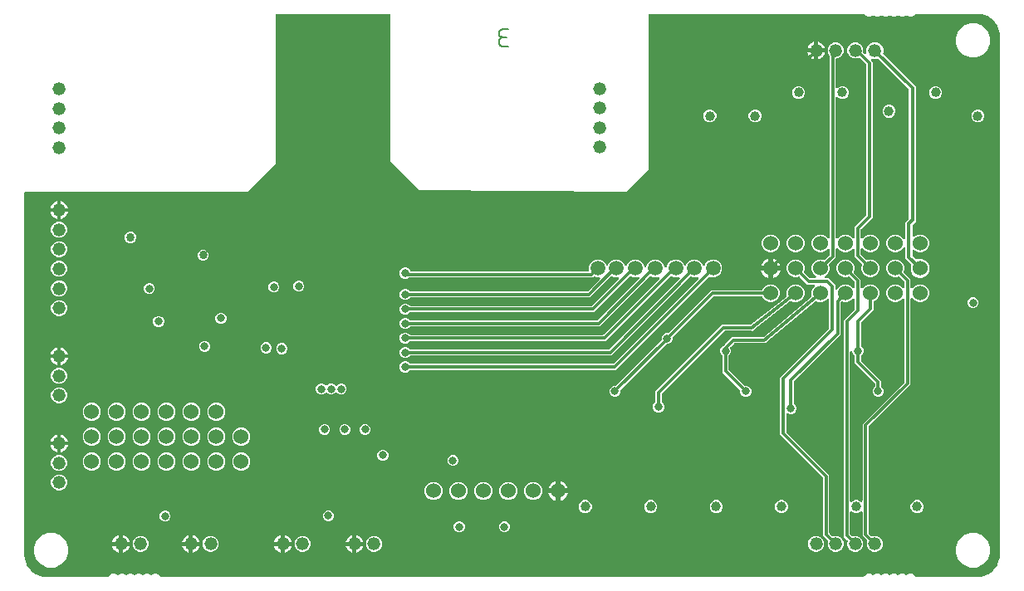
<source format=gbr>
G04 EAGLE Gerber RS-274X export*
G75*
%MOMM*%
%FSLAX34Y34*%
%LPD*%
%INCopper Layer 15*%
%IPPOS*%
%AMOC8*
5,1,8,0,0,1.08239X$1,22.5*%
G01*
%ADD10C,0.152400*%
%ADD11C,0.808000*%
%ADD12C,1.320800*%
%ADD13C,1.524000*%
%ADD14C,0.304800*%
%ADD15C,1.508000*%
%ADD16C,1.008000*%
%ADD17C,0.858000*%

G36*
X87885Y2798D02*
X87885Y2798D01*
X87914Y2796D01*
X88042Y2818D01*
X88171Y2835D01*
X88198Y2845D01*
X88227Y2850D01*
X88346Y2904D01*
X88466Y2952D01*
X88490Y2969D01*
X88517Y2981D01*
X88619Y3062D01*
X88724Y3138D01*
X88743Y3161D01*
X88766Y3180D01*
X88844Y3283D01*
X88927Y3383D01*
X88939Y3410D01*
X88957Y3434D01*
X89028Y3578D01*
X89053Y3639D01*
X90611Y5197D01*
X92648Y6041D01*
X94852Y6041D01*
X96889Y5197D01*
X97103Y4983D01*
X97197Y4910D01*
X97286Y4831D01*
X97322Y4813D01*
X97354Y4788D01*
X97463Y4741D01*
X97569Y4687D01*
X97609Y4678D01*
X97646Y4662D01*
X97763Y4643D01*
X97879Y4617D01*
X97920Y4618D01*
X97960Y4612D01*
X98079Y4623D01*
X98197Y4627D01*
X98236Y4638D01*
X98276Y4642D01*
X98388Y4682D01*
X98503Y4715D01*
X98538Y4736D01*
X98576Y4749D01*
X98674Y4816D01*
X98777Y4877D01*
X98822Y4917D01*
X98839Y4928D01*
X98852Y4943D01*
X98898Y4983D01*
X99112Y5197D01*
X101148Y6041D01*
X103352Y6041D01*
X105389Y5197D01*
X105603Y4983D01*
X105697Y4910D01*
X105786Y4831D01*
X105822Y4813D01*
X105854Y4788D01*
X105963Y4741D01*
X106069Y4687D01*
X106109Y4678D01*
X106146Y4662D01*
X106263Y4643D01*
X106379Y4617D01*
X106420Y4618D01*
X106460Y4612D01*
X106579Y4623D01*
X106697Y4627D01*
X106736Y4638D01*
X106776Y4642D01*
X106889Y4682D01*
X107003Y4715D01*
X107038Y4736D01*
X107076Y4749D01*
X107174Y4816D01*
X107277Y4877D01*
X107322Y4917D01*
X107339Y4928D01*
X107352Y4943D01*
X107398Y4983D01*
X107612Y5197D01*
X109648Y6041D01*
X111852Y6041D01*
X113889Y5197D01*
X114103Y4983D01*
X114197Y4910D01*
X114286Y4831D01*
X114322Y4813D01*
X114354Y4788D01*
X114463Y4741D01*
X114569Y4687D01*
X114609Y4678D01*
X114646Y4662D01*
X114763Y4643D01*
X114880Y4617D01*
X114920Y4618D01*
X114960Y4612D01*
X115079Y4623D01*
X115197Y4627D01*
X115236Y4638D01*
X115276Y4642D01*
X115389Y4682D01*
X115503Y4715D01*
X115538Y4736D01*
X115576Y4749D01*
X115674Y4816D01*
X115777Y4877D01*
X115822Y4917D01*
X115839Y4928D01*
X115852Y4943D01*
X115898Y4983D01*
X116112Y5197D01*
X118148Y6041D01*
X120352Y6041D01*
X122389Y5197D01*
X122603Y4983D01*
X122697Y4910D01*
X122786Y4831D01*
X122822Y4813D01*
X122854Y4788D01*
X122963Y4741D01*
X123069Y4687D01*
X123109Y4678D01*
X123146Y4662D01*
X123263Y4643D01*
X123380Y4617D01*
X123420Y4618D01*
X123460Y4612D01*
X123579Y4623D01*
X123697Y4627D01*
X123736Y4638D01*
X123776Y4642D01*
X123889Y4682D01*
X124003Y4715D01*
X124038Y4736D01*
X124076Y4749D01*
X124174Y4816D01*
X124277Y4877D01*
X124322Y4917D01*
X124339Y4928D01*
X124352Y4943D01*
X124398Y4983D01*
X124612Y5197D01*
X126648Y6041D01*
X128852Y6041D01*
X130889Y5197D01*
X131103Y4983D01*
X131197Y4910D01*
X131286Y4831D01*
X131322Y4813D01*
X131354Y4788D01*
X131463Y4741D01*
X131569Y4687D01*
X131609Y4678D01*
X131646Y4662D01*
X131763Y4643D01*
X131880Y4617D01*
X131920Y4618D01*
X131960Y4612D01*
X132079Y4623D01*
X132197Y4627D01*
X132236Y4638D01*
X132276Y4642D01*
X132389Y4682D01*
X132503Y4715D01*
X132538Y4736D01*
X132576Y4749D01*
X132674Y4816D01*
X132777Y4877D01*
X132822Y4917D01*
X132839Y4928D01*
X132852Y4943D01*
X132898Y4983D01*
X133112Y5197D01*
X135148Y6041D01*
X137352Y6041D01*
X139389Y5197D01*
X140947Y3639D01*
X140972Y3578D01*
X140987Y3553D01*
X140996Y3525D01*
X141066Y3415D01*
X141130Y3302D01*
X141150Y3281D01*
X141166Y3256D01*
X141261Y3167D01*
X141351Y3074D01*
X141376Y3058D01*
X141398Y3038D01*
X141512Y2975D01*
X141622Y2907D01*
X141651Y2899D01*
X141676Y2884D01*
X141802Y2852D01*
X141926Y2814D01*
X141956Y2812D01*
X141984Y2805D01*
X142145Y2795D01*
X857855Y2795D01*
X857885Y2798D01*
X857914Y2796D01*
X858042Y2818D01*
X858171Y2835D01*
X858198Y2845D01*
X858227Y2850D01*
X858346Y2904D01*
X858466Y2952D01*
X858490Y2969D01*
X858517Y2981D01*
X858619Y3062D01*
X858724Y3138D01*
X858743Y3161D01*
X858766Y3180D01*
X858844Y3283D01*
X858927Y3383D01*
X858939Y3410D01*
X858957Y3434D01*
X859028Y3578D01*
X859053Y3639D01*
X860611Y5197D01*
X862648Y6041D01*
X864852Y6041D01*
X866889Y5197D01*
X867103Y4983D01*
X867197Y4910D01*
X867286Y4831D01*
X867322Y4813D01*
X867354Y4788D01*
X867463Y4741D01*
X867569Y4687D01*
X867609Y4678D01*
X867646Y4662D01*
X867763Y4643D01*
X867879Y4617D01*
X867920Y4618D01*
X867960Y4612D01*
X868079Y4623D01*
X868197Y4627D01*
X868236Y4638D01*
X868276Y4642D01*
X868388Y4682D01*
X868503Y4715D01*
X868538Y4736D01*
X868576Y4749D01*
X868674Y4816D01*
X868777Y4877D01*
X868822Y4917D01*
X868839Y4928D01*
X868852Y4943D01*
X868898Y4983D01*
X869112Y5197D01*
X871148Y6041D01*
X873352Y6041D01*
X875389Y5197D01*
X875603Y4983D01*
X875697Y4910D01*
X875786Y4832D01*
X875822Y4813D01*
X875854Y4788D01*
X875963Y4741D01*
X876069Y4687D01*
X876109Y4678D01*
X876146Y4662D01*
X876263Y4643D01*
X876379Y4617D01*
X876420Y4618D01*
X876460Y4612D01*
X876578Y4623D01*
X876697Y4627D01*
X876736Y4638D01*
X876776Y4642D01*
X876889Y4682D01*
X877003Y4715D01*
X877038Y4736D01*
X877076Y4750D01*
X877174Y4816D01*
X877277Y4877D01*
X877322Y4917D01*
X877339Y4928D01*
X877352Y4943D01*
X877398Y4983D01*
X877612Y5197D01*
X879648Y6041D01*
X881852Y6041D01*
X883889Y5197D01*
X884103Y4983D01*
X884197Y4910D01*
X884286Y4832D01*
X884322Y4813D01*
X884354Y4788D01*
X884463Y4741D01*
X884569Y4687D01*
X884609Y4678D01*
X884646Y4662D01*
X884763Y4643D01*
X884879Y4617D01*
X884920Y4618D01*
X884960Y4612D01*
X885078Y4623D01*
X885197Y4627D01*
X885236Y4638D01*
X885276Y4642D01*
X885389Y4682D01*
X885503Y4715D01*
X885538Y4736D01*
X885576Y4750D01*
X885674Y4816D01*
X885777Y4877D01*
X885822Y4917D01*
X885839Y4928D01*
X885852Y4943D01*
X885898Y4983D01*
X886112Y5197D01*
X888148Y6041D01*
X890352Y6041D01*
X892389Y5197D01*
X892603Y4983D01*
X892697Y4910D01*
X892786Y4832D01*
X892822Y4813D01*
X892854Y4788D01*
X892963Y4741D01*
X893069Y4687D01*
X893109Y4678D01*
X893146Y4662D01*
X893263Y4643D01*
X893379Y4617D01*
X893420Y4618D01*
X893460Y4612D01*
X893578Y4623D01*
X893697Y4627D01*
X893736Y4638D01*
X893776Y4642D01*
X893889Y4682D01*
X894003Y4715D01*
X894038Y4736D01*
X894076Y4750D01*
X894174Y4816D01*
X894277Y4877D01*
X894322Y4917D01*
X894339Y4928D01*
X894352Y4943D01*
X894398Y4983D01*
X894612Y5197D01*
X896648Y6041D01*
X898852Y6041D01*
X900889Y5197D01*
X901103Y4983D01*
X901197Y4910D01*
X901286Y4832D01*
X901322Y4813D01*
X901354Y4788D01*
X901463Y4741D01*
X901569Y4687D01*
X901609Y4678D01*
X901646Y4662D01*
X901764Y4643D01*
X901880Y4617D01*
X901920Y4618D01*
X901960Y4612D01*
X902079Y4623D01*
X902197Y4627D01*
X902236Y4638D01*
X902277Y4642D01*
X902389Y4682D01*
X902503Y4715D01*
X902538Y4736D01*
X902576Y4750D01*
X902674Y4816D01*
X902777Y4877D01*
X902822Y4917D01*
X902839Y4928D01*
X902852Y4943D01*
X902898Y4983D01*
X903112Y5197D01*
X905148Y6041D01*
X907352Y6041D01*
X909389Y5197D01*
X910947Y3639D01*
X910972Y3578D01*
X910987Y3553D01*
X910996Y3525D01*
X911066Y3415D01*
X911130Y3302D01*
X911150Y3281D01*
X911166Y3256D01*
X911261Y3167D01*
X911351Y3074D01*
X911376Y3058D01*
X911398Y3038D01*
X911512Y2975D01*
X911622Y2907D01*
X911651Y2899D01*
X911676Y2884D01*
X911802Y2852D01*
X911926Y2814D01*
X911956Y2812D01*
X911984Y2805D01*
X912145Y2795D01*
X975000Y2795D01*
X975022Y2797D01*
X975100Y2799D01*
X978375Y3056D01*
X978442Y3070D01*
X978511Y3075D01*
X978667Y3115D01*
X984897Y5139D01*
X985004Y5189D01*
X985115Y5233D01*
X985166Y5265D01*
X985185Y5274D01*
X985200Y5287D01*
X985251Y5319D01*
X990550Y9169D01*
X990637Y9250D01*
X990728Y9326D01*
X990767Y9373D01*
X990782Y9387D01*
X990793Y9404D01*
X990831Y9450D01*
X994681Y14749D01*
X994698Y14781D01*
X994720Y14807D01*
X994752Y14874D01*
X994802Y14953D01*
X994824Y15010D01*
X994834Y15028D01*
X994839Y15048D01*
X994861Y15103D01*
X996885Y21333D01*
X996898Y21401D01*
X996921Y21466D01*
X996944Y21625D01*
X997201Y24900D01*
X997200Y24922D01*
X997205Y25000D01*
X997205Y555000D01*
X997203Y555022D01*
X997201Y555100D01*
X996944Y558375D01*
X996930Y558442D01*
X996925Y558511D01*
X996885Y558667D01*
X994861Y564897D01*
X994811Y565004D01*
X994767Y565115D01*
X994735Y565166D01*
X994726Y565185D01*
X994713Y565200D01*
X994681Y565251D01*
X990831Y570550D01*
X990750Y570637D01*
X990674Y570728D01*
X990627Y570767D01*
X990613Y570782D01*
X990596Y570793D01*
X990550Y570831D01*
X985251Y574681D01*
X985147Y574738D01*
X985047Y574802D01*
X984990Y574824D01*
X984972Y574834D01*
X984952Y574839D01*
X984897Y574861D01*
X978667Y576885D01*
X978599Y576898D01*
X978534Y576921D01*
X978375Y576944D01*
X975100Y577201D01*
X975078Y577200D01*
X975000Y577205D01*
X912145Y577205D01*
X912116Y577202D01*
X912086Y577204D01*
X911958Y577182D01*
X911829Y577165D01*
X911802Y577155D01*
X911773Y577150D01*
X911654Y577096D01*
X911534Y577048D01*
X911510Y577031D01*
X911483Y577019D01*
X911381Y576938D01*
X911276Y576862D01*
X911258Y576839D01*
X911235Y576820D01*
X911156Y576717D01*
X911074Y576617D01*
X911061Y576590D01*
X911043Y576566D01*
X910972Y576422D01*
X910947Y576361D01*
X909389Y574803D01*
X907352Y573959D01*
X905148Y573959D01*
X903112Y574803D01*
X902898Y575017D01*
X902804Y575090D01*
X902714Y575169D01*
X902678Y575187D01*
X902646Y575212D01*
X902537Y575259D01*
X902431Y575313D01*
X902392Y575322D01*
X902355Y575338D01*
X902237Y575357D01*
X902121Y575383D01*
X902080Y575382D01*
X902040Y575388D01*
X901922Y575377D01*
X901803Y575373D01*
X901764Y575362D01*
X901724Y575358D01*
X901612Y575318D01*
X901497Y575285D01*
X901463Y575264D01*
X901425Y575251D01*
X901326Y575184D01*
X901223Y575123D01*
X901178Y575083D01*
X901161Y575072D01*
X901148Y575057D01*
X901103Y575017D01*
X900889Y574803D01*
X898852Y573959D01*
X896648Y573959D01*
X894612Y574803D01*
X894398Y575017D01*
X894304Y575090D01*
X894214Y575169D01*
X894178Y575187D01*
X894146Y575212D01*
X894037Y575259D01*
X893931Y575313D01*
X893892Y575322D01*
X893855Y575338D01*
X893737Y575357D01*
X893621Y575383D01*
X893580Y575382D01*
X893540Y575388D01*
X893422Y575377D01*
X893303Y575373D01*
X893264Y575362D01*
X893224Y575358D01*
X893112Y575318D01*
X892997Y575285D01*
X892963Y575264D01*
X892925Y575251D01*
X892826Y575184D01*
X892723Y575123D01*
X892678Y575083D01*
X892661Y575072D01*
X892648Y575057D01*
X892603Y575017D01*
X892389Y574803D01*
X890352Y573959D01*
X888148Y573959D01*
X886112Y574803D01*
X885898Y575017D01*
X885804Y575090D01*
X885714Y575169D01*
X885678Y575187D01*
X885646Y575212D01*
X885537Y575259D01*
X885431Y575313D01*
X885391Y575322D01*
X885355Y575338D01*
X885237Y575357D01*
X885121Y575383D01*
X885080Y575382D01*
X885040Y575388D01*
X884922Y575377D01*
X884803Y575373D01*
X884764Y575362D01*
X884724Y575358D01*
X884612Y575318D01*
X884497Y575285D01*
X884463Y575264D01*
X884425Y575251D01*
X884326Y575184D01*
X884223Y575123D01*
X884178Y575083D01*
X884161Y575072D01*
X884148Y575057D01*
X884103Y575017D01*
X883889Y574803D01*
X881852Y573959D01*
X879648Y573959D01*
X877612Y574803D01*
X877398Y575017D01*
X877303Y575090D01*
X877214Y575169D01*
X877178Y575187D01*
X877146Y575212D01*
X877037Y575259D01*
X876931Y575313D01*
X876891Y575322D01*
X876854Y575338D01*
X876737Y575357D01*
X876621Y575383D01*
X876580Y575382D01*
X876540Y575388D01*
X876421Y575377D01*
X876303Y575373D01*
X876264Y575362D01*
X876224Y575358D01*
X876112Y575318D01*
X875997Y575285D01*
X875963Y575264D01*
X875924Y575251D01*
X875826Y575184D01*
X875723Y575123D01*
X875678Y575083D01*
X875661Y575072D01*
X875648Y575057D01*
X875603Y575017D01*
X875389Y574803D01*
X873352Y573959D01*
X871148Y573959D01*
X869112Y574803D01*
X868898Y575017D01*
X868803Y575090D01*
X868714Y575169D01*
X868678Y575187D01*
X868646Y575212D01*
X868537Y575259D01*
X868431Y575313D01*
X868391Y575322D01*
X868354Y575338D01*
X868237Y575357D01*
X868121Y575383D01*
X868080Y575382D01*
X868040Y575388D01*
X867921Y575377D01*
X867803Y575373D01*
X867764Y575362D01*
X867724Y575358D01*
X867612Y575318D01*
X867497Y575285D01*
X867462Y575264D01*
X867424Y575251D01*
X867326Y575184D01*
X867223Y575123D01*
X867178Y575083D01*
X867161Y575072D01*
X867148Y575057D01*
X867103Y575017D01*
X866889Y574803D01*
X864852Y573959D01*
X862648Y573959D01*
X860611Y574803D01*
X859053Y576361D01*
X859028Y576422D01*
X859013Y576447D01*
X859004Y576475D01*
X858935Y576585D01*
X858870Y576698D01*
X858850Y576719D01*
X858834Y576744D01*
X858739Y576833D01*
X858649Y576926D01*
X858624Y576942D01*
X858602Y576962D01*
X858489Y577025D01*
X858378Y577093D01*
X858350Y577101D01*
X858324Y577116D01*
X858198Y577148D01*
X858074Y577186D01*
X858044Y577188D01*
X858016Y577195D01*
X857855Y577205D01*
X640556Y577205D01*
X640438Y577190D01*
X640319Y577183D01*
X640281Y577170D01*
X640241Y577165D01*
X640130Y577122D01*
X640017Y577085D01*
X639983Y577063D01*
X639945Y577048D01*
X639849Y576979D01*
X639748Y576915D01*
X639720Y576885D01*
X639688Y576862D01*
X639612Y576770D01*
X639530Y576683D01*
X639511Y576648D01*
X639485Y576617D01*
X639434Y576509D01*
X639377Y576405D01*
X639367Y576365D01*
X639349Y576329D01*
X639327Y576212D01*
X639297Y576097D01*
X639293Y576037D01*
X639290Y576017D01*
X639291Y575996D01*
X639287Y575936D01*
X639287Y418832D01*
X616222Y395767D01*
X405503Y397186D01*
X375919Y426770D01*
X375919Y575936D01*
X375904Y576054D01*
X375897Y576173D01*
X375884Y576211D01*
X375879Y576252D01*
X375836Y576362D01*
X375799Y576475D01*
X375777Y576510D01*
X375762Y576547D01*
X375693Y576643D01*
X375629Y576744D01*
X375599Y576772D01*
X375576Y576805D01*
X375484Y576881D01*
X375397Y576962D01*
X375362Y576982D01*
X375331Y577007D01*
X375223Y577058D01*
X375119Y577116D01*
X375079Y577126D01*
X375043Y577143D01*
X374926Y577165D01*
X374811Y577195D01*
X374751Y577199D01*
X374731Y577203D01*
X374710Y577201D01*
X374650Y577205D01*
X260350Y577205D01*
X260232Y577190D01*
X260113Y577183D01*
X260075Y577170D01*
X260034Y577165D01*
X259924Y577122D01*
X259811Y577085D01*
X259776Y577063D01*
X259739Y577048D01*
X259643Y576979D01*
X259542Y576915D01*
X259514Y576885D01*
X259481Y576862D01*
X259406Y576770D01*
X259324Y576683D01*
X259304Y576648D01*
X259279Y576617D01*
X259228Y576509D01*
X259170Y576405D01*
X259160Y576365D01*
X259143Y576329D01*
X259121Y576212D01*
X259091Y576097D01*
X259087Y576037D01*
X259083Y576017D01*
X259085Y575996D01*
X259081Y575936D01*
X259081Y424388D01*
X230456Y395763D01*
X14361Y395763D01*
X14356Y395762D01*
X14346Y395763D01*
X4049Y395643D01*
X3939Y395628D01*
X3827Y395621D01*
X3782Y395606D01*
X3734Y395600D01*
X3631Y395557D01*
X3525Y395523D01*
X3484Y395497D01*
X3440Y395479D01*
X3350Y395413D01*
X3256Y395353D01*
X3223Y395318D01*
X3185Y395289D01*
X3115Y395203D01*
X3038Y395121D01*
X3015Y395079D01*
X2985Y395042D01*
X2938Y394940D01*
X2884Y394843D01*
X2872Y394796D01*
X2853Y394753D01*
X2833Y394643D01*
X2805Y394535D01*
X2800Y394461D01*
X2796Y394440D01*
X2798Y394422D01*
X2795Y394374D01*
X2795Y25000D01*
X2797Y24978D01*
X2799Y24900D01*
X3056Y21625D01*
X3070Y21558D01*
X3075Y21489D01*
X3115Y21333D01*
X5139Y15103D01*
X5183Y15009D01*
X5203Y14948D01*
X5217Y14925D01*
X5233Y14885D01*
X5265Y14834D01*
X5274Y14815D01*
X5287Y14800D01*
X5319Y14749D01*
X9169Y9450D01*
X9250Y9363D01*
X9326Y9272D01*
X9373Y9233D01*
X9387Y9218D01*
X9404Y9207D01*
X9450Y9169D01*
X14749Y5319D01*
X14784Y5300D01*
X14815Y5274D01*
X14887Y5241D01*
X14953Y5198D01*
X15010Y5176D01*
X15028Y5166D01*
X15047Y5161D01*
X15102Y5139D01*
X15103Y5139D01*
X21333Y3115D01*
X21400Y3102D01*
X21466Y3079D01*
X21625Y3056D01*
X24900Y2799D01*
X24922Y2800D01*
X25000Y2795D01*
X87855Y2795D01*
X87885Y2798D01*
G37*
%LPC*%
G36*
X828171Y28384D02*
X828171Y28384D01*
X825183Y29621D01*
X822896Y31908D01*
X821659Y34896D01*
X821659Y38129D01*
X821979Y38902D01*
X821986Y38930D01*
X822000Y38956D01*
X822028Y39083D01*
X822063Y39208D01*
X822063Y39238D01*
X822070Y39267D01*
X822066Y39397D01*
X822068Y39526D01*
X822061Y39555D01*
X822060Y39585D01*
X822024Y39709D01*
X821994Y39836D01*
X821980Y39862D01*
X821971Y39890D01*
X821906Y40002D01*
X821845Y40117D01*
X821825Y40139D01*
X821810Y40164D01*
X821704Y40285D01*
X817214Y44775D01*
X817214Y103461D01*
X817201Y103560D01*
X817198Y103659D01*
X817182Y103717D01*
X817174Y103777D01*
X817137Y103869D01*
X817110Y103964D01*
X817079Y104016D01*
X817057Y104073D01*
X816999Y104153D01*
X816948Y104238D01*
X816882Y104313D01*
X816870Y104330D01*
X816861Y104338D01*
X816842Y104359D01*
X773239Y147962D01*
X773239Y206050D01*
X822905Y255717D01*
X822966Y255795D01*
X823034Y255867D01*
X823063Y255920D01*
X823100Y255968D01*
X823139Y256059D01*
X823187Y256145D01*
X823202Y256204D01*
X823226Y256260D01*
X823242Y256358D01*
X823267Y256453D01*
X823273Y256553D01*
X823276Y256574D01*
X823275Y256586D01*
X823277Y256614D01*
X823277Y284992D01*
X823259Y285130D01*
X823246Y285269D01*
X823239Y285288D01*
X823237Y285308D01*
X823186Y285437D01*
X823139Y285568D01*
X823127Y285585D01*
X823120Y285604D01*
X823038Y285716D01*
X822960Y285831D01*
X822945Y285845D01*
X822933Y285861D01*
X822826Y285950D01*
X822722Y286042D01*
X822704Y286051D01*
X822688Y286064D01*
X822562Y286123D01*
X822438Y286186D01*
X822419Y286191D01*
X822400Y286199D01*
X822264Y286225D01*
X822128Y286256D01*
X822108Y286255D01*
X822088Y286259D01*
X821950Y286251D01*
X821810Y286246D01*
X821791Y286241D01*
X821771Y286239D01*
X821639Y286197D01*
X821505Y286158D01*
X821487Y286148D01*
X821468Y286141D01*
X821350Y286067D01*
X821231Y285996D01*
X821210Y285978D01*
X821199Y285971D01*
X821185Y285956D01*
X821110Y285890D01*
X819568Y284347D01*
X816207Y282955D01*
X812568Y282955D01*
X810343Y283877D01*
X810217Y283912D01*
X810092Y283952D01*
X810064Y283953D01*
X810037Y283961D01*
X809905Y283963D01*
X809775Y283971D01*
X809747Y283966D01*
X809719Y283966D01*
X809591Y283935D01*
X809462Y283911D01*
X809437Y283898D01*
X809409Y283892D01*
X809294Y283831D01*
X809175Y283774D01*
X809142Y283751D01*
X809128Y283743D01*
X809112Y283728D01*
X809045Y283679D01*
X759340Y242258D01*
X759325Y242243D01*
X759255Y242181D01*
X758445Y241371D01*
X758406Y241363D01*
X758307Y241316D01*
X757157Y241421D01*
X757135Y241420D01*
X757042Y241426D01*
X727276Y241426D01*
X727178Y241414D01*
X727079Y241411D01*
X727021Y241394D01*
X726961Y241386D01*
X726868Y241350D01*
X726773Y241322D01*
X726721Y241292D01*
X726665Y241269D01*
X726585Y241211D01*
X726499Y241161D01*
X726424Y241095D01*
X726408Y241083D01*
X726400Y241074D01*
X726395Y241070D01*
X726392Y241066D01*
X726379Y241055D01*
X722742Y237418D01*
X722724Y237394D01*
X722701Y237375D01*
X722626Y237269D01*
X722547Y237166D01*
X722535Y237139D01*
X722518Y237115D01*
X722472Y236994D01*
X722420Y236874D01*
X722416Y236845D01*
X722405Y236818D01*
X722391Y236689D01*
X722371Y236560D01*
X722373Y236531D01*
X722370Y236502D01*
X722388Y236373D01*
X722400Y236244D01*
X722410Y236216D01*
X722414Y236187D01*
X722467Y236034D01*
X723115Y234469D01*
X723115Y232256D01*
X722268Y230210D01*
X720970Y228913D01*
X720910Y228835D01*
X720842Y228763D01*
X720813Y228710D01*
X720776Y228662D01*
X720736Y228571D01*
X720688Y228484D01*
X720673Y228426D01*
X720649Y228370D01*
X720634Y228272D01*
X720609Y228176D01*
X720603Y228076D01*
X720599Y228056D01*
X720601Y228044D01*
X720599Y228016D01*
X720599Y214514D01*
X720611Y214415D01*
X720614Y214316D01*
X720631Y214258D01*
X720639Y214198D01*
X720675Y214106D01*
X720703Y214011D01*
X720733Y213959D01*
X720756Y213902D01*
X720814Y213822D01*
X720864Y213737D01*
X720930Y213662D01*
X720942Y213645D01*
X720952Y213637D01*
X720970Y213616D01*
X736563Y198024D01*
X736641Y197963D01*
X736713Y197895D01*
X736766Y197866D01*
X736814Y197829D01*
X736905Y197790D01*
X736991Y197742D01*
X737050Y197727D01*
X737106Y197703D01*
X737204Y197687D01*
X737299Y197662D01*
X737399Y197656D01*
X737420Y197653D01*
X737432Y197654D01*
X737460Y197652D01*
X739294Y197652D01*
X741340Y196805D01*
X742905Y195240D01*
X743752Y193194D01*
X743752Y190981D01*
X742905Y188935D01*
X741340Y187370D01*
X739294Y186523D01*
X737081Y186523D01*
X735035Y187370D01*
X733470Y188935D01*
X732623Y190981D01*
X732623Y192815D01*
X732610Y192913D01*
X732607Y193012D01*
X732591Y193070D01*
X732583Y193130D01*
X732546Y193223D01*
X732519Y193318D01*
X732488Y193370D01*
X732466Y193426D01*
X732408Y193506D01*
X732357Y193592D01*
X732291Y193667D01*
X732279Y193683D01*
X732270Y193691D01*
X732251Y193712D01*
X714501Y211462D01*
X714501Y228016D01*
X714489Y228114D01*
X714486Y228213D01*
X714469Y228271D01*
X714461Y228331D01*
X714425Y228423D01*
X714397Y228518D01*
X714367Y228571D01*
X714344Y228627D01*
X714286Y228707D01*
X714236Y228792D01*
X714170Y228868D01*
X714158Y228884D01*
X714148Y228892D01*
X714130Y228913D01*
X712832Y230210D01*
X711985Y232256D01*
X711985Y234469D01*
X712832Y236515D01*
X714398Y238080D01*
X714819Y238254D01*
X714827Y238259D01*
X714836Y238262D01*
X714965Y238338D01*
X715095Y238412D01*
X715102Y238418D01*
X715110Y238423D01*
X715230Y238529D01*
X716659Y239958D01*
X724225Y247524D01*
X755674Y247524D01*
X755716Y247529D01*
X755757Y247526D01*
X755873Y247549D01*
X755990Y247564D01*
X756028Y247579D01*
X756069Y247587D01*
X756176Y247637D01*
X756285Y247681D01*
X756319Y247705D01*
X756357Y247723D01*
X756487Y247818D01*
X805090Y288320D01*
X805149Y288384D01*
X805215Y288440D01*
X805257Y288500D01*
X805307Y288553D01*
X805348Y288629D01*
X805398Y288700D01*
X805424Y288768D01*
X805459Y288832D01*
X805480Y288916D01*
X805511Y288998D01*
X805519Y289070D01*
X805537Y289140D01*
X805537Y289227D01*
X805546Y289314D01*
X805536Y289386D01*
X805536Y289459D01*
X805514Y289543D01*
X805502Y289629D01*
X805459Y289754D01*
X805456Y289766D01*
X805453Y289771D01*
X805450Y289781D01*
X805243Y290281D01*
X805243Y293919D01*
X806635Y297280D01*
X808431Y299077D01*
X808517Y299186D01*
X808605Y299293D01*
X808614Y299312D01*
X808626Y299328D01*
X808682Y299456D01*
X808741Y299581D01*
X808745Y299601D01*
X808753Y299620D01*
X808775Y299758D01*
X808801Y299894D01*
X808799Y299914D01*
X808803Y299934D01*
X808789Y300073D01*
X808781Y300211D01*
X808775Y300230D01*
X808773Y300250D01*
X808726Y300382D01*
X808683Y300513D01*
X808672Y300531D01*
X808665Y300550D01*
X808587Y300665D01*
X808513Y300782D01*
X808498Y300796D01*
X808487Y300813D01*
X808382Y300905D01*
X808281Y301000D01*
X808263Y301010D01*
X808248Y301023D01*
X808124Y301087D01*
X808003Y301154D01*
X807983Y301159D01*
X807965Y301168D01*
X807829Y301198D01*
X807695Y301233D01*
X807667Y301235D01*
X807655Y301238D01*
X807634Y301237D01*
X807534Y301243D01*
X800933Y301243D01*
X793538Y308638D01*
X793514Y308657D01*
X793495Y308679D01*
X793389Y308754D01*
X793286Y308833D01*
X793259Y308845D01*
X793235Y308862D01*
X793114Y308908D01*
X792994Y308960D01*
X792965Y308964D01*
X792938Y308975D01*
X792809Y308989D01*
X792680Y309010D01*
X792651Y309007D01*
X792622Y309010D01*
X792493Y308992D01*
X792364Y308980D01*
X792336Y308970D01*
X792307Y308966D01*
X792154Y308914D01*
X790807Y308355D01*
X787168Y308355D01*
X783807Y309747D01*
X781235Y312320D01*
X779843Y315681D01*
X779843Y319319D01*
X781235Y322680D01*
X783807Y325253D01*
X787168Y326645D01*
X790807Y326645D01*
X794168Y325253D01*
X796740Y322680D01*
X798132Y319319D01*
X798132Y315681D01*
X797574Y314333D01*
X797566Y314305D01*
X797553Y314278D01*
X797524Y314152D01*
X797490Y314026D01*
X797490Y313997D01*
X797483Y313968D01*
X797487Y313838D01*
X797485Y313708D01*
X797492Y313680D01*
X797493Y313650D01*
X797529Y313526D01*
X797559Y313399D01*
X797573Y313373D01*
X797581Y313345D01*
X797647Y313233D01*
X797708Y313118D01*
X797728Y313096D01*
X797743Y313071D01*
X797849Y312950D01*
X803087Y307712D01*
X803165Y307652D01*
X803237Y307584D01*
X803290Y307555D01*
X803338Y307518D01*
X803429Y307478D01*
X803515Y307430D01*
X803574Y307415D01*
X803630Y307391D01*
X803728Y307376D01*
X803823Y307351D01*
X803923Y307345D01*
X803944Y307341D01*
X803956Y307343D01*
X803984Y307341D01*
X808637Y307341D01*
X808706Y307349D01*
X808776Y307348D01*
X808863Y307369D01*
X808952Y307381D01*
X809017Y307406D01*
X809085Y307423D01*
X809165Y307465D01*
X809248Y307498D01*
X809305Y307539D01*
X809366Y307571D01*
X809433Y307632D01*
X809505Y307684D01*
X809550Y307738D01*
X809602Y307785D01*
X809651Y307860D01*
X809708Y307929D01*
X809738Y307993D01*
X809776Y308051D01*
X809806Y308136D01*
X809844Y308217D01*
X809857Y308286D01*
X809880Y308352D01*
X809887Y308441D01*
X809904Y308529D01*
X809899Y308599D01*
X809905Y308669D01*
X809889Y308757D01*
X809884Y308847D01*
X809862Y308913D01*
X809850Y308982D01*
X809813Y309064D01*
X809786Y309149D01*
X809748Y309208D01*
X809720Y309272D01*
X809664Y309342D01*
X809616Y309418D01*
X809565Y309466D01*
X809521Y309521D01*
X809450Y309574D01*
X809384Y309636D01*
X809323Y309670D01*
X809267Y309712D01*
X809220Y309735D01*
X806635Y312320D01*
X805243Y315681D01*
X805243Y319319D01*
X806635Y322680D01*
X809207Y325253D01*
X812568Y326645D01*
X816207Y326645D01*
X817554Y326086D01*
X817583Y326079D01*
X817609Y326065D01*
X817736Y326037D01*
X817861Y326003D01*
X817891Y326002D01*
X817919Y325996D01*
X818049Y326000D01*
X818179Y325997D01*
X818208Y326004D01*
X818237Y326005D01*
X818362Y326041D01*
X818488Y326072D01*
X818514Y326085D01*
X818543Y326094D01*
X818654Y326159D01*
X818769Y326220D01*
X818791Y326240D01*
X818817Y326255D01*
X818938Y326362D01*
X823350Y330774D01*
X823410Y330852D01*
X823478Y330924D01*
X823507Y330977D01*
X823544Y331025D01*
X823584Y331116D01*
X823632Y331202D01*
X823647Y331261D01*
X823671Y331317D01*
X823686Y331415D01*
X823711Y331510D01*
X823717Y331610D01*
X823721Y331631D01*
X823719Y331643D01*
X823721Y331671D01*
X823721Y336237D01*
X823704Y336374D01*
X823691Y336513D01*
X823684Y336532D01*
X823681Y336552D01*
X823630Y336681D01*
X823583Y336813D01*
X823572Y336829D01*
X823564Y336848D01*
X823483Y336961D01*
X823405Y337076D01*
X823389Y337089D01*
X823378Y337106D01*
X823270Y337194D01*
X823166Y337286D01*
X823148Y337295D01*
X823133Y337308D01*
X823007Y337368D01*
X822883Y337431D01*
X822863Y337435D01*
X822845Y337444D01*
X822709Y337470D01*
X822573Y337500D01*
X822552Y337500D01*
X822533Y337504D01*
X822394Y337495D01*
X822255Y337491D01*
X822235Y337485D01*
X822215Y337484D01*
X822083Y337441D01*
X821949Y337402D01*
X821932Y337392D01*
X821913Y337386D01*
X821795Y337311D01*
X821675Y337241D01*
X821654Y337222D01*
X821644Y337216D01*
X821630Y337201D01*
X821555Y337134D01*
X819568Y335147D01*
X816207Y333755D01*
X812568Y333755D01*
X809207Y335147D01*
X806635Y337720D01*
X805243Y341081D01*
X805243Y344719D01*
X806635Y348080D01*
X809207Y350653D01*
X812568Y352045D01*
X816207Y352045D01*
X819568Y350653D01*
X821555Y348666D01*
X821664Y348580D01*
X821771Y348492D01*
X821790Y348483D01*
X821806Y348471D01*
X821934Y348415D01*
X822059Y348356D01*
X822079Y348352D01*
X822098Y348344D01*
X822236Y348322D01*
X822372Y348296D01*
X822392Y348298D01*
X822412Y348294D01*
X822551Y348308D01*
X822689Y348316D01*
X822708Y348322D01*
X822728Y348324D01*
X822860Y348371D01*
X822991Y348414D01*
X823009Y348425D01*
X823028Y348432D01*
X823143Y348510D01*
X823260Y348584D01*
X823274Y348599D01*
X823291Y348610D01*
X823383Y348715D01*
X823478Y348816D01*
X823488Y348834D01*
X823501Y348849D01*
X823565Y348973D01*
X823632Y349094D01*
X823637Y349114D01*
X823646Y349132D01*
X823676Y349268D01*
X823711Y349402D01*
X823713Y349430D01*
X823716Y349442D01*
X823715Y349463D01*
X823721Y349563D01*
X823721Y533795D01*
X823709Y533893D01*
X823706Y533992D01*
X823689Y534050D01*
X823681Y534110D01*
X823645Y534202D01*
X823617Y534297D01*
X823587Y534350D01*
X823564Y534406D01*
X823506Y534486D01*
X823456Y534571D01*
X823390Y534647D01*
X823378Y534663D01*
X823368Y534671D01*
X823350Y534692D01*
X822896Y535145D01*
X821659Y538133D01*
X821659Y541367D01*
X822896Y544355D01*
X825183Y546641D01*
X828171Y547879D01*
X831404Y547879D01*
X834392Y546641D01*
X836679Y544355D01*
X837916Y541367D01*
X837916Y538133D01*
X836679Y535145D01*
X834392Y532859D01*
X831404Y531621D01*
X831088Y531621D01*
X830970Y531606D01*
X830851Y531599D01*
X830813Y531586D01*
X830772Y531581D01*
X830662Y531538D01*
X830549Y531501D01*
X830514Y531479D01*
X830477Y531464D01*
X830381Y531395D01*
X830280Y531331D01*
X830252Y531301D01*
X830219Y531278D01*
X830143Y531186D01*
X830062Y531099D01*
X830042Y531064D01*
X830017Y531033D01*
X829966Y530925D01*
X829908Y530821D01*
X829898Y530781D01*
X829881Y530745D01*
X829859Y530628D01*
X829829Y530513D01*
X829825Y530453D01*
X829821Y530433D01*
X829823Y530412D01*
X829819Y530352D01*
X829819Y502442D01*
X829836Y502304D01*
X829849Y502166D01*
X829856Y502147D01*
X829859Y502126D01*
X829910Y501997D01*
X829957Y501866D01*
X829968Y501849D01*
X829976Y501831D01*
X830057Y501718D01*
X830135Y501603D01*
X830151Y501590D01*
X830162Y501573D01*
X830270Y501485D01*
X830374Y501393D01*
X830392Y501383D01*
X830407Y501371D01*
X830533Y501311D01*
X830657Y501248D01*
X830677Y501244D01*
X830695Y501235D01*
X830832Y501209D01*
X830967Y501178D01*
X830988Y501179D01*
X831007Y501175D01*
X831146Y501184D01*
X831285Y501188D01*
X831305Y501194D01*
X831325Y501195D01*
X831457Y501238D01*
X831591Y501276D01*
X831608Y501287D01*
X831627Y501293D01*
X831745Y501367D01*
X831865Y501438D01*
X831886Y501457D01*
X831896Y501463D01*
X831910Y501478D01*
X831985Y501544D01*
X832894Y502453D01*
X835307Y503452D01*
X837918Y503452D01*
X840331Y502453D01*
X842178Y500606D01*
X843177Y498193D01*
X843177Y495582D01*
X842178Y493169D01*
X840331Y491322D01*
X837918Y490323D01*
X835307Y490323D01*
X832894Y491322D01*
X831985Y492231D01*
X831876Y492315D01*
X831769Y492404D01*
X831750Y492413D01*
X831734Y492426D01*
X831607Y492481D01*
X831481Y492540D01*
X831461Y492544D01*
X831442Y492552D01*
X831304Y492574D01*
X831168Y492600D01*
X831148Y492599D01*
X831128Y492602D01*
X830989Y492589D01*
X830851Y492580D01*
X830832Y492574D01*
X830812Y492572D01*
X830680Y492525D01*
X830549Y492482D01*
X830531Y492471D01*
X830512Y492464D01*
X830397Y492386D01*
X830280Y492312D01*
X830266Y492297D01*
X830249Y492286D01*
X830157Y492182D01*
X830062Y492080D01*
X830052Y492062D01*
X830039Y492047D01*
X829976Y491924D01*
X829908Y491802D01*
X829903Y491782D01*
X829894Y491764D01*
X829864Y491628D01*
X829829Y491494D01*
X829827Y491466D01*
X829824Y491454D01*
X829825Y491433D01*
X829819Y491333D01*
X829819Y348928D01*
X829836Y348791D01*
X829849Y348652D01*
X829856Y348633D01*
X829859Y348613D01*
X829910Y348484D01*
X829957Y348352D01*
X829968Y348336D01*
X829976Y348317D01*
X830057Y348204D01*
X830135Y348089D01*
X830151Y348076D01*
X830162Y348059D01*
X830270Y347971D01*
X830374Y347879D01*
X830392Y347870D01*
X830407Y347857D01*
X830533Y347797D01*
X830657Y347734D01*
X830677Y347730D01*
X830695Y347721D01*
X830831Y347695D01*
X830967Y347665D01*
X830988Y347665D01*
X831007Y347661D01*
X831146Y347670D01*
X831285Y347674D01*
X831305Y347680D01*
X831325Y347681D01*
X831457Y347724D01*
X831591Y347763D01*
X831608Y347773D01*
X831627Y347779D01*
X831745Y347854D01*
X831865Y347924D01*
X831886Y347943D01*
X831896Y347949D01*
X831910Y347964D01*
X831985Y348031D01*
X834607Y350653D01*
X837968Y352045D01*
X841607Y352045D01*
X844968Y350653D01*
X846955Y348666D01*
X847064Y348580D01*
X847171Y348492D01*
X847190Y348483D01*
X847206Y348471D01*
X847334Y348415D01*
X847459Y348356D01*
X847479Y348352D01*
X847498Y348344D01*
X847636Y348322D01*
X847772Y348296D01*
X847792Y348298D01*
X847812Y348294D01*
X847951Y348308D01*
X848089Y348316D01*
X848108Y348322D01*
X848128Y348324D01*
X848260Y348371D01*
X848391Y348414D01*
X848409Y348425D01*
X848428Y348432D01*
X848543Y348510D01*
X848660Y348584D01*
X848674Y348599D01*
X848691Y348610D01*
X848783Y348715D01*
X848878Y348816D01*
X848888Y348834D01*
X848901Y348849D01*
X848965Y348973D01*
X849032Y349094D01*
X849037Y349114D01*
X849046Y349132D01*
X849076Y349268D01*
X849111Y349402D01*
X849113Y349430D01*
X849116Y349442D01*
X849115Y349463D01*
X849121Y349563D01*
X849121Y359720D01*
X860973Y371572D01*
X861034Y371651D01*
X861102Y371723D01*
X861131Y371776D01*
X861168Y371824D01*
X861208Y371915D01*
X861255Y372001D01*
X861270Y372060D01*
X861295Y372115D01*
X861310Y372213D01*
X861335Y372309D01*
X861341Y372409D01*
X861344Y372430D01*
X861343Y372442D01*
X861345Y372470D01*
X861345Y524943D01*
X861333Y525041D01*
X861330Y525140D01*
X861313Y525198D01*
X861305Y525258D01*
X861269Y525350D01*
X861241Y525445D01*
X861210Y525498D01*
X861188Y525554D01*
X861130Y525634D01*
X861080Y525719D01*
X861013Y525795D01*
X861001Y525811D01*
X860992Y525819D01*
X860973Y525840D01*
X854682Y532131D01*
X854659Y532149D01*
X854640Y532172D01*
X854534Y532246D01*
X854431Y532326D01*
X854404Y532338D01*
X854380Y532355D01*
X854259Y532401D01*
X854139Y532452D01*
X854110Y532457D01*
X854083Y532467D01*
X853954Y532482D01*
X853825Y532502D01*
X853796Y532499D01*
X853766Y532503D01*
X853638Y532485D01*
X853509Y532472D01*
X853481Y532462D01*
X853452Y532458D01*
X853299Y532406D01*
X851404Y531621D01*
X848171Y531621D01*
X845183Y532859D01*
X842896Y535145D01*
X841659Y538133D01*
X841659Y541367D01*
X842896Y544355D01*
X845183Y546641D01*
X848171Y547879D01*
X851404Y547879D01*
X854392Y546641D01*
X856679Y544355D01*
X857916Y541367D01*
X857916Y538046D01*
X857929Y537948D01*
X857932Y537849D01*
X857948Y537791D01*
X857956Y537731D01*
X857993Y537638D01*
X858020Y537543D01*
X858051Y537491D01*
X858073Y537435D01*
X858131Y537355D01*
X858182Y537269D01*
X858248Y537194D01*
X858260Y537177D01*
X858269Y537170D01*
X858288Y537149D01*
X859288Y536149D01*
X859343Y536106D01*
X859391Y536056D01*
X859468Y536009D01*
X859539Y535954D01*
X859603Y535926D01*
X859663Y535890D01*
X859748Y535863D01*
X859831Y535827D01*
X859900Y535817D01*
X859967Y535796D01*
X860056Y535792D01*
X860145Y535778D01*
X860215Y535784D01*
X860284Y535781D01*
X860372Y535799D01*
X860462Y535807D01*
X860527Y535831D01*
X860596Y535845D01*
X860676Y535885D01*
X860761Y535915D01*
X860819Y535954D01*
X860881Y535985D01*
X860950Y536043D01*
X861024Y536094D01*
X861070Y536146D01*
X861123Y536191D01*
X861175Y536265D01*
X861235Y536332D01*
X861266Y536394D01*
X861306Y536451D01*
X861338Y536535D01*
X861379Y536615D01*
X861394Y536683D01*
X861419Y536749D01*
X861429Y536838D01*
X861449Y536926D01*
X861447Y536995D01*
X861454Y537065D01*
X861442Y537154D01*
X861439Y537243D01*
X861420Y537311D01*
X861410Y537380D01*
X861358Y537532D01*
X861151Y538032D01*
X861151Y541468D01*
X862466Y544642D01*
X864895Y547072D01*
X868070Y548387D01*
X871505Y548387D01*
X874680Y547072D01*
X877109Y544642D01*
X878424Y541468D01*
X878424Y538032D01*
X878196Y537480D01*
X878188Y537452D01*
X878174Y537425D01*
X878146Y537299D01*
X878112Y537173D01*
X878111Y537144D01*
X878105Y537115D01*
X878109Y536985D01*
X878107Y536855D01*
X878113Y536827D01*
X878114Y536797D01*
X878150Y536672D01*
X878181Y536546D01*
X878195Y536520D01*
X878203Y536492D01*
X878269Y536380D01*
X878329Y536265D01*
X878349Y536243D01*
X878364Y536218D01*
X878471Y536097D01*
X909151Y505416D01*
X911607Y502961D01*
X911607Y365239D01*
X908422Y362055D01*
X908362Y361977D01*
X908294Y361905D01*
X908265Y361852D01*
X908228Y361804D01*
X908188Y361713D01*
X908140Y361626D01*
X908125Y361568D01*
X908101Y361512D01*
X908086Y361414D01*
X908061Y361318D01*
X908055Y361218D01*
X908051Y361198D01*
X908053Y361186D01*
X908051Y361158D01*
X908051Y350960D01*
X908068Y350822D01*
X908081Y350684D01*
X908088Y350665D01*
X908091Y350645D01*
X908142Y350515D01*
X908189Y350384D01*
X908200Y350368D01*
X908208Y350349D01*
X908289Y350236D01*
X908367Y350121D01*
X908383Y350108D01*
X908394Y350091D01*
X908502Y350003D01*
X908606Y349911D01*
X908624Y349902D01*
X908639Y349889D01*
X908765Y349829D01*
X908889Y349766D01*
X908909Y349762D01*
X908927Y349753D01*
X909064Y349727D01*
X909199Y349697D01*
X909220Y349697D01*
X909239Y349693D01*
X909378Y349702D01*
X909517Y349706D01*
X909537Y349712D01*
X909557Y349713D01*
X909689Y349756D01*
X909823Y349795D01*
X909840Y349805D01*
X909859Y349811D01*
X909977Y349885D01*
X910097Y349956D01*
X910118Y349975D01*
X910128Y349981D01*
X910142Y349996D01*
X910217Y350063D01*
X910807Y350653D01*
X914168Y352045D01*
X917807Y352045D01*
X921168Y350653D01*
X923740Y348080D01*
X925132Y344719D01*
X925132Y341081D01*
X923740Y337720D01*
X921168Y335147D01*
X917807Y333755D01*
X914168Y333755D01*
X910807Y335147D01*
X910217Y335737D01*
X910108Y335822D01*
X910001Y335911D01*
X909982Y335920D01*
X909966Y335932D01*
X909838Y335988D01*
X909713Y336047D01*
X909693Y336051D01*
X909674Y336059D01*
X909536Y336081D01*
X909400Y336107D01*
X909380Y336105D01*
X909360Y336109D01*
X909221Y336095D01*
X909083Y336087D01*
X909064Y336081D01*
X909044Y336079D01*
X908913Y336032D01*
X908781Y335989D01*
X908763Y335978D01*
X908744Y335971D01*
X908630Y335893D01*
X908512Y335819D01*
X908498Y335804D01*
X908481Y335793D01*
X908389Y335689D01*
X908294Y335587D01*
X908284Y335569D01*
X908271Y335554D01*
X908208Y335430D01*
X908140Y335309D01*
X908135Y335289D01*
X908126Y335271D01*
X908096Y335135D01*
X908061Y335001D01*
X908059Y334973D01*
X908056Y334961D01*
X908057Y334940D01*
X908051Y334840D01*
X908051Y330992D01*
X908063Y330894D01*
X908066Y330795D01*
X908083Y330737D01*
X908091Y330677D01*
X908127Y330585D01*
X908155Y330490D01*
X908185Y330438D01*
X908208Y330381D01*
X908266Y330301D01*
X908316Y330216D01*
X908382Y330140D01*
X908394Y330124D01*
X908404Y330116D01*
X908422Y330095D01*
X911557Y326961D01*
X911580Y326943D01*
X911599Y326920D01*
X911705Y326846D01*
X911808Y326766D01*
X911835Y326754D01*
X911859Y326737D01*
X911980Y326691D01*
X912100Y326640D01*
X912129Y326635D01*
X912157Y326624D01*
X912286Y326610D01*
X912414Y326590D01*
X912443Y326592D01*
X912473Y326589D01*
X912601Y326607D01*
X912730Y326619D01*
X912758Y326629D01*
X912788Y326634D01*
X912940Y326686D01*
X914067Y327153D01*
X917908Y327153D01*
X921455Y325683D01*
X924171Y322968D01*
X925640Y319420D01*
X925640Y315580D01*
X924171Y312032D01*
X921455Y309317D01*
X917908Y307847D01*
X914067Y307847D01*
X910520Y309317D01*
X907804Y312032D01*
X906335Y315580D01*
X906335Y319420D01*
X906802Y320548D01*
X906810Y320576D01*
X906823Y320602D01*
X906852Y320729D01*
X906886Y320854D01*
X906886Y320884D01*
X906893Y320913D01*
X906889Y321042D01*
X906891Y321172D01*
X906884Y321201D01*
X906883Y321231D01*
X906847Y321355D01*
X906817Y321482D01*
X906803Y321508D01*
X906795Y321536D01*
X906729Y321648D01*
X906668Y321763D01*
X906648Y321785D01*
X906633Y321810D01*
X906527Y321931D01*
X900937Y327520D01*
X900937Y337609D01*
X900929Y337679D01*
X900930Y337748D01*
X900909Y337836D01*
X900897Y337925D01*
X900872Y337990D01*
X900855Y338058D01*
X900813Y338137D01*
X900780Y338221D01*
X900739Y338277D01*
X900707Y338339D01*
X900646Y338405D01*
X900594Y338478D01*
X900540Y338522D01*
X900493Y338574D01*
X900418Y338623D01*
X900349Y338681D01*
X900285Y338710D01*
X900227Y338749D01*
X900142Y338778D01*
X900061Y338816D01*
X899992Y338829D01*
X899926Y338852D01*
X899837Y338859D01*
X899749Y338876D01*
X899679Y338872D01*
X899609Y338877D01*
X899521Y338862D01*
X899431Y338856D01*
X899365Y338835D01*
X899296Y338823D01*
X899214Y338786D01*
X899129Y338758D01*
X899070Y338721D01*
X899006Y338692D01*
X898936Y338636D01*
X898860Y338588D01*
X898812Y338537D01*
X898758Y338494D01*
X898703Y338422D01*
X898642Y338356D01*
X898608Y338295D01*
X898566Y338240D01*
X898495Y338095D01*
X898340Y337720D01*
X895768Y335147D01*
X892407Y333755D01*
X888768Y333755D01*
X885407Y335147D01*
X882835Y337720D01*
X881443Y341081D01*
X881443Y344719D01*
X882835Y348080D01*
X885407Y350653D01*
X888768Y352045D01*
X892407Y352045D01*
X895768Y350653D01*
X898340Y348080D01*
X898495Y347705D01*
X898530Y347644D01*
X898556Y347579D01*
X898608Y347507D01*
X898653Y347429D01*
X898702Y347379D01*
X898742Y347322D01*
X898812Y347265D01*
X898874Y347200D01*
X898934Y347164D01*
X898987Y347119D01*
X899069Y347081D01*
X899145Y347034D01*
X899212Y347013D01*
X899275Y346984D01*
X899363Y346967D01*
X899449Y346940D01*
X899519Y346937D01*
X899588Y346924D01*
X899677Y346930D01*
X899767Y346925D01*
X899835Y346939D01*
X899905Y346944D01*
X899990Y346971D01*
X900078Y346990D01*
X900141Y347020D01*
X900207Y347042D01*
X900283Y347090D01*
X900364Y347129D01*
X900417Y347175D01*
X900476Y347212D01*
X900538Y347277D01*
X900606Y347336D01*
X900646Y347393D01*
X900694Y347444D01*
X900737Y347522D01*
X900789Y347596D01*
X900814Y347661D01*
X900848Y347722D01*
X900870Y347809D01*
X900902Y347893D01*
X900910Y347962D01*
X900927Y348030D01*
X900937Y348191D01*
X900937Y364630D01*
X904122Y367814D01*
X904182Y367892D01*
X904250Y367964D01*
X904279Y368017D01*
X904316Y368065D01*
X904356Y368156D01*
X904404Y368243D01*
X904419Y368301D01*
X904443Y368357D01*
X904458Y368455D01*
X904483Y368551D01*
X904489Y368651D01*
X904493Y368671D01*
X904491Y368683D01*
X904493Y368711D01*
X904493Y499489D01*
X904481Y499587D01*
X904478Y499686D01*
X904461Y499744D01*
X904453Y499804D01*
X904417Y499896D01*
X904389Y499991D01*
X904359Y500043D01*
X904336Y500100D01*
X904278Y500180D01*
X904228Y500265D01*
X904162Y500341D01*
X904150Y500357D01*
X904140Y500365D01*
X904122Y500386D01*
X873441Y531067D01*
X873417Y531085D01*
X873398Y531107D01*
X873292Y531182D01*
X873189Y531262D01*
X873162Y531274D01*
X873138Y531290D01*
X873017Y531336D01*
X872898Y531388D01*
X872868Y531393D01*
X872841Y531403D01*
X872712Y531418D01*
X872584Y531438D01*
X872554Y531435D01*
X872525Y531438D01*
X872396Y531420D01*
X872267Y531408D01*
X872239Y531398D01*
X872210Y531394D01*
X872057Y531342D01*
X871505Y531113D01*
X868070Y531113D01*
X867569Y531320D01*
X867502Y531339D01*
X867438Y531367D01*
X867349Y531381D01*
X867263Y531404D01*
X867193Y531405D01*
X867124Y531416D01*
X867035Y531408D01*
X866945Y531409D01*
X866877Y531393D01*
X866807Y531387D01*
X866723Y531356D01*
X866635Y531335D01*
X866574Y531303D01*
X866508Y531279D01*
X866434Y531229D01*
X866354Y531187D01*
X866303Y531140D01*
X866245Y531100D01*
X866186Y531033D01*
X866119Y530973D01*
X866081Y530914D01*
X866035Y530862D01*
X865994Y530782D01*
X865944Y530707D01*
X865922Y530641D01*
X865890Y530579D01*
X865870Y530491D01*
X865841Y530406D01*
X865836Y530336D01*
X865820Y530268D01*
X865823Y530179D01*
X865816Y530089D01*
X865828Y530020D01*
X865830Y529951D01*
X865855Y529864D01*
X865870Y529776D01*
X865899Y529712D01*
X865918Y529645D01*
X865964Y529568D01*
X866001Y529486D01*
X866044Y529431D01*
X866080Y529371D01*
X866186Y529250D01*
X867442Y527994D01*
X867442Y369418D01*
X855590Y357566D01*
X855530Y357488D01*
X855462Y357416D01*
X855433Y357363D01*
X855396Y357315D01*
X855356Y357224D01*
X855308Y357138D01*
X855293Y357079D01*
X855269Y357023D01*
X855254Y356925D01*
X855229Y356830D01*
X855223Y356730D01*
X855219Y356709D01*
X855221Y356697D01*
X855219Y356669D01*
X855219Y348928D01*
X855236Y348791D01*
X855249Y348652D01*
X855256Y348633D01*
X855259Y348613D01*
X855310Y348484D01*
X855357Y348352D01*
X855368Y348336D01*
X855376Y348317D01*
X855457Y348204D01*
X855535Y348089D01*
X855551Y348076D01*
X855562Y348059D01*
X855670Y347971D01*
X855774Y347879D01*
X855792Y347870D01*
X855807Y347857D01*
X855933Y347797D01*
X856057Y347734D01*
X856077Y347730D01*
X856095Y347721D01*
X856231Y347695D01*
X856367Y347665D01*
X856388Y347665D01*
X856407Y347661D01*
X856546Y347670D01*
X856685Y347674D01*
X856705Y347680D01*
X856725Y347681D01*
X856857Y347724D01*
X856991Y347763D01*
X857008Y347773D01*
X857027Y347779D01*
X857145Y347854D01*
X857265Y347924D01*
X857286Y347943D01*
X857296Y347949D01*
X857310Y347964D01*
X857385Y348031D01*
X860007Y350653D01*
X863368Y352045D01*
X867007Y352045D01*
X870368Y350653D01*
X872940Y348080D01*
X874332Y344719D01*
X874332Y341081D01*
X872940Y337720D01*
X870368Y335147D01*
X867007Y333755D01*
X863368Y333755D01*
X860007Y335147D01*
X857385Y337769D01*
X857276Y337855D01*
X857169Y337943D01*
X857150Y337952D01*
X857134Y337964D01*
X857006Y338020D01*
X856881Y338079D01*
X856861Y338083D01*
X856842Y338091D01*
X856704Y338113D01*
X856568Y338139D01*
X856548Y338137D01*
X856528Y338141D01*
X856389Y338127D01*
X856251Y338119D01*
X856232Y338113D01*
X856212Y338111D01*
X856080Y338064D01*
X855949Y338021D01*
X855931Y338010D01*
X855912Y338003D01*
X855797Y337925D01*
X855680Y337851D01*
X855666Y337836D01*
X855649Y337825D01*
X855557Y337720D01*
X855462Y337619D01*
X855452Y337601D01*
X855439Y337586D01*
X855375Y337462D01*
X855308Y337341D01*
X855303Y337321D01*
X855294Y337303D01*
X855264Y337167D01*
X855229Y337033D01*
X855227Y337005D01*
X855224Y336993D01*
X855225Y336972D01*
X855219Y336872D01*
X855219Y332306D01*
X855231Y332208D01*
X855234Y332109D01*
X855251Y332051D01*
X855259Y331991D01*
X855295Y331898D01*
X855323Y331803D01*
X855353Y331751D01*
X855376Y331695D01*
X855434Y331615D01*
X855484Y331529D01*
X855550Y331454D01*
X855562Y331438D01*
X855572Y331430D01*
X855590Y331409D01*
X860637Y326362D01*
X860661Y326343D01*
X860680Y326321D01*
X860786Y326246D01*
X860889Y326167D01*
X860916Y326155D01*
X860940Y326138D01*
X861061Y326092D01*
X861181Y326040D01*
X861210Y326036D01*
X861237Y326025D01*
X861366Y326011D01*
X861495Y325990D01*
X861524Y325993D01*
X861553Y325990D01*
X861682Y326008D01*
X861811Y326020D01*
X861839Y326030D01*
X861868Y326034D01*
X862021Y326086D01*
X863368Y326645D01*
X867007Y326645D01*
X870368Y325253D01*
X872940Y322680D01*
X874332Y319319D01*
X874332Y315681D01*
X872940Y312320D01*
X870368Y309747D01*
X867007Y308355D01*
X863368Y308355D01*
X860007Y309747D01*
X857435Y312320D01*
X856043Y315681D01*
X856043Y319319D01*
X856601Y320667D01*
X856609Y320695D01*
X856622Y320722D01*
X856651Y320848D01*
X856685Y320974D01*
X856685Y321003D01*
X856692Y321032D01*
X856688Y321162D01*
X856690Y321292D01*
X856683Y321320D01*
X856682Y321350D01*
X856646Y321474D01*
X856616Y321601D01*
X856602Y321627D01*
X856594Y321655D01*
X856528Y321767D01*
X856467Y321882D01*
X856447Y321904D01*
X856432Y321929D01*
X856326Y322050D01*
X849121Y329255D01*
X849121Y336237D01*
X849104Y336374D01*
X849091Y336513D01*
X849084Y336532D01*
X849081Y336552D01*
X849030Y336681D01*
X848983Y336813D01*
X848972Y336829D01*
X848964Y336848D01*
X848883Y336961D01*
X848805Y337076D01*
X848789Y337089D01*
X848778Y337106D01*
X848670Y337194D01*
X848566Y337286D01*
X848548Y337295D01*
X848533Y337308D01*
X848407Y337368D01*
X848283Y337431D01*
X848263Y337435D01*
X848245Y337444D01*
X848109Y337470D01*
X847973Y337500D01*
X847952Y337500D01*
X847933Y337504D01*
X847794Y337495D01*
X847655Y337491D01*
X847635Y337485D01*
X847615Y337484D01*
X847483Y337441D01*
X847349Y337402D01*
X847332Y337392D01*
X847313Y337386D01*
X847195Y337311D01*
X847075Y337241D01*
X847054Y337222D01*
X847044Y337216D01*
X847030Y337201D01*
X846955Y337134D01*
X844968Y335147D01*
X841607Y333755D01*
X837968Y333755D01*
X834607Y335147D01*
X831985Y337769D01*
X831876Y337855D01*
X831769Y337943D01*
X831750Y337952D01*
X831734Y337964D01*
X831606Y338020D01*
X831481Y338079D01*
X831461Y338083D01*
X831442Y338091D01*
X831304Y338113D01*
X831168Y338139D01*
X831148Y338137D01*
X831128Y338141D01*
X830989Y338127D01*
X830851Y338119D01*
X830832Y338113D01*
X830812Y338111D01*
X830680Y338064D01*
X830549Y338021D01*
X830531Y338010D01*
X830512Y338003D01*
X830397Y337925D01*
X830280Y337851D01*
X830266Y337836D01*
X830249Y337825D01*
X830157Y337720D01*
X830062Y337619D01*
X830052Y337601D01*
X830039Y337586D01*
X829975Y337462D01*
X829908Y337341D01*
X829903Y337321D01*
X829894Y337303D01*
X829864Y337167D01*
X829829Y337033D01*
X829827Y337005D01*
X829824Y336993D01*
X829825Y336972D01*
X829819Y336872D01*
X829819Y328620D01*
X823249Y322050D01*
X823231Y322027D01*
X823209Y322008D01*
X823134Y321902D01*
X823054Y321799D01*
X823042Y321772D01*
X823025Y321748D01*
X822979Y321626D01*
X822928Y321507D01*
X822923Y321478D01*
X822913Y321450D01*
X822898Y321321D01*
X822878Y321193D01*
X822881Y321163D01*
X822877Y321134D01*
X822896Y321006D01*
X822908Y320876D01*
X822918Y320848D01*
X822922Y320819D01*
X822974Y320667D01*
X823532Y319319D01*
X823532Y315681D01*
X822140Y312320D01*
X819553Y309733D01*
X819527Y309722D01*
X819454Y309670D01*
X819376Y309625D01*
X819326Y309577D01*
X819270Y309536D01*
X819212Y309466D01*
X819148Y309404D01*
X819111Y309344D01*
X819067Y309291D01*
X819028Y309209D01*
X818982Y309133D01*
X818961Y309066D01*
X818931Y309003D01*
X818914Y308915D01*
X818888Y308829D01*
X818885Y308759D01*
X818871Y308690D01*
X818877Y308601D01*
X818873Y308511D01*
X818887Y308443D01*
X818891Y308373D01*
X818919Y308288D01*
X818937Y308200D01*
X818968Y308137D01*
X818989Y308071D01*
X819037Y307995D01*
X819077Y307914D01*
X819122Y307861D01*
X819159Y307802D01*
X819225Y307740D01*
X819283Y307672D01*
X819340Y307632D01*
X819391Y307584D01*
X819469Y307541D01*
X819543Y307489D01*
X819608Y307464D01*
X819669Y307430D01*
X819756Y307408D01*
X819840Y307376D01*
X819910Y307368D01*
X819977Y307351D01*
X820138Y307341D01*
X822508Y307341D01*
X829374Y300475D01*
X829374Y297237D01*
X829383Y297168D01*
X829382Y297098D01*
X829395Y297042D01*
X829397Y297024D01*
X829404Y297000D01*
X829414Y296922D01*
X829440Y296857D01*
X829456Y296789D01*
X829498Y296710D01*
X829531Y296626D01*
X829572Y296570D01*
X829605Y296508D01*
X829665Y296442D01*
X829718Y296369D01*
X829772Y296324D01*
X829819Y296273D01*
X829894Y296223D01*
X829963Y296166D01*
X830026Y296136D01*
X830084Y296098D01*
X830169Y296069D01*
X830251Y296030D01*
X830319Y296017D01*
X830385Y295995D01*
X830475Y295988D01*
X830563Y295971D01*
X830633Y295975D01*
X830702Y295970D01*
X830791Y295985D01*
X830880Y295990D01*
X830947Y296012D01*
X831016Y296024D01*
X831098Y296061D01*
X831183Y296088D01*
X831242Y296126D01*
X831306Y296154D01*
X831376Y296211D01*
X831452Y296259D01*
X831500Y296310D01*
X831554Y296353D01*
X831608Y296425D01*
X831670Y296490D01*
X831703Y296551D01*
X831745Y296607D01*
X831816Y296752D01*
X832035Y297280D01*
X834607Y299853D01*
X837968Y301245D01*
X841607Y301245D01*
X844968Y299853D01*
X847018Y297802D01*
X847128Y297717D01*
X847235Y297628D01*
X847253Y297620D01*
X847269Y297607D01*
X847397Y297552D01*
X847523Y297493D01*
X847542Y297489D01*
X847561Y297481D01*
X847699Y297459D01*
X847835Y297433D01*
X847855Y297434D01*
X847875Y297431D01*
X848014Y297444D01*
X848152Y297453D01*
X848172Y297459D01*
X848192Y297461D01*
X848323Y297508D01*
X848455Y297551D01*
X848472Y297561D01*
X848491Y297568D01*
X848606Y297646D01*
X848724Y297721D01*
X848738Y297736D01*
X848754Y297747D01*
X848846Y297851D01*
X848942Y297952D01*
X848951Y297970D01*
X848965Y297985D01*
X849028Y298109D01*
X849095Y298231D01*
X849100Y298250D01*
X849109Y298269D01*
X849140Y298404D01*
X849175Y298539D01*
X849176Y298567D01*
X849179Y298579D01*
X849178Y298599D01*
X849185Y298700D01*
X849185Y303265D01*
X849172Y303364D01*
X849169Y303463D01*
X849153Y303521D01*
X849145Y303581D01*
X849109Y303673D01*
X849081Y303768D01*
X849050Y303820D01*
X849028Y303877D01*
X848970Y303957D01*
X848919Y304042D01*
X848853Y304117D01*
X848841Y304134D01*
X848832Y304142D01*
X848813Y304163D01*
X844338Y308638D01*
X844314Y308657D01*
X844295Y308679D01*
X844189Y308754D01*
X844086Y308833D01*
X844059Y308845D01*
X844035Y308862D01*
X843914Y308908D01*
X843794Y308960D01*
X843765Y308964D01*
X843738Y308975D01*
X843609Y308989D01*
X843480Y309010D01*
X843451Y309007D01*
X843422Y309010D01*
X843293Y308992D01*
X843164Y308980D01*
X843136Y308970D01*
X843107Y308966D01*
X842954Y308914D01*
X841607Y308355D01*
X837968Y308355D01*
X834607Y309747D01*
X832035Y312320D01*
X830643Y315681D01*
X830643Y319319D01*
X832035Y322680D01*
X834607Y325253D01*
X837968Y326645D01*
X841607Y326645D01*
X844968Y325253D01*
X847540Y322680D01*
X848932Y319319D01*
X848932Y315681D01*
X848374Y314333D01*
X848366Y314305D01*
X848353Y314278D01*
X848324Y314152D01*
X848290Y314026D01*
X848290Y313997D01*
X848283Y313968D01*
X848287Y313838D01*
X848285Y313708D01*
X848292Y313680D01*
X848293Y313650D01*
X848329Y313526D01*
X848359Y313399D01*
X848373Y313373D01*
X848381Y313345D01*
X848447Y313233D01*
X848508Y313118D01*
X848528Y313096D01*
X848543Y313071D01*
X848649Y312950D01*
X855282Y306317D01*
X855282Y298192D01*
X855300Y298054D01*
X855313Y297915D01*
X855320Y297896D01*
X855322Y297876D01*
X855373Y297747D01*
X855420Y297616D01*
X855432Y297599D01*
X855439Y297580D01*
X855521Y297468D01*
X855599Y297353D01*
X855614Y297339D01*
X855626Y297323D01*
X855733Y297234D01*
X855837Y297142D01*
X855855Y297133D01*
X855871Y297120D01*
X855997Y297061D01*
X856121Y296998D01*
X856140Y296993D01*
X856159Y296985D01*
X856295Y296959D01*
X856431Y296928D01*
X856451Y296929D01*
X856471Y296925D01*
X856609Y296934D01*
X856749Y296938D01*
X856768Y296943D01*
X856788Y296945D01*
X856920Y296987D01*
X857054Y297026D01*
X857072Y297036D01*
X857091Y297043D01*
X857209Y297117D01*
X857328Y297188D01*
X857349Y297206D01*
X857360Y297213D01*
X857374Y297228D01*
X857449Y297294D01*
X860007Y299853D01*
X863368Y301245D01*
X867007Y301245D01*
X870368Y299853D01*
X872940Y297280D01*
X874332Y293919D01*
X874332Y290281D01*
X872940Y286920D01*
X870368Y284347D01*
X869020Y283789D01*
X868994Y283775D01*
X868966Y283765D01*
X868856Y283696D01*
X868744Y283632D01*
X868722Y283611D01*
X868697Y283595D01*
X868608Y283500D01*
X868515Y283410D01*
X868500Y283385D01*
X868479Y283364D01*
X868417Y283250D01*
X868349Y283139D01*
X868340Y283111D01*
X868326Y283085D01*
X868293Y282959D01*
X868255Y282835D01*
X868254Y282806D01*
X868246Y282777D01*
X868236Y282617D01*
X868236Y274962D01*
X855908Y262634D01*
X855847Y262556D01*
X855779Y262484D01*
X855750Y262431D01*
X855713Y262383D01*
X855674Y262292D01*
X855626Y262205D01*
X855611Y262146D01*
X855587Y262091D01*
X855571Y261993D01*
X855546Y261897D01*
X855541Y261815D01*
X855539Y261802D01*
X855539Y261793D01*
X855537Y261777D01*
X855538Y261764D01*
X855536Y261736D01*
X855536Y238709D01*
X855549Y238611D01*
X855552Y238512D01*
X855568Y238454D01*
X855576Y238394D01*
X855612Y238302D01*
X855640Y238206D01*
X855671Y238154D01*
X855693Y238098D01*
X855751Y238018D01*
X855802Y237933D01*
X855868Y237857D01*
X855880Y237841D01*
X855889Y237833D01*
X855908Y237812D01*
X857205Y236515D01*
X858052Y234469D01*
X858052Y232256D01*
X857205Y230210D01*
X855908Y228913D01*
X855847Y228835D01*
X855779Y228763D01*
X855750Y228710D01*
X855713Y228662D01*
X855674Y228571D01*
X855626Y228484D01*
X855611Y228426D01*
X855587Y228370D01*
X855571Y228272D01*
X855546Y228176D01*
X855540Y228076D01*
X855537Y228056D01*
X855538Y228044D01*
X855536Y228016D01*
X855536Y224039D01*
X855549Y223940D01*
X855552Y223841D01*
X855568Y223783D01*
X855576Y223723D01*
X855613Y223631D01*
X855640Y223536D01*
X855671Y223484D01*
X855693Y223427D01*
X855751Y223347D01*
X855802Y223262D01*
X855868Y223187D01*
X855880Y223170D01*
X855889Y223162D01*
X855908Y223141D01*
X874016Y205033D01*
X876174Y202875D01*
X876174Y197434D01*
X876186Y197336D01*
X876189Y197237D01*
X876206Y197179D01*
X876214Y197119D01*
X876250Y197027D01*
X876278Y196932D01*
X876308Y196879D01*
X876331Y196823D01*
X876389Y196743D01*
X876439Y196658D01*
X876505Y196582D01*
X876517Y196566D01*
X876527Y196558D01*
X876545Y196537D01*
X877843Y195240D01*
X878690Y193194D01*
X878690Y190981D01*
X877843Y188935D01*
X876277Y187370D01*
X874232Y186523D01*
X872018Y186523D01*
X869973Y187370D01*
X868407Y188935D01*
X867560Y190981D01*
X867560Y193194D01*
X868407Y195240D01*
X869705Y196537D01*
X869765Y196615D01*
X869833Y196687D01*
X869862Y196740D01*
X869899Y196788D01*
X869939Y196879D01*
X869987Y196966D01*
X870002Y197024D01*
X870026Y197080D01*
X870041Y197178D01*
X870066Y197274D01*
X870072Y197374D01*
X870076Y197394D01*
X870074Y197406D01*
X870076Y197434D01*
X870076Y199824D01*
X870064Y199922D01*
X870061Y200021D01*
X870044Y200079D01*
X870036Y200139D01*
X870000Y200232D01*
X869972Y200327D01*
X869942Y200379D01*
X869919Y200435D01*
X869861Y200515D01*
X869811Y200601D01*
X869745Y200676D01*
X869733Y200693D01*
X869723Y200700D01*
X869705Y200721D01*
X851596Y218830D01*
X849439Y220987D01*
X849439Y228016D01*
X849426Y228114D01*
X849423Y228213D01*
X849407Y228271D01*
X849399Y228331D01*
X849363Y228423D01*
X849335Y228519D01*
X849304Y228571D01*
X849282Y228627D01*
X849224Y228707D01*
X849173Y228792D01*
X849107Y228868D01*
X849095Y228884D01*
X849086Y228892D01*
X849067Y228913D01*
X847770Y230210D01*
X846866Y232394D01*
X846831Y232454D01*
X846805Y232519D01*
X846753Y232592D01*
X846708Y232670D01*
X846660Y232720D01*
X846619Y232776D01*
X846549Y232834D01*
X846487Y232898D01*
X846427Y232935D01*
X846374Y232979D01*
X846292Y233018D01*
X846216Y233065D01*
X846149Y233085D01*
X846086Y233115D01*
X845998Y233132D01*
X845912Y233158D01*
X845842Y233161D01*
X845773Y233175D01*
X845684Y233169D01*
X845594Y233173D01*
X845526Y233159D01*
X845456Y233155D01*
X845371Y233127D01*
X845283Y233109D01*
X845220Y233078D01*
X845154Y233057D01*
X845078Y233009D01*
X844997Y232969D01*
X844944Y232924D01*
X844885Y232887D01*
X844823Y232821D01*
X844755Y232763D01*
X844715Y232706D01*
X844667Y232655D01*
X844624Y232576D01*
X844572Y232503D01*
X844547Y232438D01*
X844513Y232377D01*
X844491Y232290D01*
X844459Y232206D01*
X844451Y232136D01*
X844434Y232069D01*
X844424Y231908D01*
X844424Y80484D01*
X844441Y80346D01*
X844454Y80208D01*
X844461Y80189D01*
X844464Y80169D01*
X844515Y80039D01*
X844562Y79909D01*
X844573Y79892D01*
X844581Y79873D01*
X844662Y79761D01*
X844740Y79646D01*
X844756Y79632D01*
X844767Y79616D01*
X844875Y79527D01*
X844979Y79435D01*
X844997Y79426D01*
X845012Y79413D01*
X845138Y79354D01*
X845262Y79291D01*
X845282Y79286D01*
X845300Y79277D01*
X845437Y79251D01*
X845572Y79221D01*
X845593Y79222D01*
X845612Y79218D01*
X845751Y79226D01*
X845890Y79231D01*
X845910Y79236D01*
X845930Y79237D01*
X846062Y79280D01*
X846196Y79319D01*
X846213Y79329D01*
X846232Y79335D01*
X846350Y79410D01*
X846470Y79481D01*
X846491Y79499D01*
X846501Y79506D01*
X846515Y79521D01*
X846590Y79587D01*
X847181Y80178D01*
X849594Y81177D01*
X852206Y81177D01*
X854619Y80178D01*
X855047Y79749D01*
X855157Y79664D01*
X855264Y79576D01*
X855282Y79567D01*
X855298Y79554D01*
X855426Y79499D01*
X855552Y79440D01*
X855571Y79436D01*
X855590Y79428D01*
X855728Y79406D01*
X855864Y79380D01*
X855884Y79381D01*
X855904Y79378D01*
X856043Y79391D01*
X856181Y79400D01*
X856201Y79406D01*
X856221Y79408D01*
X856352Y79455D01*
X856484Y79498D01*
X856501Y79509D01*
X856520Y79516D01*
X856635Y79594D01*
X856753Y79668D01*
X856767Y79683D01*
X856783Y79694D01*
X856875Y79798D01*
X856971Y79900D01*
X856980Y79918D01*
X856994Y79933D01*
X857057Y80057D01*
X857124Y80178D01*
X857129Y80198D01*
X857138Y80216D01*
X857169Y80352D01*
X857204Y80486D01*
X857205Y80514D01*
X857208Y80526D01*
X857207Y80547D01*
X857214Y80647D01*
X857214Y158743D01*
X899550Y201079D01*
X899610Y201157D01*
X899678Y201229D01*
X899707Y201282D01*
X899744Y201330D01*
X899784Y201421D01*
X899832Y201507D01*
X899847Y201566D01*
X899871Y201622D01*
X899886Y201720D01*
X899911Y201815D01*
X899917Y201915D01*
X899921Y201936D01*
X899919Y201948D01*
X899921Y201976D01*
X899921Y285437D01*
X899904Y285574D01*
X899891Y285713D01*
X899884Y285732D01*
X899881Y285752D01*
X899830Y285881D01*
X899783Y286013D01*
X899772Y286029D01*
X899764Y286048D01*
X899683Y286161D01*
X899605Y286276D01*
X899589Y286289D01*
X899578Y286306D01*
X899470Y286394D01*
X899366Y286486D01*
X899348Y286495D01*
X899333Y286508D01*
X899207Y286568D01*
X899083Y286631D01*
X899063Y286635D01*
X899045Y286644D01*
X898909Y286670D01*
X898773Y286700D01*
X898752Y286700D01*
X898733Y286704D01*
X898594Y286695D01*
X898455Y286691D01*
X898435Y286685D01*
X898415Y286684D01*
X898283Y286641D01*
X898149Y286602D01*
X898132Y286592D01*
X898113Y286586D01*
X897995Y286511D01*
X897875Y286441D01*
X897854Y286422D01*
X897844Y286416D01*
X897830Y286401D01*
X897755Y286334D01*
X895768Y284347D01*
X892407Y282955D01*
X888768Y282955D01*
X885407Y284347D01*
X882835Y286920D01*
X881443Y290281D01*
X881443Y293919D01*
X882835Y297280D01*
X885407Y299853D01*
X888768Y301245D01*
X892407Y301245D01*
X895768Y299853D01*
X897755Y297866D01*
X897864Y297780D01*
X897971Y297692D01*
X897990Y297683D01*
X898006Y297671D01*
X898134Y297615D01*
X898259Y297556D01*
X898279Y297552D01*
X898298Y297544D01*
X898436Y297522D01*
X898572Y297496D01*
X898592Y297498D01*
X898612Y297494D01*
X898751Y297508D01*
X898889Y297516D01*
X898908Y297522D01*
X898928Y297524D01*
X899060Y297571D01*
X899191Y297614D01*
X899209Y297625D01*
X899228Y297632D01*
X899343Y297710D01*
X899460Y297784D01*
X899474Y297799D01*
X899491Y297810D01*
X899583Y297915D01*
X899678Y298016D01*
X899688Y298034D01*
X899701Y298049D01*
X899765Y298173D01*
X899832Y298294D01*
X899837Y298314D01*
X899846Y298332D01*
X899876Y298468D01*
X899911Y298602D01*
X899913Y298630D01*
X899916Y298642D01*
X899915Y298663D01*
X899921Y298763D01*
X899921Y303329D01*
X899909Y303427D01*
X899906Y303526D01*
X899889Y303584D01*
X899881Y303644D01*
X899845Y303737D01*
X899817Y303832D01*
X899787Y303884D01*
X899764Y303940D01*
X899706Y304020D01*
X899656Y304106D01*
X899590Y304181D01*
X899578Y304197D01*
X899568Y304205D01*
X899550Y304226D01*
X895138Y308638D01*
X895114Y308657D01*
X895095Y308679D01*
X894989Y308754D01*
X894886Y308833D01*
X894859Y308845D01*
X894835Y308862D01*
X894714Y308908D01*
X894594Y308960D01*
X894565Y308964D01*
X894538Y308975D01*
X894409Y308989D01*
X894280Y309010D01*
X894251Y309007D01*
X894222Y309010D01*
X894093Y308992D01*
X893964Y308980D01*
X893936Y308970D01*
X893907Y308966D01*
X893754Y308914D01*
X892407Y308355D01*
X888768Y308355D01*
X885407Y309747D01*
X882835Y312320D01*
X881443Y315681D01*
X881443Y319319D01*
X882835Y322680D01*
X885407Y325253D01*
X888768Y326645D01*
X892407Y326645D01*
X895768Y325253D01*
X898340Y322680D01*
X899732Y319319D01*
X899732Y315681D01*
X899174Y314333D01*
X899166Y314305D01*
X899153Y314278D01*
X899124Y314152D01*
X899090Y314026D01*
X899090Y313997D01*
X899083Y313968D01*
X899087Y313838D01*
X899085Y313708D01*
X899092Y313680D01*
X899093Y313650D01*
X899129Y313526D01*
X899159Y313399D01*
X899173Y313373D01*
X899181Y313345D01*
X899247Y313233D01*
X899308Y313118D01*
X899328Y313096D01*
X899343Y313071D01*
X899449Y312950D01*
X903861Y308538D01*
X906019Y306380D01*
X906019Y298128D01*
X906036Y297991D01*
X906049Y297852D01*
X906056Y297833D01*
X906059Y297813D01*
X906110Y297684D01*
X906157Y297552D01*
X906168Y297536D01*
X906176Y297517D01*
X906257Y297404D01*
X906335Y297289D01*
X906351Y297276D01*
X906362Y297259D01*
X906470Y297171D01*
X906574Y297079D01*
X906592Y297070D01*
X906607Y297057D01*
X906733Y296997D01*
X906857Y296934D01*
X906877Y296930D01*
X906895Y296921D01*
X907031Y296895D01*
X907167Y296865D01*
X907188Y296865D01*
X907207Y296861D01*
X907346Y296870D01*
X907485Y296874D01*
X907505Y296880D01*
X907525Y296881D01*
X907657Y296924D01*
X907791Y296963D01*
X907808Y296973D01*
X907827Y296979D01*
X907945Y297054D01*
X908065Y297124D01*
X908086Y297143D01*
X908096Y297149D01*
X908110Y297164D01*
X908185Y297231D01*
X910807Y299853D01*
X914168Y301245D01*
X917807Y301245D01*
X921168Y299853D01*
X923740Y297280D01*
X925132Y293919D01*
X925132Y290281D01*
X923740Y286920D01*
X921168Y284347D01*
X917807Y282955D01*
X914168Y282955D01*
X910807Y284347D01*
X908185Y286969D01*
X908076Y287055D01*
X907969Y287143D01*
X907950Y287152D01*
X907934Y287164D01*
X907806Y287220D01*
X907681Y287279D01*
X907661Y287283D01*
X907642Y287291D01*
X907504Y287313D01*
X907368Y287339D01*
X907348Y287337D01*
X907328Y287341D01*
X907189Y287327D01*
X907051Y287319D01*
X907032Y287313D01*
X907012Y287311D01*
X906880Y287264D01*
X906749Y287221D01*
X906731Y287210D01*
X906712Y287203D01*
X906597Y287125D01*
X906480Y287051D01*
X906466Y287036D01*
X906449Y287025D01*
X906357Y286920D01*
X906262Y286819D01*
X906252Y286801D01*
X906239Y286786D01*
X906175Y286662D01*
X906108Y286541D01*
X906103Y286521D01*
X906094Y286503D01*
X906064Y286367D01*
X906029Y286233D01*
X906027Y286205D01*
X906024Y286193D01*
X906025Y286172D01*
X906019Y286072D01*
X906019Y198925D01*
X863683Y156589D01*
X863622Y156511D01*
X863554Y156439D01*
X863525Y156386D01*
X863488Y156338D01*
X863449Y156247D01*
X863401Y156160D01*
X863386Y156101D01*
X863362Y156046D01*
X863346Y155948D01*
X863321Y155852D01*
X863315Y155752D01*
X863312Y155732D01*
X863313Y155719D01*
X863311Y155691D01*
X863311Y47826D01*
X863324Y47728D01*
X863327Y47629D01*
X863343Y47571D01*
X863351Y47511D01*
X863388Y47418D01*
X863415Y47323D01*
X863446Y47271D01*
X863468Y47215D01*
X863526Y47135D01*
X863577Y47049D01*
X863643Y46974D01*
X863655Y46958D01*
X863664Y46950D01*
X863683Y46929D01*
X866015Y44596D01*
X866038Y44578D01*
X866058Y44556D01*
X866164Y44481D01*
X866266Y44402D01*
X866294Y44390D01*
X866318Y44373D01*
X866439Y44327D01*
X866558Y44275D01*
X866587Y44271D01*
X866615Y44260D01*
X866744Y44246D01*
X866872Y44225D01*
X866902Y44228D01*
X866931Y44225D01*
X867060Y44243D01*
X867189Y44255D01*
X867217Y44265D01*
X867246Y44269D01*
X867398Y44321D01*
X868171Y44641D01*
X871404Y44641D01*
X874392Y43404D01*
X876679Y41117D01*
X877916Y38129D01*
X877916Y34896D01*
X876679Y31908D01*
X874392Y29621D01*
X871404Y28384D01*
X868171Y28384D01*
X865183Y29621D01*
X862896Y31908D01*
X861659Y34896D01*
X861659Y38129D01*
X861979Y38902D01*
X861986Y38930D01*
X862000Y38956D01*
X862028Y39083D01*
X862063Y39208D01*
X862063Y39238D01*
X862070Y39267D01*
X862066Y39397D01*
X862068Y39526D01*
X862061Y39555D01*
X862060Y39585D01*
X862024Y39709D01*
X861994Y39836D01*
X861980Y39862D01*
X861971Y39890D01*
X861906Y40002D01*
X861845Y40117D01*
X861825Y40139D01*
X861810Y40164D01*
X861704Y40285D01*
X857214Y44775D01*
X857214Y68578D01*
X857196Y68716D01*
X857183Y68854D01*
X857176Y68873D01*
X857174Y68894D01*
X857123Y69023D01*
X857076Y69154D01*
X857064Y69171D01*
X857057Y69189D01*
X856975Y69302D01*
X856897Y69417D01*
X856882Y69430D01*
X856870Y69447D01*
X856763Y69535D01*
X856659Y69627D01*
X856641Y69637D01*
X856625Y69649D01*
X856500Y69708D01*
X856375Y69772D01*
X856356Y69776D01*
X856337Y69785D01*
X856201Y69811D01*
X856065Y69842D01*
X856045Y69841D01*
X856025Y69845D01*
X855886Y69836D01*
X855747Y69832D01*
X855728Y69826D01*
X855708Y69825D01*
X855575Y69782D01*
X855442Y69744D01*
X855424Y69733D01*
X855405Y69727D01*
X855288Y69653D01*
X855168Y69582D01*
X855147Y69563D01*
X855136Y69557D01*
X855122Y69542D01*
X855047Y69476D01*
X854619Y69047D01*
X852206Y68048D01*
X849594Y68048D01*
X847181Y69047D01*
X846590Y69638D01*
X846481Y69723D01*
X846374Y69812D01*
X846355Y69821D01*
X846339Y69833D01*
X846211Y69888D01*
X846086Y69948D01*
X846066Y69951D01*
X846047Y69959D01*
X845909Y69981D01*
X845773Y70007D01*
X845753Y70006D01*
X845733Y70009D01*
X845594Y69996D01*
X845456Y69988D01*
X845437Y69981D01*
X845417Y69979D01*
X845286Y69932D01*
X845154Y69890D01*
X845136Y69879D01*
X845117Y69872D01*
X845003Y69794D01*
X844885Y69719D01*
X844871Y69705D01*
X844854Y69693D01*
X844762Y69589D01*
X844667Y69488D01*
X844657Y69470D01*
X844644Y69455D01*
X844581Y69331D01*
X844513Y69209D01*
X844508Y69190D01*
X844499Y69172D01*
X844469Y69035D01*
X844434Y68901D01*
X844432Y68873D01*
X844429Y68861D01*
X844430Y68841D01*
X844424Y68741D01*
X844424Y46714D01*
X844436Y46615D01*
X844439Y46516D01*
X844456Y46458D01*
X844464Y46398D01*
X844500Y46306D01*
X844528Y46211D01*
X844558Y46159D01*
X844581Y46102D01*
X844639Y46022D01*
X844689Y45937D01*
X844755Y45862D01*
X844767Y45845D01*
X844777Y45837D01*
X844795Y45816D01*
X846015Y44596D01*
X846038Y44578D01*
X846058Y44556D01*
X846164Y44481D01*
X846266Y44402D01*
X846293Y44390D01*
X846318Y44373D01*
X846439Y44327D01*
X846558Y44275D01*
X846587Y44271D01*
X846615Y44260D01*
X846744Y44246D01*
X846872Y44225D01*
X846902Y44228D01*
X846931Y44225D01*
X847060Y44243D01*
X847189Y44255D01*
X847217Y44265D01*
X847246Y44269D01*
X847398Y44321D01*
X848171Y44641D01*
X851404Y44641D01*
X854392Y43404D01*
X856679Y41117D01*
X857916Y38129D01*
X857916Y34896D01*
X856679Y31908D01*
X854392Y29621D01*
X851404Y28384D01*
X848171Y28384D01*
X845183Y29621D01*
X842896Y31908D01*
X841659Y34896D01*
X841659Y38129D01*
X841979Y38902D01*
X841986Y38930D01*
X842000Y38956D01*
X842028Y39083D01*
X842063Y39208D01*
X842063Y39238D01*
X842070Y39267D01*
X842066Y39397D01*
X842068Y39526D01*
X842061Y39555D01*
X842060Y39585D01*
X842024Y39709D01*
X841993Y39836D01*
X841980Y39862D01*
X841971Y39890D01*
X841905Y40002D01*
X841845Y40117D01*
X841825Y40139D01*
X841810Y40164D01*
X841704Y40285D01*
X838326Y43662D01*
X838326Y264788D01*
X848813Y275275D01*
X848874Y275353D01*
X848942Y275425D01*
X848971Y275478D01*
X849008Y275526D01*
X849047Y275617D01*
X849095Y275703D01*
X849110Y275762D01*
X849134Y275818D01*
X849150Y275916D01*
X849175Y276011D01*
X849181Y276111D01*
X849184Y276132D01*
X849183Y276144D01*
X849185Y276172D01*
X849185Y285500D01*
X849167Y285638D01*
X849154Y285777D01*
X849147Y285796D01*
X849145Y285816D01*
X849094Y285945D01*
X849047Y286076D01*
X849035Y286093D01*
X849028Y286112D01*
X848946Y286224D01*
X848868Y286339D01*
X848853Y286353D01*
X848841Y286369D01*
X848734Y286458D01*
X848630Y286550D01*
X848612Y286559D01*
X848596Y286572D01*
X848470Y286631D01*
X848346Y286694D01*
X848327Y286699D01*
X848308Y286707D01*
X848172Y286733D01*
X848036Y286764D01*
X848016Y286763D01*
X847996Y286767D01*
X847858Y286759D01*
X847718Y286754D01*
X847699Y286749D01*
X847679Y286747D01*
X847547Y286705D01*
X847413Y286666D01*
X847395Y286656D01*
X847376Y286649D01*
X847258Y286575D01*
X847139Y286504D01*
X847118Y286486D01*
X847107Y286479D01*
X847093Y286464D01*
X847018Y286398D01*
X844968Y284347D01*
X841607Y282955D01*
X837969Y282955D01*
X836654Y283500D01*
X836606Y283513D01*
X836561Y283534D01*
X836453Y283555D01*
X836347Y283584D01*
X836297Y283585D01*
X836248Y283594D01*
X836139Y283587D01*
X836029Y283589D01*
X835981Y283577D01*
X835931Y283574D01*
X835827Y283540D01*
X835720Y283515D01*
X835676Y283491D01*
X835629Y283476D01*
X835536Y283417D01*
X835439Y283366D01*
X835402Y283333D01*
X835360Y283306D01*
X835285Y283226D01*
X835203Y283152D01*
X835176Y283111D01*
X835142Y283074D01*
X835089Y282978D01*
X835029Y282886D01*
X835012Y282839D01*
X834988Y282796D01*
X834961Y282690D01*
X834925Y282586D01*
X834921Y282536D01*
X834909Y282488D01*
X834899Y282327D01*
X834899Y249562D01*
X787645Y202309D01*
X787585Y202231D01*
X787517Y202159D01*
X787488Y202106D01*
X787451Y202058D01*
X787411Y201967D01*
X787363Y201880D01*
X787348Y201821D01*
X787324Y201766D01*
X787309Y201668D01*
X787284Y201572D01*
X787278Y201472D01*
X787274Y201452D01*
X787276Y201439D01*
X787274Y201411D01*
X787274Y179972D01*
X787286Y179874D01*
X787289Y179775D01*
X787306Y179716D01*
X787314Y179656D01*
X787350Y179564D01*
X787378Y179469D01*
X787408Y179417D01*
X787431Y179361D01*
X787489Y179280D01*
X787539Y179195D01*
X787605Y179120D01*
X787617Y179103D01*
X787627Y179095D01*
X787645Y179074D01*
X788943Y177777D01*
X789790Y175732D01*
X789790Y173518D01*
X788943Y171473D01*
X787377Y169907D01*
X785332Y169060D01*
X783118Y169060D01*
X781091Y169900D01*
X781043Y169913D01*
X780998Y169934D01*
X780891Y169955D01*
X780784Y169984D01*
X780735Y169985D01*
X780686Y169994D01*
X780576Y169987D01*
X780466Y169989D01*
X780418Y169977D01*
X780369Y169974D01*
X780264Y169940D01*
X780157Y169915D01*
X780113Y169891D01*
X780066Y169876D01*
X779973Y169817D01*
X779876Y169766D01*
X779839Y169733D01*
X779797Y169706D01*
X779722Y169626D01*
X779641Y169552D01*
X779613Y169511D01*
X779579Y169474D01*
X779526Y169378D01*
X779466Y169286D01*
X779450Y169239D01*
X779426Y169196D01*
X779398Y169090D01*
X779363Y168986D01*
X779359Y168936D01*
X779346Y168888D01*
X779336Y168727D01*
X779336Y151014D01*
X779349Y150915D01*
X779352Y150816D01*
X779368Y150758D01*
X779376Y150698D01*
X779413Y150606D01*
X779440Y150511D01*
X779471Y150459D01*
X779493Y150402D01*
X779551Y150322D01*
X779602Y150237D01*
X779668Y150162D01*
X779680Y150145D01*
X779689Y150137D01*
X779708Y150116D01*
X823311Y106513D01*
X823311Y47826D01*
X823324Y47728D01*
X823327Y47629D01*
X823343Y47571D01*
X823351Y47511D01*
X823388Y47418D01*
X823415Y47323D01*
X823446Y47271D01*
X823468Y47215D01*
X823526Y47135D01*
X823577Y47049D01*
X823643Y46974D01*
X823655Y46958D01*
X823664Y46950D01*
X823683Y46929D01*
X826015Y44596D01*
X826038Y44578D01*
X826058Y44556D01*
X826164Y44481D01*
X826266Y44402D01*
X826294Y44390D01*
X826318Y44373D01*
X826439Y44327D01*
X826558Y44275D01*
X826587Y44271D01*
X826615Y44260D01*
X826744Y44246D01*
X826872Y44225D01*
X826902Y44228D01*
X826931Y44225D01*
X827060Y44243D01*
X827189Y44255D01*
X827217Y44265D01*
X827246Y44269D01*
X827398Y44321D01*
X828171Y44641D01*
X831404Y44641D01*
X834392Y43404D01*
X836679Y41117D01*
X837916Y38129D01*
X837916Y34896D01*
X836679Y31908D01*
X834392Y29621D01*
X831404Y28384D01*
X828171Y28384D01*
G37*
%LPD*%
%LPC*%
G36*
X390049Y211410D02*
X390049Y211410D01*
X388004Y212257D01*
X386439Y213823D01*
X385591Y215868D01*
X385591Y218082D01*
X386439Y220127D01*
X388004Y221693D01*
X390049Y222540D01*
X392263Y222540D01*
X394308Y221693D01*
X395605Y220395D01*
X395684Y220335D01*
X395756Y220267D01*
X395809Y220238D01*
X395857Y220201D01*
X395948Y220161D01*
X396034Y220113D01*
X396093Y220098D01*
X396148Y220074D01*
X396246Y220059D01*
X396342Y220034D01*
X396442Y220028D01*
X396463Y220024D01*
X396475Y220026D01*
X396503Y220024D01*
X602536Y220024D01*
X602635Y220036D01*
X602734Y220039D01*
X602792Y220056D01*
X602852Y220064D01*
X602944Y220100D01*
X603039Y220128D01*
X603091Y220158D01*
X603148Y220181D01*
X603228Y220239D01*
X603313Y220289D01*
X603388Y220355D01*
X603405Y220367D01*
X603413Y220377D01*
X603434Y220395D01*
X689699Y306660D01*
X689741Y306715D01*
X689792Y306764D01*
X689838Y306840D01*
X689894Y306911D01*
X689921Y306976D01*
X689958Y307035D01*
X689984Y307121D01*
X690020Y307203D01*
X690031Y307272D01*
X690051Y307339D01*
X690056Y307428D01*
X690070Y307517D01*
X690063Y307587D01*
X690067Y307657D01*
X690048Y307744D01*
X690040Y307834D01*
X690016Y307900D01*
X690002Y307968D01*
X689963Y308049D01*
X689932Y308133D01*
X689893Y308191D01*
X689863Y308254D01*
X689804Y308322D01*
X689754Y308396D01*
X689701Y308443D01*
X689656Y308496D01*
X689583Y308547D01*
X689515Y308607D01*
X689453Y308639D01*
X689396Y308679D01*
X689312Y308711D01*
X689232Y308752D01*
X689164Y308767D01*
X689099Y308792D01*
X689009Y308802D01*
X688922Y308821D01*
X688852Y308819D01*
X688783Y308827D01*
X688694Y308814D01*
X688604Y308812D01*
X688537Y308792D01*
X688468Y308782D01*
X688315Y308730D01*
X687603Y308435D01*
X683997Y308435D01*
X682694Y308975D01*
X682666Y308983D01*
X682640Y308996D01*
X682513Y309024D01*
X682388Y309059D01*
X682358Y309059D01*
X682329Y309066D01*
X682200Y309062D01*
X682070Y309064D01*
X682041Y309057D01*
X682011Y309056D01*
X681887Y309020D01*
X681760Y308990D01*
X681734Y308976D01*
X681706Y308968D01*
X681594Y308902D01*
X681479Y308841D01*
X681458Y308821D01*
X681432Y308806D01*
X681311Y308700D01*
X601300Y228689D01*
X396503Y228689D01*
X396405Y228676D01*
X396306Y228673D01*
X396247Y228657D01*
X396187Y228649D01*
X396095Y228612D01*
X396000Y228585D01*
X395948Y228554D01*
X395892Y228532D01*
X395812Y228474D01*
X395726Y228423D01*
X395651Y228357D01*
X395634Y228345D01*
X395627Y228336D01*
X395605Y228317D01*
X394308Y227020D01*
X392263Y226173D01*
X390049Y226173D01*
X388004Y227020D01*
X386439Y228585D01*
X385591Y230631D01*
X385591Y232844D01*
X386439Y234890D01*
X388004Y236455D01*
X390049Y237302D01*
X392263Y237302D01*
X394308Y236455D01*
X395605Y235158D01*
X395684Y235097D01*
X395756Y235029D01*
X395809Y235000D01*
X395857Y234963D01*
X395948Y234924D01*
X396034Y234876D01*
X396093Y234861D01*
X396148Y234837D01*
X396246Y234821D01*
X396342Y234796D01*
X396442Y234790D01*
X396463Y234787D01*
X396475Y234788D01*
X396503Y234786D01*
X598249Y234786D01*
X598347Y234799D01*
X598446Y234802D01*
X598504Y234818D01*
X598564Y234826D01*
X598657Y234863D01*
X598752Y234890D01*
X598804Y234921D01*
X598860Y234943D01*
X598940Y235001D01*
X599026Y235052D01*
X599101Y235118D01*
X599117Y235130D01*
X599125Y235139D01*
X599146Y235158D01*
X670649Y306660D01*
X670691Y306715D01*
X670742Y306764D01*
X670788Y306840D01*
X670844Y306911D01*
X670871Y306976D01*
X670908Y307035D01*
X670934Y307121D01*
X670970Y307203D01*
X670981Y307272D01*
X671001Y307339D01*
X671006Y307428D01*
X671020Y307517D01*
X671013Y307587D01*
X671017Y307657D01*
X670998Y307744D01*
X670990Y307834D01*
X670966Y307900D01*
X670952Y307968D01*
X670913Y308049D01*
X670882Y308133D01*
X670843Y308191D01*
X670813Y308254D01*
X670754Y308322D01*
X670704Y308396D01*
X670651Y308443D01*
X670606Y308496D01*
X670533Y308547D01*
X670465Y308607D01*
X670403Y308639D01*
X670346Y308679D01*
X670262Y308711D01*
X670182Y308752D01*
X670114Y308767D01*
X670049Y308792D01*
X669959Y308802D01*
X669872Y308821D01*
X669802Y308819D01*
X669733Y308827D01*
X669644Y308814D01*
X669554Y308812D01*
X669487Y308792D01*
X669418Y308782D01*
X669265Y308730D01*
X668553Y308435D01*
X664947Y308435D01*
X662522Y309440D01*
X662493Y309448D01*
X662467Y309461D01*
X662340Y309489D01*
X662215Y309524D01*
X662186Y309524D01*
X662157Y309531D01*
X662027Y309527D01*
X661897Y309529D01*
X661868Y309522D01*
X661839Y309521D01*
X661714Y309485D01*
X661588Y309455D01*
X661562Y309441D01*
X661533Y309433D01*
X661422Y309367D01*
X661307Y309306D01*
X661285Y309286D01*
X661260Y309271D01*
X661139Y309165D01*
X595425Y243451D01*
X396503Y243451D01*
X396405Y243439D01*
X396306Y243436D01*
X396247Y243419D01*
X396187Y243411D01*
X396095Y243375D01*
X396000Y243347D01*
X395948Y243317D01*
X395892Y243294D01*
X395812Y243236D01*
X395726Y243186D01*
X395651Y243120D01*
X395634Y243108D01*
X395627Y243098D01*
X395605Y243080D01*
X394308Y241782D01*
X392263Y240935D01*
X390049Y240935D01*
X388004Y241782D01*
X386439Y243348D01*
X385591Y245393D01*
X385591Y247607D01*
X386439Y249652D01*
X388004Y251218D01*
X390049Y252065D01*
X392263Y252065D01*
X394308Y251218D01*
X395605Y249920D01*
X395684Y249860D01*
X395756Y249792D01*
X395809Y249763D01*
X395857Y249726D01*
X395948Y249686D01*
X396034Y249638D01*
X396093Y249623D01*
X396148Y249599D01*
X396246Y249584D01*
X396342Y249559D01*
X396442Y249553D01*
X396463Y249549D01*
X396475Y249551D01*
X396503Y249549D01*
X592374Y249549D01*
X592472Y249561D01*
X592571Y249564D01*
X592629Y249581D01*
X592689Y249589D01*
X592782Y249625D01*
X592877Y249653D01*
X592929Y249683D01*
X592985Y249706D01*
X593065Y249764D01*
X593151Y249814D01*
X593226Y249880D01*
X593242Y249892D01*
X593250Y249902D01*
X593271Y249920D01*
X650011Y306660D01*
X650054Y306715D01*
X650104Y306764D01*
X650151Y306840D01*
X650206Y306911D01*
X650234Y306976D01*
X650270Y307035D01*
X650297Y307121D01*
X650332Y307203D01*
X650343Y307272D01*
X650364Y307339D01*
X650368Y307428D01*
X650382Y307517D01*
X650376Y307587D01*
X650379Y307657D01*
X650361Y307744D01*
X650352Y307834D01*
X650329Y307900D01*
X650315Y307968D01*
X650275Y308049D01*
X650245Y308133D01*
X650206Y308191D01*
X650175Y308254D01*
X650117Y308322D01*
X650066Y308396D01*
X650014Y308443D01*
X649969Y308496D01*
X649895Y308547D01*
X649828Y308607D01*
X649766Y308639D01*
X649709Y308679D01*
X649625Y308711D01*
X649545Y308752D01*
X649477Y308767D01*
X649411Y308792D01*
X649322Y308802D01*
X649234Y308821D01*
X649165Y308819D01*
X649095Y308827D01*
X649006Y308814D01*
X648916Y308812D01*
X648849Y308792D01*
X648780Y308782D01*
X648628Y308730D01*
X647916Y308435D01*
X644309Y308435D01*
X641884Y309440D01*
X641856Y309448D01*
X641830Y309461D01*
X641703Y309489D01*
X641578Y309524D01*
X641548Y309524D01*
X641519Y309531D01*
X641390Y309527D01*
X641260Y309529D01*
X641231Y309522D01*
X641201Y309521D01*
X641077Y309485D01*
X640950Y309455D01*
X640924Y309441D01*
X640896Y309433D01*
X640784Y309367D01*
X640669Y309306D01*
X640647Y309286D01*
X640622Y309271D01*
X640501Y309165D01*
X589550Y258214D01*
X396503Y258214D01*
X396405Y258201D01*
X396306Y258198D01*
X396247Y258182D01*
X396187Y258174D01*
X396095Y258138D01*
X396000Y258110D01*
X395948Y258079D01*
X395892Y258057D01*
X395811Y257999D01*
X395726Y257948D01*
X395651Y257882D01*
X395634Y257870D01*
X395626Y257861D01*
X395605Y257842D01*
X394308Y256545D01*
X392263Y255698D01*
X390049Y255698D01*
X388004Y256545D01*
X386439Y258110D01*
X385591Y260156D01*
X385591Y262369D01*
X386439Y264415D01*
X388004Y265980D01*
X390049Y266827D01*
X392263Y266827D01*
X394308Y265980D01*
X395605Y264683D01*
X395684Y264622D01*
X395756Y264554D01*
X395809Y264525D01*
X395857Y264488D01*
X395947Y264449D01*
X396034Y264401D01*
X396093Y264386D01*
X396148Y264362D01*
X396246Y264346D01*
X396342Y264321D01*
X396442Y264315D01*
X396463Y264312D01*
X396475Y264313D01*
X396503Y264311D01*
X586499Y264311D01*
X586597Y264324D01*
X586696Y264327D01*
X586754Y264343D01*
X586814Y264351D01*
X586907Y264388D01*
X587002Y264415D01*
X587054Y264446D01*
X587110Y264468D01*
X587190Y264526D01*
X587276Y264577D01*
X587351Y264643D01*
X587367Y264655D01*
X587375Y264664D01*
X587396Y264683D01*
X629374Y306660D01*
X629416Y306715D01*
X629467Y306764D01*
X629513Y306840D01*
X629569Y306911D01*
X629596Y306976D01*
X629633Y307035D01*
X629659Y307121D01*
X629695Y307203D01*
X629706Y307272D01*
X629726Y307339D01*
X629731Y307428D01*
X629745Y307517D01*
X629738Y307587D01*
X629742Y307657D01*
X629723Y307744D01*
X629715Y307834D01*
X629691Y307900D01*
X629677Y307968D01*
X629638Y308049D01*
X629607Y308133D01*
X629568Y308191D01*
X629538Y308254D01*
X629479Y308322D01*
X629429Y308396D01*
X629376Y308443D01*
X629331Y308496D01*
X629258Y308547D01*
X629190Y308607D01*
X629128Y308639D01*
X629071Y308679D01*
X628987Y308711D01*
X628907Y308752D01*
X628839Y308767D01*
X628774Y308792D01*
X628684Y308802D01*
X628597Y308821D01*
X628527Y308819D01*
X628458Y308827D01*
X628369Y308814D01*
X628279Y308812D01*
X628212Y308792D01*
X628143Y308782D01*
X627990Y308730D01*
X627278Y308435D01*
X623672Y308435D01*
X621247Y309440D01*
X621218Y309448D01*
X621192Y309461D01*
X621065Y309489D01*
X620940Y309524D01*
X620911Y309524D01*
X620882Y309531D01*
X620752Y309527D01*
X620622Y309529D01*
X620593Y309522D01*
X620564Y309521D01*
X620439Y309485D01*
X620313Y309455D01*
X620287Y309441D01*
X620258Y309433D01*
X620147Y309367D01*
X620032Y309306D01*
X620010Y309286D01*
X619984Y309271D01*
X619864Y309165D01*
X583675Y272976D01*
X396503Y272976D01*
X396405Y272964D01*
X396306Y272961D01*
X396247Y272944D01*
X396187Y272936D01*
X396095Y272900D01*
X396000Y272872D01*
X395948Y272842D01*
X395892Y272819D01*
X395812Y272761D01*
X395726Y272711D01*
X395651Y272645D01*
X395634Y272633D01*
X395627Y272623D01*
X395605Y272605D01*
X394308Y271307D01*
X392263Y270460D01*
X390049Y270460D01*
X388004Y271307D01*
X386439Y272873D01*
X385591Y274918D01*
X385591Y277132D01*
X386439Y279177D01*
X388004Y280743D01*
X390049Y281590D01*
X392263Y281590D01*
X394308Y280743D01*
X395605Y279445D01*
X395684Y279385D01*
X395756Y279317D01*
X395809Y279288D01*
X395857Y279251D01*
X395948Y279211D01*
X396034Y279163D01*
X396093Y279148D01*
X396148Y279124D01*
X396246Y279109D01*
X396342Y279084D01*
X396442Y279078D01*
X396463Y279074D01*
X396475Y279076D01*
X396503Y279074D01*
X580624Y279074D01*
X580722Y279086D01*
X580821Y279089D01*
X580879Y279106D01*
X580939Y279114D01*
X581032Y279150D01*
X581127Y279178D01*
X581179Y279208D01*
X581235Y279231D01*
X581315Y279289D01*
X581401Y279339D01*
X581476Y279405D01*
X581492Y279417D01*
X581500Y279427D01*
X581521Y279445D01*
X608344Y306269D01*
X608430Y306378D01*
X608518Y306485D01*
X608527Y306504D01*
X608539Y306520D01*
X608595Y306648D01*
X608654Y306773D01*
X608658Y306793D01*
X608666Y306812D01*
X608688Y306950D01*
X608714Y307086D01*
X608712Y307106D01*
X608716Y307126D01*
X608703Y307265D01*
X608694Y307403D01*
X608688Y307422D01*
X608686Y307442D01*
X608639Y307574D01*
X608596Y307705D01*
X608585Y307723D01*
X608578Y307742D01*
X608500Y307857D01*
X608426Y307974D01*
X608411Y307988D01*
X608400Y308005D01*
X608296Y308097D01*
X608194Y308192D01*
X608176Y308202D01*
X608161Y308215D01*
X608038Y308278D01*
X607916Y308346D01*
X607896Y308351D01*
X607878Y308360D01*
X607742Y308390D01*
X607608Y308425D01*
X607580Y308427D01*
X607568Y308430D01*
X607547Y308429D01*
X607447Y308435D01*
X604622Y308435D01*
X602197Y309440D01*
X602168Y309448D01*
X602142Y309461D01*
X602015Y309489D01*
X601890Y309524D01*
X601861Y309524D01*
X601832Y309531D01*
X601702Y309527D01*
X601572Y309529D01*
X601543Y309522D01*
X601514Y309521D01*
X601389Y309485D01*
X601263Y309455D01*
X601237Y309441D01*
X601208Y309433D01*
X601097Y309367D01*
X600982Y309306D01*
X600960Y309286D01*
X600935Y309271D01*
X600814Y309165D01*
X579388Y287739D01*
X396503Y287739D01*
X396405Y287726D01*
X396306Y287723D01*
X396247Y287707D01*
X396187Y287699D01*
X396095Y287662D01*
X396000Y287635D01*
X395948Y287604D01*
X395892Y287582D01*
X395812Y287524D01*
X395726Y287473D01*
X395651Y287407D01*
X395634Y287395D01*
X395627Y287386D01*
X395605Y287367D01*
X394308Y286070D01*
X392263Y285223D01*
X390049Y285223D01*
X388004Y286070D01*
X386439Y287635D01*
X385591Y289681D01*
X385591Y291894D01*
X386439Y293940D01*
X388004Y295505D01*
X390049Y296352D01*
X392263Y296352D01*
X394308Y295505D01*
X395605Y294208D01*
X395684Y294147D01*
X395756Y294079D01*
X395809Y294050D01*
X395857Y294013D01*
X395948Y293974D01*
X396034Y293926D01*
X396093Y293911D01*
X396148Y293887D01*
X396246Y293871D01*
X396342Y293846D01*
X396442Y293840D01*
X396463Y293837D01*
X396475Y293838D01*
X396503Y293836D01*
X576336Y293836D01*
X576435Y293849D01*
X576534Y293852D01*
X576592Y293868D01*
X576652Y293876D01*
X576744Y293913D01*
X576839Y293940D01*
X576891Y293971D01*
X576948Y293993D01*
X577028Y294051D01*
X577113Y294102D01*
X577188Y294168D01*
X577205Y294180D01*
X577213Y294189D01*
X577234Y294208D01*
X589294Y306269D01*
X589380Y306378D01*
X589468Y306485D01*
X589477Y306504D01*
X589489Y306520D01*
X589545Y306648D01*
X589604Y306773D01*
X589608Y306793D01*
X589616Y306812D01*
X589638Y306950D01*
X589664Y307086D01*
X589662Y307106D01*
X589666Y307126D01*
X589653Y307265D01*
X589644Y307403D01*
X589638Y307422D01*
X589636Y307442D01*
X589589Y307574D01*
X589546Y307705D01*
X589535Y307723D01*
X589528Y307742D01*
X589450Y307857D01*
X589376Y307974D01*
X589361Y307988D01*
X589350Y308005D01*
X589246Y308097D01*
X589144Y308192D01*
X589126Y308202D01*
X589111Y308215D01*
X588988Y308278D01*
X588866Y308346D01*
X588846Y308351D01*
X588828Y308360D01*
X588692Y308390D01*
X588558Y308425D01*
X588530Y308427D01*
X588518Y308430D01*
X588497Y308429D01*
X588397Y308435D01*
X585572Y308435D01*
X584269Y308975D01*
X584241Y308983D01*
X584215Y308996D01*
X584088Y309024D01*
X583963Y309059D01*
X583933Y309059D01*
X583904Y309066D01*
X583775Y309062D01*
X583645Y309064D01*
X583616Y309057D01*
X583586Y309056D01*
X583462Y309020D01*
X583335Y308990D01*
X583309Y308976D01*
X583281Y308968D01*
X583169Y308902D01*
X583054Y308841D01*
X583033Y308821D01*
X583007Y308806D01*
X582886Y308700D01*
X582282Y308095D01*
X394757Y308095D01*
X394748Y308094D01*
X394739Y308095D01*
X394590Y308074D01*
X394442Y308055D01*
X394433Y308052D01*
X394424Y308051D01*
X394271Y307999D01*
X392263Y307167D01*
X390049Y307167D01*
X388004Y308014D01*
X386439Y309579D01*
X385591Y311624D01*
X385591Y313838D01*
X386439Y315884D01*
X388004Y317449D01*
X390049Y318296D01*
X392263Y318296D01*
X394308Y317449D01*
X395874Y315884D01*
X396250Y314976D01*
X396264Y314951D01*
X396273Y314922D01*
X396343Y314813D01*
X396407Y314700D01*
X396428Y314679D01*
X396443Y314654D01*
X396538Y314565D01*
X396628Y314471D01*
X396654Y314456D01*
X396675Y314436D01*
X396789Y314373D01*
X396899Y314305D01*
X396928Y314297D01*
X396954Y314282D01*
X397079Y314250D01*
X397203Y314212D01*
X397233Y314210D01*
X397261Y314203D01*
X397422Y314193D01*
X577041Y314193D01*
X577159Y314208D01*
X577278Y314215D01*
X577316Y314227D01*
X577357Y314232D01*
X577467Y314276D01*
X577580Y314313D01*
X577615Y314335D01*
X577652Y314349D01*
X577748Y314419D01*
X577849Y314483D01*
X577877Y314513D01*
X577910Y314536D01*
X577986Y314628D01*
X578067Y314715D01*
X578087Y314750D01*
X578112Y314781D01*
X578163Y314889D01*
X578221Y314993D01*
X578231Y315032D01*
X578248Y315069D01*
X578270Y315186D01*
X578300Y315301D01*
X578304Y315361D01*
X578308Y315381D01*
X578306Y315402D01*
X578310Y315462D01*
X578310Y319303D01*
X579690Y322635D01*
X582240Y325185D01*
X585572Y326565D01*
X589178Y326565D01*
X592510Y325185D01*
X595060Y322635D01*
X595727Y321023D01*
X595796Y320902D01*
X595861Y320779D01*
X595875Y320764D01*
X595885Y320747D01*
X595982Y320647D01*
X596075Y320544D01*
X596092Y320533D01*
X596106Y320518D01*
X596224Y320446D01*
X596341Y320369D01*
X596360Y320363D01*
X596377Y320352D01*
X596510Y320311D01*
X596642Y320266D01*
X596662Y320264D01*
X596681Y320258D01*
X596820Y320252D01*
X596959Y320241D01*
X596979Y320244D01*
X596999Y320243D01*
X597135Y320271D01*
X597272Y320295D01*
X597291Y320303D01*
X597310Y320308D01*
X597435Y320369D01*
X597562Y320426D01*
X597578Y320438D01*
X597596Y320447D01*
X597702Y320538D01*
X597810Y320624D01*
X597823Y320640D01*
X597838Y320654D01*
X597918Y320767D01*
X598002Y320878D01*
X598014Y320904D01*
X598021Y320914D01*
X598028Y320933D01*
X598073Y321023D01*
X598740Y322635D01*
X601290Y325185D01*
X604622Y326565D01*
X608228Y326565D01*
X611560Y325185D01*
X614110Y322635D01*
X614777Y321023D01*
X614846Y320902D01*
X614911Y320779D01*
X614925Y320764D01*
X614935Y320747D01*
X615032Y320647D01*
X615125Y320544D01*
X615142Y320533D01*
X615156Y320518D01*
X615274Y320446D01*
X615391Y320369D01*
X615410Y320363D01*
X615427Y320352D01*
X615560Y320311D01*
X615692Y320266D01*
X615712Y320264D01*
X615731Y320258D01*
X615870Y320252D01*
X616009Y320241D01*
X616029Y320244D01*
X616049Y320243D01*
X616185Y320271D01*
X616322Y320295D01*
X616341Y320303D01*
X616360Y320308D01*
X616485Y320369D01*
X616612Y320426D01*
X616628Y320438D01*
X616646Y320447D01*
X616752Y320538D01*
X616860Y320624D01*
X616873Y320640D01*
X616888Y320654D01*
X616968Y320767D01*
X617052Y320878D01*
X617064Y320904D01*
X617071Y320914D01*
X617078Y320933D01*
X617123Y321023D01*
X617790Y322635D01*
X620340Y325185D01*
X623672Y326565D01*
X627278Y326565D01*
X630610Y325185D01*
X633160Y322635D01*
X634621Y319107D01*
X634690Y318986D01*
X634755Y318863D01*
X634769Y318848D01*
X634779Y318830D01*
X634875Y318730D01*
X634969Y318628D01*
X634986Y318617D01*
X635000Y318602D01*
X635119Y318529D01*
X635235Y318453D01*
X635254Y318446D01*
X635271Y318436D01*
X635404Y318395D01*
X635535Y318350D01*
X635556Y318348D01*
X635575Y318342D01*
X635713Y318335D01*
X635852Y318324D01*
X635873Y318328D01*
X635893Y318327D01*
X636028Y318355D01*
X636166Y318379D01*
X636184Y318387D01*
X636204Y318391D01*
X636329Y318453D01*
X636456Y318509D01*
X636472Y318522D01*
X636490Y318531D01*
X636596Y318621D01*
X636704Y318708D01*
X636716Y318724D01*
X636732Y318737D01*
X636812Y318851D01*
X636895Y318962D01*
X636908Y318987D01*
X636915Y318997D01*
X636922Y319017D01*
X636966Y319107D01*
X638428Y322635D01*
X640978Y325185D01*
X644309Y326565D01*
X647916Y326565D01*
X651247Y325185D01*
X653797Y322635D01*
X655259Y319107D01*
X655327Y318986D01*
X655392Y318863D01*
X655406Y318848D01*
X655416Y318830D01*
X655513Y318730D01*
X655606Y318628D01*
X655623Y318616D01*
X655637Y318602D01*
X655756Y318529D01*
X655872Y318453D01*
X655891Y318446D01*
X655909Y318436D01*
X656041Y318395D01*
X656173Y318350D01*
X656193Y318348D01*
X656212Y318342D01*
X656351Y318335D01*
X656490Y318324D01*
X656510Y318328D01*
X656530Y318327D01*
X656666Y318355D01*
X656803Y318379D01*
X656822Y318387D01*
X656842Y318391D01*
X656967Y318453D01*
X657093Y318509D01*
X657109Y318522D01*
X657127Y318531D01*
X657234Y318622D01*
X657342Y318708D01*
X657354Y318724D01*
X657369Y318737D01*
X657450Y318851D01*
X657533Y318962D01*
X657545Y318987D01*
X657552Y318997D01*
X657560Y319017D01*
X657604Y319107D01*
X659065Y322635D01*
X661615Y325185D01*
X664947Y326565D01*
X668553Y326565D01*
X671885Y325185D01*
X674435Y322635D01*
X675102Y321023D01*
X675171Y320902D01*
X675236Y320779D01*
X675250Y320764D01*
X675260Y320747D01*
X675357Y320647D01*
X675450Y320544D01*
X675467Y320533D01*
X675481Y320518D01*
X675600Y320445D01*
X675716Y320369D01*
X675735Y320363D01*
X675752Y320352D01*
X675885Y320311D01*
X676017Y320266D01*
X676037Y320264D01*
X676056Y320258D01*
X676195Y320252D01*
X676334Y320241D01*
X676354Y320244D01*
X676374Y320243D01*
X676510Y320271D01*
X676647Y320295D01*
X676666Y320303D01*
X676685Y320308D01*
X676811Y320369D01*
X676937Y320426D01*
X676953Y320438D01*
X676971Y320447D01*
X677077Y320537D01*
X677185Y320624D01*
X677198Y320640D01*
X677213Y320654D01*
X677293Y320767D01*
X677377Y320878D01*
X677389Y320904D01*
X677396Y320914D01*
X677403Y320933D01*
X677448Y321023D01*
X678115Y322635D01*
X680665Y325185D01*
X683997Y326565D01*
X687603Y326565D01*
X690935Y325185D01*
X693485Y322635D01*
X694152Y321023D01*
X694221Y320902D01*
X694286Y320779D01*
X694300Y320764D01*
X694310Y320747D01*
X694407Y320647D01*
X694500Y320544D01*
X694517Y320533D01*
X694531Y320518D01*
X694649Y320446D01*
X694766Y320369D01*
X694785Y320363D01*
X694802Y320352D01*
X694935Y320311D01*
X695067Y320266D01*
X695087Y320264D01*
X695106Y320258D01*
X695245Y320252D01*
X695384Y320241D01*
X695404Y320244D01*
X695424Y320243D01*
X695560Y320271D01*
X695697Y320295D01*
X695716Y320303D01*
X695735Y320308D01*
X695860Y320369D01*
X695987Y320426D01*
X696003Y320438D01*
X696021Y320447D01*
X696127Y320538D01*
X696235Y320624D01*
X696248Y320640D01*
X696263Y320654D01*
X696343Y320767D01*
X696427Y320878D01*
X696439Y320904D01*
X696446Y320914D01*
X696453Y320933D01*
X696498Y321023D01*
X697165Y322635D01*
X699715Y325185D01*
X703047Y326565D01*
X706653Y326565D01*
X709985Y325185D01*
X712535Y322635D01*
X713915Y319303D01*
X713915Y315697D01*
X712535Y312365D01*
X709985Y309815D01*
X706653Y308435D01*
X703047Y308435D01*
X701744Y308975D01*
X701716Y308983D01*
X701690Y308996D01*
X701563Y309024D01*
X701438Y309059D01*
X701408Y309059D01*
X701379Y309066D01*
X701250Y309062D01*
X701120Y309064D01*
X701091Y309057D01*
X701061Y309056D01*
X700937Y309020D01*
X700810Y308990D01*
X700784Y308976D01*
X700756Y308968D01*
X700644Y308902D01*
X700529Y308841D01*
X700508Y308821D01*
X700482Y308806D01*
X700361Y308700D01*
X605588Y213926D01*
X396503Y213926D01*
X396405Y213914D01*
X396306Y213911D01*
X396247Y213894D01*
X396187Y213886D01*
X396095Y213850D01*
X396000Y213822D01*
X395948Y213792D01*
X395892Y213769D01*
X395812Y213711D01*
X395726Y213661D01*
X395651Y213595D01*
X395634Y213583D01*
X395627Y213573D01*
X395605Y213555D01*
X394308Y212257D01*
X392263Y211410D01*
X390049Y211410D01*
G37*
%LPD*%
%LPC*%
G36*
X603731Y186523D02*
X603731Y186523D01*
X601685Y187370D01*
X600120Y188935D01*
X599273Y190981D01*
X599273Y193194D01*
X600120Y195240D01*
X601685Y196805D01*
X603731Y197652D01*
X605565Y197652D01*
X605663Y197665D01*
X605762Y197668D01*
X605820Y197684D01*
X605880Y197692D01*
X605973Y197729D01*
X606068Y197756D01*
X606120Y197787D01*
X606176Y197809D01*
X606256Y197867D01*
X606342Y197918D01*
X606417Y197984D01*
X606433Y197996D01*
X606441Y198005D01*
X606462Y198024D01*
X652130Y243691D01*
X652148Y243715D01*
X652170Y243734D01*
X652245Y243840D01*
X652325Y243942D01*
X652336Y243970D01*
X652353Y243994D01*
X652399Y244115D01*
X652451Y244234D01*
X652456Y244264D01*
X652466Y244291D01*
X652480Y244420D01*
X652501Y244548D01*
X652498Y244578D01*
X652501Y244607D01*
X652483Y244736D01*
X652471Y244865D01*
X652461Y244893D01*
X652457Y244922D01*
X652454Y244930D01*
X652454Y247169D01*
X653301Y249215D01*
X654867Y250780D01*
X656912Y251627D01*
X658746Y251627D01*
X658844Y251640D01*
X658943Y251643D01*
X659002Y251659D01*
X659062Y251667D01*
X659154Y251704D01*
X659249Y251731D01*
X659301Y251762D01*
X659357Y251784D01*
X659437Y251842D01*
X659523Y251893D01*
X659598Y251959D01*
X659615Y251971D01*
X659623Y251980D01*
X659644Y251999D01*
X702793Y295149D01*
X754104Y295149D01*
X754133Y295152D01*
X754163Y295150D01*
X754291Y295172D01*
X754420Y295189D01*
X754447Y295199D01*
X754476Y295204D01*
X754595Y295258D01*
X754715Y295306D01*
X754739Y295323D01*
X754766Y295335D01*
X754867Y295416D01*
X754973Y295492D01*
X754991Y295515D01*
X755014Y295534D01*
X755093Y295637D01*
X755175Y295737D01*
X755188Y295764D01*
X755206Y295788D01*
X755277Y295932D01*
X755835Y297280D01*
X758407Y299853D01*
X761768Y301245D01*
X765407Y301245D01*
X768768Y299853D01*
X771340Y297280D01*
X772732Y293919D01*
X772732Y290281D01*
X771340Y286920D01*
X768768Y284347D01*
X765407Y282955D01*
X761768Y282955D01*
X758407Y284347D01*
X755835Y286920D01*
X755277Y288268D01*
X755262Y288293D01*
X755253Y288321D01*
X755183Y288431D01*
X755119Y288544D01*
X755099Y288565D01*
X755083Y288590D01*
X754988Y288679D01*
X754898Y288772D01*
X754873Y288788D01*
X754851Y288808D01*
X754737Y288871D01*
X754627Y288939D01*
X754599Y288947D01*
X754573Y288962D01*
X754447Y288994D01*
X754323Y289032D01*
X754293Y289034D01*
X754265Y289041D01*
X754104Y289051D01*
X705845Y289051D01*
X705747Y289039D01*
X705648Y289036D01*
X705589Y289019D01*
X705529Y289011D01*
X705437Y288975D01*
X705342Y288947D01*
X705290Y288917D01*
X705234Y288894D01*
X705154Y288836D01*
X705068Y288786D01*
X704993Y288720D01*
X704976Y288708D01*
X704968Y288698D01*
X704947Y288680D01*
X663955Y247687D01*
X663895Y247609D01*
X663827Y247537D01*
X663797Y247484D01*
X663760Y247436D01*
X663721Y247345D01*
X663673Y247259D01*
X663658Y247200D01*
X663634Y247144D01*
X663618Y247046D01*
X663594Y246951D01*
X663587Y246851D01*
X663584Y246830D01*
X663585Y246818D01*
X663583Y246790D01*
X663583Y244956D01*
X662736Y242910D01*
X661171Y241345D01*
X659126Y240498D01*
X658085Y240498D01*
X657987Y240485D01*
X657888Y240482D01*
X657830Y240466D01*
X657770Y240458D01*
X657677Y240421D01*
X657582Y240394D01*
X657530Y240363D01*
X657474Y240341D01*
X657394Y240283D01*
X657308Y240232D01*
X657233Y240166D01*
X657217Y240154D01*
X657209Y240145D01*
X657188Y240126D01*
X610774Y193712D01*
X610713Y193634D01*
X610645Y193562D01*
X610616Y193509D01*
X610579Y193461D01*
X610540Y193370D01*
X610492Y193284D01*
X610477Y193225D01*
X610453Y193169D01*
X610437Y193071D01*
X610412Y192976D01*
X610406Y192876D01*
X610403Y192855D01*
X610404Y192843D01*
X610402Y192815D01*
X610402Y190981D01*
X609555Y188935D01*
X607990Y187370D01*
X605944Y186523D01*
X603731Y186523D01*
G37*
%LPD*%
%LPC*%
G36*
X648181Y170648D02*
X648181Y170648D01*
X646135Y171495D01*
X644570Y173060D01*
X643723Y175106D01*
X643723Y177319D01*
X644570Y179365D01*
X645867Y180662D01*
X645928Y180740D01*
X645996Y180812D01*
X646025Y180865D01*
X646062Y180913D01*
X646101Y181004D01*
X646149Y181091D01*
X646164Y181149D01*
X646188Y181205D01*
X646204Y181303D01*
X646229Y181399D01*
X646235Y181499D01*
X646238Y181519D01*
X646237Y181531D01*
X646239Y181559D01*
X646239Y192262D01*
X714010Y260033D01*
X742852Y260033D01*
X742876Y260036D01*
X742899Y260034D01*
X743033Y260056D01*
X743168Y260073D01*
X743190Y260082D01*
X743213Y260086D01*
X743337Y260140D01*
X743463Y260190D01*
X743483Y260204D01*
X743504Y260214D01*
X743637Y260305D01*
X779554Y288558D01*
X779628Y288633D01*
X779707Y288701D01*
X779739Y288746D01*
X779777Y288785D01*
X779830Y288875D01*
X779890Y288961D01*
X779910Y289012D01*
X779937Y289059D01*
X779966Y289160D01*
X780003Y289258D01*
X780009Y289313D01*
X780024Y289365D01*
X780027Y289470D01*
X780038Y289574D01*
X780031Y289629D01*
X780032Y289683D01*
X780009Y289786D01*
X779994Y289889D01*
X779966Y289972D01*
X779961Y289993D01*
X779954Y290007D01*
X779942Y290042D01*
X779843Y290281D01*
X779843Y293919D01*
X781235Y297280D01*
X783807Y299853D01*
X787168Y301245D01*
X790807Y301245D01*
X794168Y299853D01*
X796740Y297280D01*
X798132Y293919D01*
X798132Y290281D01*
X796740Y286920D01*
X794168Y284347D01*
X790807Y282955D01*
X787168Y282955D01*
X784661Y283994D01*
X784552Y284024D01*
X784445Y284061D01*
X784399Y284065D01*
X784355Y284078D01*
X784241Y284079D01*
X784129Y284089D01*
X784083Y284082D01*
X784037Y284083D01*
X783927Y284056D01*
X783815Y284038D01*
X783772Y284019D01*
X783727Y284009D01*
X783627Y283956D01*
X783524Y283910D01*
X783465Y283870D01*
X783446Y283860D01*
X783433Y283847D01*
X783391Y283819D01*
X746434Y254747D01*
X746428Y254741D01*
X746321Y254647D01*
X745576Y253902D01*
X745526Y253896D01*
X745504Y253887D01*
X745481Y253883D01*
X745357Y253829D01*
X745288Y253802D01*
X744241Y253927D01*
X744232Y253927D01*
X744090Y253936D01*
X717062Y253936D01*
X716963Y253923D01*
X716864Y253920D01*
X716806Y253904D01*
X716746Y253896D01*
X716654Y253859D01*
X716559Y253832D01*
X716507Y253801D01*
X716450Y253779D01*
X716370Y253721D01*
X716285Y253670D01*
X716210Y253604D01*
X716193Y253592D01*
X716185Y253583D01*
X716164Y253564D01*
X652708Y190108D01*
X652647Y190030D01*
X652579Y189958D01*
X652550Y189905D01*
X652513Y189857D01*
X652474Y189766D01*
X652426Y189679D01*
X652411Y189620D01*
X652387Y189565D01*
X652371Y189467D01*
X652346Y189371D01*
X652340Y189271D01*
X652337Y189251D01*
X652338Y189238D01*
X652336Y189210D01*
X652336Y181559D01*
X652349Y181461D01*
X652352Y181362D01*
X652368Y181304D01*
X652376Y181244D01*
X652413Y181152D01*
X652440Y181057D01*
X652471Y181004D01*
X652493Y180948D01*
X652551Y180868D01*
X652602Y180783D01*
X652668Y180707D01*
X652680Y180691D01*
X652689Y180683D01*
X652708Y180662D01*
X654005Y179365D01*
X654852Y177319D01*
X654852Y175106D01*
X654005Y173060D01*
X652440Y171495D01*
X650394Y170648D01*
X648181Y170648D01*
G37*
%LPD*%
%LPC*%
G36*
X966511Y532459D02*
X966511Y532459D01*
X960064Y535130D01*
X955130Y540064D01*
X952459Y546511D01*
X952459Y553489D01*
X955130Y559936D01*
X960064Y564870D01*
X966511Y567541D01*
X973489Y567541D01*
X979936Y564870D01*
X984870Y559936D01*
X987541Y553489D01*
X987541Y546511D01*
X984870Y540064D01*
X979936Y535130D01*
X973489Y532459D01*
X966511Y532459D01*
G37*
%LPD*%
%LPC*%
G36*
X26511Y12459D02*
X26511Y12459D01*
X20064Y15130D01*
X15130Y20064D01*
X12459Y26511D01*
X12459Y33489D01*
X15130Y39936D01*
X20064Y44870D01*
X26511Y47541D01*
X33489Y47541D01*
X39936Y44870D01*
X44870Y39936D01*
X47541Y33489D01*
X47541Y26511D01*
X44870Y20064D01*
X39936Y15130D01*
X33489Y12459D01*
X26511Y12459D01*
G37*
%LPD*%
%LPC*%
G36*
X966511Y12459D02*
X966511Y12459D01*
X960064Y15130D01*
X955130Y20064D01*
X952459Y26511D01*
X952459Y33489D01*
X955130Y39936D01*
X960064Y44870D01*
X966511Y47541D01*
X973489Y47541D01*
X979936Y44870D01*
X984870Y39936D01*
X987541Y33489D01*
X987541Y26511D01*
X984870Y20064D01*
X979936Y15130D01*
X973489Y12459D01*
X966511Y12459D01*
G37*
%LPD*%
%LPC*%
G36*
X304487Y188904D02*
X304487Y188904D01*
X302442Y189751D01*
X300876Y191317D01*
X300029Y193362D01*
X300029Y195576D01*
X300876Y197621D01*
X302442Y199186D01*
X304487Y200033D01*
X306701Y200033D01*
X308746Y199186D01*
X309657Y198275D01*
X309751Y198202D01*
X309840Y198123D01*
X309877Y198105D01*
X309908Y198080D01*
X310018Y198033D01*
X310124Y197979D01*
X310163Y197970D01*
X310200Y197954D01*
X310318Y197935D01*
X310434Y197909D01*
X310474Y197910D01*
X310514Y197904D01*
X310633Y197915D01*
X310752Y197919D01*
X310791Y197930D01*
X310831Y197934D01*
X310943Y197974D01*
X311057Y198007D01*
X311092Y198028D01*
X311130Y198041D01*
X311229Y198108D01*
X311331Y198169D01*
X311377Y198208D01*
X311393Y198220D01*
X311407Y198235D01*
X311452Y198275D01*
X312363Y199186D01*
X314409Y200033D01*
X316623Y200033D01*
X318668Y199186D01*
X319778Y198077D01*
X319872Y198004D01*
X319961Y197925D01*
X319997Y197906D01*
X320029Y197882D01*
X320138Y197834D01*
X320244Y197780D01*
X320283Y197771D01*
X320321Y197755D01*
X320438Y197737D01*
X320554Y197711D01*
X320595Y197712D01*
X320635Y197705D01*
X320753Y197717D01*
X320872Y197720D01*
X320911Y197731D01*
X320951Y197735D01*
X321063Y197776D01*
X321178Y197809D01*
X321213Y197829D01*
X321251Y197843D01*
X321349Y197910D01*
X321452Y197970D01*
X321497Y198010D01*
X321514Y198021D01*
X321527Y198037D01*
X321573Y198077D01*
X322682Y199186D01*
X324727Y200033D01*
X326941Y200033D01*
X328987Y199186D01*
X330552Y197621D01*
X331399Y195576D01*
X331399Y193362D01*
X330552Y191317D01*
X328987Y189751D01*
X326941Y188904D01*
X324727Y188904D01*
X322682Y189751D01*
X321573Y190861D01*
X321478Y190934D01*
X321389Y191013D01*
X321353Y191031D01*
X321321Y191056D01*
X321212Y191103D01*
X321106Y191157D01*
X321067Y191166D01*
X321029Y191182D01*
X320912Y191201D01*
X320796Y191227D01*
X320755Y191226D01*
X320715Y191232D01*
X320597Y191221D01*
X320478Y191217D01*
X320439Y191206D01*
X320399Y191202D01*
X320286Y191162D01*
X320172Y191129D01*
X320138Y191108D01*
X320099Y191095D01*
X320001Y191028D01*
X319898Y190967D01*
X319853Y190927D01*
X319836Y190916D01*
X319823Y190901D01*
X319778Y190861D01*
X318668Y189751D01*
X316623Y188904D01*
X314409Y188904D01*
X312363Y189751D01*
X311452Y190662D01*
X311358Y190736D01*
X311269Y190814D01*
X311233Y190833D01*
X311201Y190857D01*
X311091Y190905D01*
X310986Y190959D01*
X310946Y190968D01*
X310909Y190984D01*
X310791Y191002D01*
X310675Y191028D01*
X310635Y191027D01*
X310595Y191034D01*
X310476Y191022D01*
X310357Y191019D01*
X310319Y191008D01*
X310278Y191004D01*
X310166Y190964D01*
X310052Y190930D01*
X310017Y190910D01*
X309979Y190896D01*
X309881Y190829D01*
X309778Y190769D01*
X309733Y190729D01*
X309716Y190718D01*
X309702Y190702D01*
X309657Y190662D01*
X308746Y189751D01*
X306701Y188904D01*
X304487Y188904D01*
G37*
%LPD*%
%LPC*%
G36*
X494275Y81343D02*
X494275Y81343D01*
X490914Y82735D01*
X488341Y85307D01*
X486949Y88668D01*
X486949Y92307D01*
X488341Y95668D01*
X490914Y98240D01*
X494275Y99632D01*
X497913Y99632D01*
X501274Y98240D01*
X503846Y95668D01*
X505238Y92307D01*
X505238Y88668D01*
X503846Y85307D01*
X501274Y82735D01*
X497913Y81343D01*
X494275Y81343D01*
G37*
%LPD*%
%LPC*%
G36*
X145818Y136905D02*
X145818Y136905D01*
X142457Y138297D01*
X139885Y140870D01*
X138493Y144231D01*
X138493Y147869D01*
X139885Y151230D01*
X142457Y153803D01*
X145818Y155195D01*
X149457Y155195D01*
X152818Y153803D01*
X155390Y151230D01*
X156782Y147869D01*
X156782Y144231D01*
X155390Y140870D01*
X152818Y138297D01*
X149457Y136905D01*
X145818Y136905D01*
G37*
%LPD*%
%LPC*%
G36*
X519675Y81343D02*
X519675Y81343D01*
X516314Y82735D01*
X513741Y85307D01*
X512349Y88668D01*
X512349Y92307D01*
X513741Y95668D01*
X516314Y98240D01*
X519675Y99632D01*
X523313Y99632D01*
X526674Y98240D01*
X529246Y95668D01*
X530638Y92307D01*
X530638Y88668D01*
X529246Y85307D01*
X526674Y82735D01*
X523313Y81343D01*
X519675Y81343D01*
G37*
%LPD*%
%LPC*%
G36*
X120418Y111505D02*
X120418Y111505D01*
X117057Y112897D01*
X114485Y115470D01*
X113093Y118831D01*
X113093Y122469D01*
X114485Y125830D01*
X117057Y128403D01*
X120418Y129795D01*
X124057Y129795D01*
X127418Y128403D01*
X129990Y125830D01*
X131382Y122469D01*
X131382Y118831D01*
X129990Y115470D01*
X127418Y112897D01*
X124057Y111505D01*
X120418Y111505D01*
G37*
%LPD*%
%LPC*%
G36*
X171218Y111505D02*
X171218Y111505D01*
X167857Y112897D01*
X165285Y115470D01*
X163893Y118831D01*
X163893Y122469D01*
X165285Y125830D01*
X167857Y128403D01*
X171218Y129795D01*
X174857Y129795D01*
X178218Y128403D01*
X180790Y125830D01*
X182182Y122469D01*
X182182Y118831D01*
X180790Y115470D01*
X178218Y112897D01*
X174857Y111505D01*
X171218Y111505D01*
G37*
%LPD*%
%LPC*%
G36*
X69618Y111505D02*
X69618Y111505D01*
X66257Y112897D01*
X63685Y115470D01*
X62293Y118831D01*
X62293Y122469D01*
X63685Y125830D01*
X66257Y128403D01*
X69618Y129795D01*
X73257Y129795D01*
X76618Y128403D01*
X79190Y125830D01*
X80582Y122469D01*
X80582Y118831D01*
X79190Y115470D01*
X76618Y112897D01*
X73257Y111505D01*
X69618Y111505D01*
G37*
%LPD*%
%LPC*%
G36*
X95018Y111505D02*
X95018Y111505D01*
X91657Y112897D01*
X89085Y115470D01*
X87693Y118831D01*
X87693Y122469D01*
X89085Y125830D01*
X91657Y128403D01*
X95018Y129795D01*
X98657Y129795D01*
X102018Y128403D01*
X104590Y125830D01*
X105982Y122469D01*
X105982Y118831D01*
X104590Y115470D01*
X102018Y112897D01*
X98657Y111505D01*
X95018Y111505D01*
G37*
%LPD*%
%LPC*%
G36*
X196618Y111505D02*
X196618Y111505D01*
X193257Y112897D01*
X190685Y115470D01*
X189293Y118831D01*
X189293Y122469D01*
X190685Y125830D01*
X193257Y128403D01*
X196618Y129795D01*
X200257Y129795D01*
X203618Y128403D01*
X206190Y125830D01*
X207582Y122469D01*
X207582Y118831D01*
X206190Y115470D01*
X203618Y112897D01*
X200257Y111505D01*
X196618Y111505D01*
G37*
%LPD*%
%LPC*%
G36*
X222018Y111505D02*
X222018Y111505D01*
X218657Y112897D01*
X216085Y115470D01*
X214693Y118831D01*
X214693Y122469D01*
X216085Y125830D01*
X218657Y128403D01*
X222018Y129795D01*
X225657Y129795D01*
X229018Y128403D01*
X231590Y125830D01*
X232982Y122469D01*
X232982Y118831D01*
X231590Y115470D01*
X229018Y112897D01*
X225657Y111505D01*
X222018Y111505D01*
G37*
%LPD*%
%LPC*%
G36*
X69618Y136905D02*
X69618Y136905D01*
X66257Y138297D01*
X63685Y140870D01*
X62293Y144231D01*
X62293Y147869D01*
X63685Y151230D01*
X66257Y153803D01*
X69618Y155195D01*
X73257Y155195D01*
X76618Y153803D01*
X79190Y151230D01*
X80582Y147869D01*
X80582Y144231D01*
X79190Y140870D01*
X76618Y138297D01*
X73257Y136905D01*
X69618Y136905D01*
G37*
%LPD*%
%LPC*%
G36*
X222018Y136905D02*
X222018Y136905D01*
X218657Y138297D01*
X216085Y140870D01*
X214693Y144231D01*
X214693Y147869D01*
X216085Y151230D01*
X218657Y153803D01*
X222018Y155195D01*
X225657Y155195D01*
X229018Y153803D01*
X231590Y151230D01*
X232982Y147869D01*
X232982Y144231D01*
X231590Y140870D01*
X229018Y138297D01*
X225657Y136905D01*
X222018Y136905D01*
G37*
%LPD*%
%LPC*%
G36*
X196618Y136905D02*
X196618Y136905D01*
X193257Y138297D01*
X190685Y140870D01*
X189293Y144231D01*
X189293Y147869D01*
X190685Y151230D01*
X193257Y153803D01*
X196618Y155195D01*
X200257Y155195D01*
X203618Y153803D01*
X206190Y151230D01*
X207582Y147869D01*
X207582Y144231D01*
X206190Y140870D01*
X203618Y138297D01*
X200257Y136905D01*
X196618Y136905D01*
G37*
%LPD*%
%LPC*%
G36*
X145818Y111505D02*
X145818Y111505D01*
X142457Y112897D01*
X139885Y115470D01*
X138493Y118831D01*
X138493Y122469D01*
X139885Y125830D01*
X142457Y128403D01*
X145818Y129795D01*
X149457Y129795D01*
X152818Y128403D01*
X155390Y125830D01*
X156782Y122469D01*
X156782Y118831D01*
X155390Y115470D01*
X152818Y112897D01*
X149457Y111505D01*
X145818Y111505D01*
G37*
%LPD*%
%LPC*%
G36*
X787168Y333755D02*
X787168Y333755D01*
X783807Y335147D01*
X781235Y337720D01*
X779843Y341081D01*
X779843Y344719D01*
X781235Y348080D01*
X783807Y350653D01*
X787168Y352045D01*
X790807Y352045D01*
X794168Y350653D01*
X796740Y348080D01*
X798132Y344719D01*
X798132Y341081D01*
X796740Y337720D01*
X794168Y335147D01*
X790807Y333755D01*
X787168Y333755D01*
G37*
%LPD*%
%LPC*%
G36*
X761768Y333755D02*
X761768Y333755D01*
X758407Y335147D01*
X755835Y337720D01*
X754443Y341081D01*
X754443Y344719D01*
X755835Y348080D01*
X758407Y350653D01*
X761768Y352045D01*
X765407Y352045D01*
X768768Y350653D01*
X771340Y348080D01*
X772732Y344719D01*
X772732Y341081D01*
X771340Y337720D01*
X768768Y335147D01*
X765407Y333755D01*
X761768Y333755D01*
G37*
%LPD*%
%LPC*%
G36*
X171218Y162305D02*
X171218Y162305D01*
X167857Y163697D01*
X165285Y166270D01*
X163893Y169631D01*
X163893Y173269D01*
X165285Y176630D01*
X167857Y179203D01*
X171218Y180595D01*
X174857Y180595D01*
X178218Y179203D01*
X180790Y176630D01*
X182182Y173269D01*
X182182Y169631D01*
X180790Y166270D01*
X178218Y163697D01*
X174857Y162305D01*
X171218Y162305D01*
G37*
%LPD*%
%LPC*%
G36*
X145818Y162305D02*
X145818Y162305D01*
X142457Y163697D01*
X139885Y166270D01*
X138493Y169631D01*
X138493Y173269D01*
X139885Y176630D01*
X142457Y179203D01*
X145818Y180595D01*
X149457Y180595D01*
X152818Y179203D01*
X155390Y176630D01*
X156782Y173269D01*
X156782Y169631D01*
X155390Y166270D01*
X152818Y163697D01*
X149457Y162305D01*
X145818Y162305D01*
G37*
%LPD*%
%LPC*%
G36*
X120418Y162305D02*
X120418Y162305D01*
X117057Y163697D01*
X114485Y166270D01*
X113093Y169631D01*
X113093Y173269D01*
X114485Y176630D01*
X117057Y179203D01*
X120418Y180595D01*
X124057Y180595D01*
X127418Y179203D01*
X129990Y176630D01*
X131382Y173269D01*
X131382Y169631D01*
X129990Y166270D01*
X127418Y163697D01*
X124057Y162305D01*
X120418Y162305D01*
G37*
%LPD*%
%LPC*%
G36*
X95018Y162305D02*
X95018Y162305D01*
X91657Y163697D01*
X89085Y166270D01*
X87693Y169631D01*
X87693Y173269D01*
X89085Y176630D01*
X91657Y179203D01*
X95018Y180595D01*
X98657Y180595D01*
X102018Y179203D01*
X104590Y176630D01*
X105982Y173269D01*
X105982Y169631D01*
X104590Y166270D01*
X102018Y163697D01*
X98657Y162305D01*
X95018Y162305D01*
G37*
%LPD*%
%LPC*%
G36*
X171218Y136905D02*
X171218Y136905D01*
X167857Y138297D01*
X165285Y140870D01*
X163893Y144231D01*
X163893Y147869D01*
X165285Y151230D01*
X167857Y153803D01*
X171218Y155195D01*
X174857Y155195D01*
X178218Y153803D01*
X180790Y151230D01*
X182182Y147869D01*
X182182Y144231D01*
X180790Y140870D01*
X178218Y138297D01*
X174857Y136905D01*
X171218Y136905D01*
G37*
%LPD*%
%LPC*%
G36*
X69618Y162305D02*
X69618Y162305D01*
X66257Y163697D01*
X63685Y166270D01*
X62293Y169631D01*
X62293Y173269D01*
X63685Y176630D01*
X66257Y179203D01*
X69618Y180595D01*
X73257Y180595D01*
X76618Y179203D01*
X79190Y176630D01*
X80582Y173269D01*
X80582Y169631D01*
X79190Y166270D01*
X76618Y163697D01*
X73257Y162305D01*
X69618Y162305D01*
G37*
%LPD*%
%LPC*%
G36*
X95018Y136905D02*
X95018Y136905D01*
X91657Y138297D01*
X89085Y140870D01*
X87693Y144231D01*
X87693Y147869D01*
X89085Y151230D01*
X91657Y153803D01*
X95018Y155195D01*
X98657Y155195D01*
X102018Y153803D01*
X104590Y151230D01*
X105982Y147869D01*
X105982Y144231D01*
X104590Y140870D01*
X102018Y138297D01*
X98657Y136905D01*
X95018Y136905D01*
G37*
%LPD*%
%LPC*%
G36*
X120418Y136905D02*
X120418Y136905D01*
X117057Y138297D01*
X114485Y140870D01*
X113093Y144231D01*
X113093Y147869D01*
X114485Y151230D01*
X117057Y153803D01*
X120418Y155195D01*
X124057Y155195D01*
X127418Y153803D01*
X129990Y151230D01*
X131382Y147869D01*
X131382Y144231D01*
X129990Y140870D01*
X127418Y138297D01*
X124057Y136905D01*
X120418Y136905D01*
G37*
%LPD*%
%LPC*%
G36*
X418075Y81343D02*
X418075Y81343D01*
X414714Y82735D01*
X412141Y85307D01*
X410749Y88668D01*
X410749Y92307D01*
X412141Y95668D01*
X414714Y98240D01*
X418075Y99632D01*
X421713Y99632D01*
X425074Y98240D01*
X427646Y95668D01*
X429038Y92307D01*
X429038Y88668D01*
X427646Y85307D01*
X425074Y82735D01*
X421713Y81343D01*
X418075Y81343D01*
G37*
%LPD*%
%LPC*%
G36*
X443475Y81343D02*
X443475Y81343D01*
X440114Y82735D01*
X437541Y85307D01*
X436149Y88668D01*
X436149Y92307D01*
X437541Y95668D01*
X440114Y98240D01*
X443475Y99632D01*
X447113Y99632D01*
X450474Y98240D01*
X453046Y95668D01*
X454438Y92307D01*
X454438Y88668D01*
X453046Y85307D01*
X450474Y82735D01*
X447113Y81343D01*
X443475Y81343D01*
G37*
%LPD*%
%LPC*%
G36*
X468875Y81343D02*
X468875Y81343D01*
X465514Y82735D01*
X462941Y85307D01*
X461549Y88668D01*
X461549Y92307D01*
X462941Y95668D01*
X465514Y98240D01*
X468875Y99632D01*
X472513Y99632D01*
X475874Y98240D01*
X478446Y95668D01*
X479838Y92307D01*
X479838Y88668D01*
X478446Y85307D01*
X475874Y82735D01*
X472513Y81343D01*
X468875Y81343D01*
G37*
%LPD*%
%LPC*%
G36*
X196618Y162305D02*
X196618Y162305D01*
X193257Y163697D01*
X190685Y166270D01*
X189293Y169631D01*
X189293Y173269D01*
X190685Y176630D01*
X193257Y179203D01*
X196618Y180595D01*
X200257Y180595D01*
X203618Y179203D01*
X206190Y176630D01*
X207582Y173269D01*
X207582Y169631D01*
X206190Y166270D01*
X203618Y163697D01*
X200257Y162305D01*
X196618Y162305D01*
G37*
%LPD*%
%LPC*%
G36*
X36483Y90934D02*
X36483Y90934D01*
X33495Y92171D01*
X31209Y94458D01*
X29971Y97446D01*
X29971Y100679D01*
X31209Y103667D01*
X33495Y105954D01*
X36483Y107191D01*
X39717Y107191D01*
X42705Y105954D01*
X44991Y103667D01*
X46229Y100679D01*
X46229Y97446D01*
X44991Y94458D01*
X42705Y92171D01*
X39717Y90934D01*
X36483Y90934D01*
G37*
%LPD*%
%LPC*%
G36*
X36483Y328896D02*
X36483Y328896D01*
X33495Y330134D01*
X31209Y332420D01*
X29971Y335408D01*
X29971Y338642D01*
X31209Y341630D01*
X33495Y343916D01*
X36483Y345154D01*
X39717Y345154D01*
X42705Y343916D01*
X44991Y341630D01*
X46229Y338642D01*
X46229Y335408D01*
X44991Y332420D01*
X42705Y330134D01*
X39717Y328896D01*
X36483Y328896D01*
G37*
%LPD*%
%LPC*%
G36*
X808171Y28384D02*
X808171Y28384D01*
X805183Y29621D01*
X802896Y31908D01*
X801659Y34896D01*
X801659Y38129D01*
X802896Y41117D01*
X805183Y43404D01*
X808171Y44641D01*
X811404Y44641D01*
X814392Y43404D01*
X816679Y41117D01*
X817916Y38129D01*
X817916Y34896D01*
X816679Y31908D01*
X814392Y29621D01*
X811404Y28384D01*
X808171Y28384D01*
G37*
%LPD*%
%LPC*%
G36*
X357633Y28384D02*
X357633Y28384D01*
X354645Y29621D01*
X352359Y31908D01*
X351121Y34896D01*
X351121Y38129D01*
X352359Y41117D01*
X354645Y43404D01*
X357633Y44641D01*
X360867Y44641D01*
X363855Y43404D01*
X366141Y41117D01*
X367379Y38129D01*
X367379Y34896D01*
X366141Y31908D01*
X363855Y29621D01*
X360867Y28384D01*
X357633Y28384D01*
G37*
%LPD*%
%LPC*%
G36*
X284608Y28384D02*
X284608Y28384D01*
X281620Y29621D01*
X279334Y31908D01*
X278096Y34896D01*
X278096Y38129D01*
X279334Y41117D01*
X281620Y43404D01*
X284608Y44641D01*
X287842Y44641D01*
X290830Y43404D01*
X293116Y41117D01*
X294354Y38129D01*
X294354Y34896D01*
X293116Y31908D01*
X290830Y29621D01*
X287842Y28384D01*
X284608Y28384D01*
G37*
%LPD*%
%LPC*%
G36*
X36483Y308896D02*
X36483Y308896D01*
X33495Y310134D01*
X31209Y312420D01*
X29971Y315408D01*
X29971Y318642D01*
X31209Y321630D01*
X33495Y323916D01*
X36483Y325154D01*
X39717Y325154D01*
X42705Y323916D01*
X44991Y321630D01*
X46229Y318642D01*
X46229Y315408D01*
X44991Y312420D01*
X42705Y310134D01*
X39717Y308896D01*
X36483Y308896D01*
G37*
%LPD*%
%LPC*%
G36*
X190946Y28384D02*
X190946Y28384D01*
X187958Y29621D01*
X185671Y31908D01*
X184434Y34896D01*
X184434Y38129D01*
X185671Y41117D01*
X187958Y43404D01*
X190946Y44641D01*
X194179Y44641D01*
X197167Y43404D01*
X199454Y41117D01*
X200691Y38129D01*
X200691Y34896D01*
X199454Y31908D01*
X197167Y29621D01*
X194179Y28384D01*
X190946Y28384D01*
G37*
%LPD*%
%LPC*%
G36*
X119508Y28384D02*
X119508Y28384D01*
X116520Y29621D01*
X114234Y31908D01*
X112996Y34896D01*
X112996Y38129D01*
X114234Y41117D01*
X116520Y43404D01*
X119508Y44641D01*
X122742Y44641D01*
X125730Y43404D01*
X128016Y41117D01*
X129254Y38129D01*
X129254Y34896D01*
X128016Y31908D01*
X125730Y29621D01*
X122742Y28384D01*
X119508Y28384D01*
G37*
%LPD*%
%LPC*%
G36*
X36483Y268896D02*
X36483Y268896D01*
X33495Y270134D01*
X31209Y272420D01*
X29971Y275408D01*
X29971Y278642D01*
X31209Y281630D01*
X33495Y283916D01*
X36483Y285154D01*
X39717Y285154D01*
X42705Y283916D01*
X44991Y281630D01*
X46229Y278642D01*
X46229Y275408D01*
X44991Y272420D01*
X42705Y270134D01*
X39717Y268896D01*
X36483Y268896D01*
G37*
%LPD*%
%LPC*%
G36*
X36483Y199834D02*
X36483Y199834D01*
X33495Y201071D01*
X31209Y203358D01*
X29971Y206346D01*
X29971Y209579D01*
X31209Y212567D01*
X33495Y214854D01*
X36483Y216091D01*
X39717Y216091D01*
X42705Y214854D01*
X44991Y212567D01*
X46229Y209579D01*
X46229Y206346D01*
X44991Y203358D01*
X42705Y201071D01*
X39717Y199834D01*
X36483Y199834D01*
G37*
%LPD*%
%LPC*%
G36*
X36483Y179834D02*
X36483Y179834D01*
X33495Y181071D01*
X31209Y183358D01*
X29971Y186346D01*
X29971Y189579D01*
X31209Y192567D01*
X33495Y194854D01*
X36483Y196091D01*
X39717Y196091D01*
X42705Y194854D01*
X44991Y192567D01*
X46229Y189579D01*
X46229Y186346D01*
X44991Y183358D01*
X42705Y181071D01*
X39717Y179834D01*
X36483Y179834D01*
G37*
%LPD*%
%LPC*%
G36*
X36483Y288896D02*
X36483Y288896D01*
X33495Y290134D01*
X31209Y292420D01*
X29971Y295408D01*
X29971Y298642D01*
X31209Y301630D01*
X33495Y303916D01*
X36483Y305154D01*
X39717Y305154D01*
X42705Y303916D01*
X44991Y301630D01*
X46229Y298642D01*
X46229Y295408D01*
X44991Y292420D01*
X42705Y290134D01*
X39717Y288896D01*
X36483Y288896D01*
G37*
%LPD*%
%LPC*%
G36*
X36483Y110934D02*
X36483Y110934D01*
X33495Y112171D01*
X31209Y114458D01*
X29971Y117446D01*
X29971Y120679D01*
X31209Y123667D01*
X33495Y125954D01*
X36483Y127191D01*
X39717Y127191D01*
X42705Y125954D01*
X44991Y123667D01*
X46229Y120679D01*
X46229Y117446D01*
X44991Y114458D01*
X42705Y112171D01*
X39717Y110934D01*
X36483Y110934D01*
G37*
%LPD*%
%LPC*%
G36*
X36483Y348896D02*
X36483Y348896D01*
X33495Y350134D01*
X31209Y352420D01*
X29971Y355408D01*
X29971Y358642D01*
X31209Y361630D01*
X33495Y363916D01*
X36483Y365154D01*
X39717Y365154D01*
X42705Y363916D01*
X44991Y361630D01*
X46229Y358642D01*
X46229Y355408D01*
X44991Y352420D01*
X42705Y350134D01*
X39717Y348896D01*
X36483Y348896D01*
G37*
%LPD*%
%LPC*%
G36*
X700369Y466510D02*
X700369Y466510D01*
X697956Y467510D01*
X696110Y469356D01*
X695110Y471769D01*
X695110Y474381D01*
X696110Y476794D01*
X697956Y478640D01*
X700369Y479640D01*
X702981Y479640D01*
X705394Y478640D01*
X707240Y476794D01*
X708240Y474381D01*
X708240Y471769D01*
X707240Y469356D01*
X705394Y467510D01*
X702981Y466510D01*
X700369Y466510D01*
G37*
%LPD*%
%LPC*%
G36*
X746407Y466510D02*
X746407Y466510D01*
X743994Y467510D01*
X742147Y469356D01*
X741148Y471769D01*
X741148Y474381D01*
X742147Y476794D01*
X743994Y478640D01*
X746407Y479640D01*
X749018Y479640D01*
X751431Y478640D01*
X753278Y476794D01*
X754277Y474381D01*
X754277Y471769D01*
X753278Y469356D01*
X751431Y467510D01*
X749018Y466510D01*
X746407Y466510D01*
G37*
%LPD*%
%LPC*%
G36*
X930557Y490323D02*
X930557Y490323D01*
X928144Y491322D01*
X926297Y493169D01*
X925298Y495582D01*
X925298Y498193D01*
X926297Y500606D01*
X928144Y502453D01*
X930557Y503452D01*
X933168Y503452D01*
X935581Y502453D01*
X937428Y500606D01*
X938427Y498193D01*
X938427Y495582D01*
X937428Y493169D01*
X935581Y491322D01*
X933168Y490323D01*
X930557Y490323D01*
G37*
%LPD*%
%LPC*%
G36*
X790857Y490323D02*
X790857Y490323D01*
X788444Y491322D01*
X786597Y493169D01*
X785598Y495582D01*
X785598Y498193D01*
X786597Y500606D01*
X788444Y502453D01*
X790857Y503452D01*
X793468Y503452D01*
X795881Y502453D01*
X797728Y500606D01*
X798727Y498193D01*
X798727Y495582D01*
X797728Y493169D01*
X795881Y491322D01*
X793468Y490323D01*
X790857Y490323D01*
G37*
%LPD*%
%LPC*%
G36*
X882932Y471273D02*
X882932Y471273D01*
X880519Y472272D01*
X878672Y474119D01*
X877673Y476532D01*
X877673Y479143D01*
X878672Y481556D01*
X880519Y483403D01*
X882932Y484402D01*
X885543Y484402D01*
X887956Y483403D01*
X889803Y481556D01*
X890802Y479143D01*
X890802Y476532D01*
X889803Y474119D01*
X887956Y472272D01*
X885543Y471273D01*
X882932Y471273D01*
G37*
%LPD*%
%LPC*%
G36*
X973419Y466510D02*
X973419Y466510D01*
X971006Y467510D01*
X969160Y469356D01*
X968160Y471769D01*
X968160Y474381D01*
X969160Y476794D01*
X971006Y478640D01*
X973419Y479640D01*
X976031Y479640D01*
X978444Y478640D01*
X980290Y476794D01*
X981290Y474381D01*
X981290Y471769D01*
X980290Y469356D01*
X978444Y467510D01*
X976031Y466510D01*
X973419Y466510D01*
G37*
%LPD*%
%LPC*%
G36*
X640044Y68048D02*
X640044Y68048D01*
X637631Y69047D01*
X635785Y70894D01*
X634785Y73307D01*
X634785Y75918D01*
X635785Y78331D01*
X637631Y80178D01*
X640044Y81177D01*
X642656Y81177D01*
X645069Y80178D01*
X646915Y78331D01*
X647915Y75918D01*
X647915Y73307D01*
X646915Y70894D01*
X645069Y69047D01*
X642656Y68048D01*
X640044Y68048D01*
G37*
%LPD*%
%LPC*%
G36*
X706719Y68048D02*
X706719Y68048D01*
X704306Y69047D01*
X702460Y70894D01*
X701460Y73307D01*
X701460Y75918D01*
X702460Y78331D01*
X704306Y80178D01*
X706719Y81177D01*
X709331Y81177D01*
X711744Y80178D01*
X713590Y78331D01*
X714590Y75918D01*
X714590Y73307D01*
X713590Y70894D01*
X711744Y69047D01*
X709331Y68048D01*
X706719Y68048D01*
G37*
%LPD*%
%LPC*%
G36*
X773394Y68048D02*
X773394Y68048D01*
X770981Y69047D01*
X769135Y70894D01*
X768135Y73307D01*
X768135Y75918D01*
X769135Y78331D01*
X770981Y80178D01*
X773394Y81177D01*
X776006Y81177D01*
X778419Y80178D01*
X780265Y78331D01*
X781265Y75918D01*
X781265Y73307D01*
X780265Y70894D01*
X778419Y69047D01*
X776006Y68048D01*
X773394Y68048D01*
G37*
%LPD*%
%LPC*%
G36*
X911507Y68048D02*
X911507Y68048D01*
X909094Y69047D01*
X907247Y70894D01*
X906248Y73307D01*
X906248Y75918D01*
X907247Y78331D01*
X909094Y80178D01*
X911507Y81177D01*
X914118Y81177D01*
X916531Y80178D01*
X918378Y78331D01*
X919377Y75918D01*
X919377Y73307D01*
X918378Y70894D01*
X916531Y69047D01*
X914118Y68048D01*
X911507Y68048D01*
G37*
%LPD*%
%LPC*%
G36*
X573369Y68048D02*
X573369Y68048D01*
X570956Y69047D01*
X569110Y70894D01*
X568110Y73307D01*
X568110Y75918D01*
X569110Y78331D01*
X570956Y80178D01*
X573369Y81177D01*
X575981Y81177D01*
X578394Y80178D01*
X580240Y78331D01*
X581240Y75918D01*
X581240Y73307D01*
X580240Y70894D01*
X578394Y69047D01*
X575981Y68048D01*
X573369Y68048D01*
G37*
%LPD*%
%LPC*%
G36*
X109968Y343435D02*
X109968Y343435D01*
X107831Y344320D01*
X106195Y345956D01*
X105310Y348093D01*
X105310Y350407D01*
X106195Y352544D01*
X107831Y354180D01*
X109968Y355065D01*
X112282Y355065D01*
X114419Y354180D01*
X116055Y352544D01*
X116940Y350407D01*
X116940Y348093D01*
X116055Y345956D01*
X114419Y344320D01*
X112282Y343435D01*
X109968Y343435D01*
G37*
%LPD*%
%LPC*%
G36*
X183787Y325179D02*
X183787Y325179D01*
X181650Y326064D01*
X180014Y327700D01*
X179129Y329837D01*
X179129Y332150D01*
X180014Y334288D01*
X181650Y335923D01*
X183787Y336808D01*
X186100Y336808D01*
X188238Y335923D01*
X189873Y334288D01*
X190758Y332150D01*
X190758Y329837D01*
X189873Y327700D01*
X188238Y326064D01*
X186100Y325179D01*
X183787Y325179D01*
G37*
%LPD*%
%LPC*%
G36*
X145231Y59223D02*
X145231Y59223D01*
X143185Y60070D01*
X141620Y61635D01*
X140773Y63681D01*
X140773Y65894D01*
X141620Y67940D01*
X143185Y69505D01*
X145231Y70352D01*
X147444Y70352D01*
X149490Y69505D01*
X151055Y67940D01*
X151902Y65894D01*
X151902Y63681D01*
X151055Y61635D01*
X149490Y60070D01*
X147444Y59223D01*
X145231Y59223D01*
G37*
%LPD*%
%LPC*%
G36*
X311631Y59523D02*
X311631Y59523D01*
X309585Y60370D01*
X308020Y61935D01*
X307173Y63981D01*
X307173Y66194D01*
X308020Y68240D01*
X309585Y69805D01*
X311631Y70652D01*
X313844Y70652D01*
X315890Y69805D01*
X317455Y68240D01*
X318302Y66194D01*
X318302Y63981D01*
X317455Y61935D01*
X315890Y60370D01*
X313844Y59523D01*
X311631Y59523D01*
G37*
%LPD*%
%LPC*%
G36*
X968856Y277010D02*
X968856Y277010D01*
X966810Y277857D01*
X965245Y279423D01*
X964398Y281468D01*
X964398Y283682D01*
X965245Y285727D01*
X966810Y287293D01*
X968856Y288140D01*
X971069Y288140D01*
X973115Y287293D01*
X974680Y285727D01*
X975527Y283682D01*
X975527Y281468D01*
X974680Y279423D01*
X973115Y277857D01*
X971069Y277010D01*
X968856Y277010D01*
G37*
%LPD*%
%LPC*%
G36*
X129068Y291298D02*
X129068Y291298D01*
X127023Y292145D01*
X125457Y293710D01*
X124610Y295756D01*
X124610Y297969D01*
X125457Y300015D01*
X127023Y301580D01*
X129068Y302427D01*
X131282Y302427D01*
X133327Y301580D01*
X134893Y300015D01*
X135740Y297969D01*
X135740Y295756D01*
X134893Y293710D01*
X133327Y292145D01*
X131282Y291298D01*
X129068Y291298D01*
G37*
%LPD*%
%LPC*%
G36*
X256068Y292885D02*
X256068Y292885D01*
X254023Y293732D01*
X252457Y295298D01*
X251610Y297343D01*
X251610Y299557D01*
X252457Y301602D01*
X254023Y303168D01*
X256068Y304015D01*
X258282Y304015D01*
X260327Y303168D01*
X261893Y301602D01*
X262740Y299557D01*
X262740Y297343D01*
X261893Y295298D01*
X260327Y293732D01*
X258282Y292885D01*
X256068Y292885D01*
G37*
%LPD*%
%LPC*%
G36*
X202093Y261135D02*
X202093Y261135D01*
X200048Y261982D01*
X198482Y263548D01*
X197635Y265593D01*
X197635Y267807D01*
X198482Y269852D01*
X200048Y271418D01*
X202093Y272265D01*
X204307Y272265D01*
X206352Y271418D01*
X207918Y269852D01*
X208765Y267807D01*
X208765Y265593D01*
X207918Y263548D01*
X206352Y261982D01*
X204307Y261135D01*
X202093Y261135D01*
G37*
%LPD*%
%LPC*%
G36*
X348937Y147629D02*
X348937Y147629D01*
X346892Y148476D01*
X345326Y150042D01*
X344479Y152087D01*
X344479Y154301D01*
X345326Y156346D01*
X346892Y157911D01*
X348937Y158758D01*
X351151Y158758D01*
X353196Y157911D01*
X354761Y156346D01*
X355608Y154301D01*
X355608Y152087D01*
X354761Y150042D01*
X353196Y148476D01*
X351151Y147629D01*
X348937Y147629D01*
G37*
%LPD*%
%LPC*%
G36*
X367193Y121435D02*
X367193Y121435D01*
X365148Y122282D01*
X363582Y123848D01*
X362735Y125893D01*
X362735Y128107D01*
X363582Y130152D01*
X365148Y131718D01*
X367193Y132565D01*
X369407Y132565D01*
X371452Y131718D01*
X373018Y130152D01*
X373865Y128107D01*
X373865Y125893D01*
X373018Y123848D01*
X371452Y122282D01*
X369407Y121435D01*
X367193Y121435D01*
G37*
%LPD*%
%LPC*%
G36*
X444981Y48410D02*
X444981Y48410D01*
X442935Y49257D01*
X441370Y50823D01*
X440523Y52868D01*
X440523Y55082D01*
X441370Y57127D01*
X442935Y58693D01*
X444981Y59540D01*
X447194Y59540D01*
X449240Y58693D01*
X450805Y57127D01*
X451652Y55082D01*
X451652Y52868D01*
X450805Y50823D01*
X449240Y49257D01*
X447194Y48410D01*
X444981Y48410D01*
G37*
%LPD*%
%LPC*%
G36*
X138593Y257960D02*
X138593Y257960D01*
X136548Y258807D01*
X134982Y260373D01*
X134135Y262418D01*
X134135Y264632D01*
X134982Y266677D01*
X136548Y268243D01*
X138593Y269090D01*
X140807Y269090D01*
X142852Y268243D01*
X144418Y266677D01*
X145265Y264632D01*
X145265Y262418D01*
X144418Y260373D01*
X142852Y258807D01*
X140807Y257960D01*
X138593Y257960D01*
G37*
%LPD*%
%LPC*%
G36*
X264006Y230149D02*
X264006Y230149D01*
X261960Y230996D01*
X260395Y232562D01*
X259548Y234607D01*
X259548Y236821D01*
X260395Y238866D01*
X261960Y240432D01*
X264006Y241279D01*
X266219Y241279D01*
X268265Y240432D01*
X269830Y238866D01*
X270677Y236821D01*
X270677Y234607D01*
X269830Y232562D01*
X268265Y230996D01*
X266219Y230149D01*
X264006Y230149D01*
G37*
%LPD*%
%LPC*%
G36*
X248131Y230973D02*
X248131Y230973D01*
X246085Y231820D01*
X244520Y233385D01*
X243673Y235431D01*
X243673Y237644D01*
X244520Y239690D01*
X246085Y241255D01*
X248131Y242102D01*
X250344Y242102D01*
X252390Y241255D01*
X253955Y239690D01*
X254802Y237644D01*
X254802Y235431D01*
X253955Y233385D01*
X252390Y231820D01*
X250344Y230973D01*
X248131Y230973D01*
G37*
%LPD*%
%LPC*%
G36*
X185493Y232460D02*
X185493Y232460D01*
X183448Y233307D01*
X181882Y234873D01*
X181035Y236918D01*
X181035Y239132D01*
X181882Y241177D01*
X183448Y242743D01*
X185493Y243590D01*
X187707Y243590D01*
X189752Y242743D01*
X191318Y241177D01*
X192165Y239132D01*
X192165Y236918D01*
X191318Y234873D01*
X189752Y233307D01*
X187707Y232460D01*
X185493Y232460D01*
G37*
%LPD*%
%LPC*%
G36*
X281468Y293679D02*
X281468Y293679D01*
X279423Y294526D01*
X277857Y296092D01*
X277010Y298137D01*
X277010Y300351D01*
X277857Y302396D01*
X279423Y303961D01*
X281468Y304808D01*
X283682Y304808D01*
X285727Y303961D01*
X287293Y302396D01*
X288140Y300351D01*
X288140Y298137D01*
X287293Y296092D01*
X285727Y294526D01*
X283682Y293679D01*
X281468Y293679D01*
G37*
%LPD*%
%LPC*%
G36*
X491018Y48410D02*
X491018Y48410D01*
X488973Y49257D01*
X487407Y50823D01*
X486560Y52868D01*
X486560Y55082D01*
X487407Y57127D01*
X488973Y58693D01*
X491018Y59540D01*
X493232Y59540D01*
X495277Y58693D01*
X496843Y57127D01*
X497690Y55082D01*
X497690Y52868D01*
X496843Y50823D01*
X495277Y49257D01*
X493232Y48410D01*
X491018Y48410D01*
G37*
%LPD*%
%LPC*%
G36*
X307762Y147629D02*
X307762Y147629D01*
X305717Y148476D01*
X304151Y150042D01*
X303304Y152087D01*
X303304Y154301D01*
X304151Y156346D01*
X305717Y157911D01*
X307762Y158758D01*
X309976Y158758D01*
X312021Y157911D01*
X313586Y156346D01*
X314433Y154301D01*
X314433Y152087D01*
X313586Y150042D01*
X312021Y148476D01*
X309976Y147629D01*
X307762Y147629D01*
G37*
%LPD*%
%LPC*%
G36*
X438631Y115879D02*
X438631Y115879D01*
X436585Y116726D01*
X435020Y118292D01*
X434173Y120337D01*
X434173Y122551D01*
X435020Y124596D01*
X436585Y126161D01*
X438631Y127008D01*
X440844Y127008D01*
X442890Y126161D01*
X444455Y124596D01*
X445302Y122551D01*
X445302Y120337D01*
X444455Y118292D01*
X442890Y116726D01*
X440844Y115879D01*
X438631Y115879D01*
G37*
%LPD*%
%LPC*%
G36*
X328349Y147629D02*
X328349Y147629D01*
X326304Y148476D01*
X324739Y150042D01*
X323892Y152087D01*
X323892Y154301D01*
X324739Y156346D01*
X326304Y157911D01*
X328349Y158758D01*
X330563Y158758D01*
X332608Y157911D01*
X334174Y156346D01*
X335021Y154301D01*
X335021Y152087D01*
X334174Y150042D01*
X332608Y148476D01*
X330563Y147629D01*
X328349Y147629D01*
G37*
%LPD*%
%LPC*%
G36*
X549433Y93027D02*
X549433Y93027D01*
X549433Y100346D01*
X550794Y99904D01*
X552219Y99178D01*
X553513Y98238D01*
X554644Y97107D01*
X555584Y95813D01*
X556310Y94388D01*
X556752Y93027D01*
X549433Y93027D01*
G37*
%LPD*%
%LPC*%
G36*
X766127Y320039D02*
X766127Y320039D01*
X766127Y327359D01*
X767488Y326916D01*
X768913Y326190D01*
X770207Y325250D01*
X771338Y324119D01*
X772278Y322825D01*
X773004Y321400D01*
X773446Y320039D01*
X766127Y320039D01*
G37*
%LPD*%
%LPC*%
G36*
X549433Y87948D02*
X549433Y87948D01*
X556752Y87948D01*
X556310Y86587D01*
X555584Y85162D01*
X554644Y83868D01*
X553513Y82737D01*
X552219Y81797D01*
X550794Y81071D01*
X549433Y80629D01*
X549433Y87948D01*
G37*
%LPD*%
%LPC*%
G36*
X753729Y320039D02*
X753729Y320039D01*
X754171Y321400D01*
X754897Y322825D01*
X755837Y324119D01*
X756968Y325250D01*
X758262Y326190D01*
X759687Y326916D01*
X761048Y327359D01*
X761048Y320039D01*
X753729Y320039D01*
G37*
%LPD*%
%LPC*%
G36*
X537035Y93027D02*
X537035Y93027D01*
X537477Y94388D01*
X538204Y95813D01*
X539144Y97107D01*
X540275Y98238D01*
X541568Y99178D01*
X542993Y99904D01*
X544355Y100346D01*
X544355Y93027D01*
X537035Y93027D01*
G37*
%LPD*%
%LPC*%
G36*
X766127Y314961D02*
X766127Y314961D01*
X773446Y314961D01*
X773004Y313600D01*
X772278Y312175D01*
X771338Y310881D01*
X770207Y309750D01*
X768913Y308810D01*
X767488Y308084D01*
X766127Y307641D01*
X766127Y314961D01*
G37*
%LPD*%
%LPC*%
G36*
X542993Y81071D02*
X542993Y81071D01*
X541568Y81797D01*
X540275Y82737D01*
X539144Y83868D01*
X538204Y85162D01*
X537477Y86587D01*
X537035Y87948D01*
X544355Y87948D01*
X544355Y80629D01*
X542993Y81071D01*
G37*
%LPD*%
%LPC*%
G36*
X759687Y308084D02*
X759687Y308084D01*
X758262Y308810D01*
X756968Y309750D01*
X755837Y310881D01*
X754897Y312175D01*
X754171Y313600D01*
X753729Y314961D01*
X761048Y314961D01*
X761048Y307641D01*
X759687Y308084D01*
G37*
%LPD*%
%LPC*%
G36*
X811819Y541781D02*
X811819Y541781D01*
X811819Y548687D01*
X811929Y548670D01*
X813298Y548225D01*
X814580Y547571D01*
X815745Y546725D01*
X816763Y545707D01*
X817609Y544543D01*
X818262Y543260D01*
X818707Y541891D01*
X818724Y541781D01*
X811819Y541781D01*
G37*
%LPD*%
%LPC*%
G36*
X40131Y379056D02*
X40131Y379056D01*
X40131Y385962D01*
X40241Y385945D01*
X41610Y385500D01*
X42893Y384846D01*
X44057Y384000D01*
X45075Y382982D01*
X45921Y381818D01*
X46575Y380535D01*
X47020Y379166D01*
X47037Y379056D01*
X40131Y379056D01*
G37*
%LPD*%
%LPC*%
G36*
X341281Y38544D02*
X341281Y38544D01*
X341281Y45449D01*
X341391Y45432D01*
X342760Y44987D01*
X344043Y44334D01*
X345207Y43488D01*
X346225Y42470D01*
X347071Y41305D01*
X347725Y40023D01*
X348170Y38654D01*
X348187Y38544D01*
X341281Y38544D01*
G37*
%LPD*%
%LPC*%
G36*
X174594Y38544D02*
X174594Y38544D01*
X174594Y45449D01*
X174704Y45432D01*
X176073Y44987D01*
X177355Y44334D01*
X178520Y43488D01*
X179538Y42470D01*
X180384Y41305D01*
X181037Y40023D01*
X181482Y38654D01*
X181499Y38544D01*
X174594Y38544D01*
G37*
%LPD*%
%LPC*%
G36*
X40131Y229994D02*
X40131Y229994D01*
X40131Y236899D01*
X40241Y236882D01*
X41610Y236437D01*
X42893Y235784D01*
X44057Y234938D01*
X45075Y233920D01*
X45921Y232755D01*
X46575Y231473D01*
X47020Y230104D01*
X47037Y229994D01*
X40131Y229994D01*
G37*
%LPD*%
%LPC*%
G36*
X103156Y38544D02*
X103156Y38544D01*
X103156Y45449D01*
X103266Y45432D01*
X104635Y44987D01*
X105918Y44334D01*
X107082Y43488D01*
X108100Y42470D01*
X108946Y41305D01*
X109600Y40023D01*
X110045Y38654D01*
X110062Y38544D01*
X103156Y38544D01*
G37*
%LPD*%
%LPC*%
G36*
X40131Y141094D02*
X40131Y141094D01*
X40131Y147999D01*
X40241Y147982D01*
X41610Y147537D01*
X42893Y146884D01*
X44057Y146038D01*
X45075Y145020D01*
X45921Y143855D01*
X46575Y142573D01*
X47020Y141204D01*
X47037Y141094D01*
X40131Y141094D01*
G37*
%LPD*%
%LPC*%
G36*
X268256Y38544D02*
X268256Y38544D01*
X268256Y45449D01*
X268366Y45432D01*
X269735Y44987D01*
X271018Y44334D01*
X272182Y43488D01*
X273200Y42470D01*
X274046Y41305D01*
X274700Y40023D01*
X275145Y38654D01*
X275162Y38544D01*
X268256Y38544D01*
G37*
%LPD*%
%LPC*%
G36*
X341281Y34481D02*
X341281Y34481D01*
X348187Y34481D01*
X348170Y34371D01*
X347725Y33002D01*
X347071Y31720D01*
X346225Y30555D01*
X345207Y29537D01*
X344043Y28691D01*
X342760Y28038D01*
X341391Y27593D01*
X341281Y27576D01*
X341281Y34481D01*
G37*
%LPD*%
%LPC*%
G36*
X268256Y34481D02*
X268256Y34481D01*
X275162Y34481D01*
X275145Y34371D01*
X274700Y33002D01*
X274046Y31720D01*
X273200Y30555D01*
X272182Y29537D01*
X271018Y28691D01*
X269735Y28038D01*
X268366Y27593D01*
X268256Y27576D01*
X268256Y34481D01*
G37*
%LPD*%
%LPC*%
G36*
X29163Y229994D02*
X29163Y229994D01*
X29180Y230104D01*
X29625Y231473D01*
X30279Y232755D01*
X31125Y233920D01*
X32143Y234938D01*
X33307Y235784D01*
X34590Y236437D01*
X35959Y236882D01*
X36069Y236899D01*
X36069Y229994D01*
X29163Y229994D01*
G37*
%LPD*%
%LPC*%
G36*
X174594Y34481D02*
X174594Y34481D01*
X181499Y34481D01*
X181482Y34371D01*
X181037Y33002D01*
X180384Y31720D01*
X179538Y30555D01*
X178520Y29537D01*
X177355Y28691D01*
X176073Y28038D01*
X174704Y27593D01*
X174594Y27576D01*
X174594Y34481D01*
G37*
%LPD*%
%LPC*%
G36*
X800851Y541781D02*
X800851Y541781D01*
X800868Y541891D01*
X801313Y543260D01*
X801966Y544543D01*
X802812Y545707D01*
X803830Y546725D01*
X804995Y547571D01*
X806277Y548225D01*
X807646Y548670D01*
X807756Y548687D01*
X807756Y541781D01*
X800851Y541781D01*
G37*
%LPD*%
%LPC*%
G36*
X29163Y379056D02*
X29163Y379056D01*
X29180Y379166D01*
X29625Y380535D01*
X30279Y381818D01*
X31125Y382982D01*
X32143Y384000D01*
X33307Y384846D01*
X34590Y385500D01*
X35959Y385945D01*
X36069Y385962D01*
X36069Y379056D01*
X29163Y379056D01*
G37*
%LPD*%
%LPC*%
G36*
X40131Y374994D02*
X40131Y374994D01*
X47037Y374994D01*
X47020Y374884D01*
X46575Y373515D01*
X45921Y372232D01*
X45075Y371068D01*
X44057Y370050D01*
X42893Y369204D01*
X41610Y368550D01*
X40241Y368105D01*
X40131Y368088D01*
X40131Y374994D01*
G37*
%LPD*%
%LPC*%
G36*
X92188Y38544D02*
X92188Y38544D01*
X92205Y38654D01*
X92650Y40023D01*
X93304Y41305D01*
X94150Y42470D01*
X95168Y43488D01*
X96332Y44334D01*
X97615Y44987D01*
X98984Y45432D01*
X99094Y45449D01*
X99094Y38544D01*
X92188Y38544D01*
G37*
%LPD*%
%LPC*%
G36*
X163626Y38544D02*
X163626Y38544D01*
X163643Y38654D01*
X164088Y40023D01*
X164741Y41305D01*
X165587Y42470D01*
X166605Y43488D01*
X167770Y44334D01*
X169052Y44987D01*
X170421Y45432D01*
X170531Y45449D01*
X170531Y38544D01*
X163626Y38544D01*
G37*
%LPD*%
%LPC*%
G36*
X257288Y38544D02*
X257288Y38544D01*
X257305Y38654D01*
X257750Y40023D01*
X258404Y41305D01*
X259250Y42470D01*
X260268Y43488D01*
X261432Y44334D01*
X262715Y44987D01*
X264084Y45432D01*
X264194Y45449D01*
X264194Y38544D01*
X257288Y38544D01*
G37*
%LPD*%
%LPC*%
G36*
X330313Y38544D02*
X330313Y38544D01*
X330330Y38654D01*
X330775Y40023D01*
X331429Y41305D01*
X332275Y42470D01*
X333293Y43488D01*
X334457Y44334D01*
X335740Y44987D01*
X337109Y45432D01*
X337219Y45449D01*
X337219Y38544D01*
X330313Y38544D01*
G37*
%LPD*%
%LPC*%
G36*
X811819Y537719D02*
X811819Y537719D01*
X818724Y537719D01*
X818707Y537609D01*
X818262Y536240D01*
X817609Y534957D01*
X816763Y533793D01*
X815745Y532775D01*
X814580Y531929D01*
X813298Y531275D01*
X811929Y530830D01*
X811819Y530813D01*
X811819Y537719D01*
G37*
%LPD*%
%LPC*%
G36*
X40131Y225931D02*
X40131Y225931D01*
X47037Y225931D01*
X47020Y225821D01*
X46575Y224452D01*
X45921Y223170D01*
X45075Y222005D01*
X44057Y220987D01*
X42893Y220141D01*
X41610Y219488D01*
X40241Y219043D01*
X40131Y219026D01*
X40131Y225931D01*
G37*
%LPD*%
%LPC*%
G36*
X29163Y141094D02*
X29163Y141094D01*
X29180Y141204D01*
X29625Y142573D01*
X30279Y143855D01*
X31125Y145020D01*
X32143Y146038D01*
X33307Y146884D01*
X34590Y147537D01*
X35959Y147982D01*
X36069Y147999D01*
X36069Y141094D01*
X29163Y141094D01*
G37*
%LPD*%
%LPC*%
G36*
X40131Y137031D02*
X40131Y137031D01*
X47037Y137031D01*
X47020Y136921D01*
X46575Y135552D01*
X45921Y134270D01*
X45075Y133105D01*
X44057Y132087D01*
X42893Y131241D01*
X41610Y130588D01*
X40241Y130143D01*
X40131Y130126D01*
X40131Y137031D01*
G37*
%LPD*%
%LPC*%
G36*
X103156Y34481D02*
X103156Y34481D01*
X110062Y34481D01*
X110045Y34371D01*
X109600Y33002D01*
X108946Y31720D01*
X108100Y30555D01*
X107082Y29537D01*
X105918Y28691D01*
X104635Y28038D01*
X103266Y27593D01*
X103156Y27576D01*
X103156Y34481D01*
G37*
%LPD*%
%LPC*%
G36*
X35959Y219043D02*
X35959Y219043D01*
X34590Y219488D01*
X33307Y220141D01*
X32143Y220987D01*
X31125Y222005D01*
X30279Y223170D01*
X29625Y224452D01*
X29180Y225821D01*
X29163Y225931D01*
X36069Y225931D01*
X36069Y219026D01*
X35959Y219043D01*
G37*
%LPD*%
%LPC*%
G36*
X35959Y130143D02*
X35959Y130143D01*
X34590Y130588D01*
X33307Y131241D01*
X32143Y132087D01*
X31125Y133105D01*
X30279Y134270D01*
X29625Y135552D01*
X29180Y136921D01*
X29163Y137031D01*
X36069Y137031D01*
X36069Y130126D01*
X35959Y130143D01*
G37*
%LPD*%
%LPC*%
G36*
X98984Y27593D02*
X98984Y27593D01*
X97615Y28038D01*
X96332Y28691D01*
X95168Y29537D01*
X94150Y30555D01*
X93304Y31720D01*
X92650Y33002D01*
X92205Y34371D01*
X92188Y34481D01*
X99094Y34481D01*
X99094Y27576D01*
X98984Y27593D01*
G37*
%LPD*%
%LPC*%
G36*
X337109Y27593D02*
X337109Y27593D01*
X335740Y28038D01*
X334457Y28691D01*
X333293Y29537D01*
X332275Y30555D01*
X331429Y31720D01*
X330775Y33002D01*
X330330Y34371D01*
X330313Y34481D01*
X337219Y34481D01*
X337219Y27576D01*
X337109Y27593D01*
G37*
%LPD*%
%LPC*%
G36*
X807646Y530830D02*
X807646Y530830D01*
X806277Y531275D01*
X804995Y531929D01*
X803830Y532775D01*
X802812Y533793D01*
X801966Y534957D01*
X801313Y536240D01*
X800868Y537609D01*
X800851Y537719D01*
X807756Y537719D01*
X807756Y530813D01*
X807646Y530830D01*
G37*
%LPD*%
%LPC*%
G36*
X264084Y27593D02*
X264084Y27593D01*
X262715Y28038D01*
X261432Y28691D01*
X260268Y29537D01*
X259250Y30555D01*
X258404Y31720D01*
X257750Y33002D01*
X257305Y34371D01*
X257288Y34481D01*
X264194Y34481D01*
X264194Y27576D01*
X264084Y27593D01*
G37*
%LPD*%
%LPC*%
G36*
X35959Y368105D02*
X35959Y368105D01*
X34590Y368550D01*
X33307Y369204D01*
X32143Y370050D01*
X31125Y371068D01*
X30279Y372232D01*
X29625Y373515D01*
X29180Y374884D01*
X29163Y374994D01*
X36069Y374994D01*
X36069Y368088D01*
X35959Y368105D01*
G37*
%LPD*%
%LPC*%
G36*
X170421Y27593D02*
X170421Y27593D01*
X169052Y28038D01*
X167770Y28691D01*
X166605Y29537D01*
X165587Y30555D01*
X164741Y31720D01*
X164088Y33002D01*
X163643Y34371D01*
X163626Y34481D01*
X170531Y34481D01*
X170531Y27576D01*
X170421Y27593D01*
G37*
%LPD*%
%LPC*%
G36*
X546893Y90487D02*
X546893Y90487D01*
X546893Y90488D01*
X546895Y90488D01*
X546895Y90487D01*
X546893Y90487D01*
G37*
%LPD*%
%LPC*%
G36*
X763587Y317499D02*
X763587Y317499D01*
X763587Y317501D01*
X763588Y317501D01*
X763588Y317499D01*
X763587Y317499D01*
G37*
%LPD*%
D10*
X496284Y543687D02*
X491345Y543687D01*
X491205Y543689D01*
X491066Y543695D01*
X490926Y543705D01*
X490787Y543719D01*
X490648Y543736D01*
X490510Y543758D01*
X490373Y543784D01*
X490236Y543813D01*
X490100Y543846D01*
X489966Y543883D01*
X489832Y543924D01*
X489700Y543969D01*
X489568Y544018D01*
X489439Y544070D01*
X489311Y544125D01*
X489184Y544185D01*
X489059Y544248D01*
X488936Y544314D01*
X488815Y544384D01*
X488696Y544457D01*
X488579Y544534D01*
X488465Y544614D01*
X488352Y544697D01*
X488242Y544783D01*
X488135Y544873D01*
X488030Y544965D01*
X487928Y545060D01*
X487828Y545158D01*
X487731Y545259D01*
X487637Y545363D01*
X487547Y545469D01*
X487459Y545578D01*
X487374Y545689D01*
X487293Y545803D01*
X487214Y545918D01*
X487139Y546036D01*
X487068Y546157D01*
X487000Y546279D01*
X486935Y546402D01*
X486874Y546528D01*
X486816Y546656D01*
X486762Y546784D01*
X486712Y546915D01*
X486665Y547047D01*
X486622Y547180D01*
X486583Y547314D01*
X486548Y547449D01*
X486517Y547585D01*
X486489Y547723D01*
X486466Y547860D01*
X486446Y547999D01*
X486430Y548138D01*
X486418Y548277D01*
X486410Y548416D01*
X486406Y548556D01*
X486406Y548696D01*
X486410Y548836D01*
X486418Y548975D01*
X486430Y549114D01*
X486446Y549253D01*
X486466Y549392D01*
X486489Y549529D01*
X486517Y549667D01*
X486548Y549803D01*
X486583Y549938D01*
X486622Y550072D01*
X486665Y550205D01*
X486712Y550337D01*
X486762Y550468D01*
X486816Y550596D01*
X486874Y550724D01*
X486935Y550850D01*
X487000Y550973D01*
X487068Y551096D01*
X487139Y551216D01*
X487214Y551334D01*
X487293Y551449D01*
X487374Y551563D01*
X487459Y551674D01*
X487547Y551783D01*
X487637Y551889D01*
X487731Y551993D01*
X487828Y552094D01*
X487928Y552192D01*
X488030Y552287D01*
X488135Y552379D01*
X488242Y552469D01*
X488352Y552555D01*
X488465Y552638D01*
X488579Y552718D01*
X488696Y552795D01*
X488815Y552868D01*
X488936Y552938D01*
X489059Y553004D01*
X489184Y553067D01*
X489311Y553127D01*
X489439Y553182D01*
X489568Y553234D01*
X489700Y553283D01*
X489832Y553328D01*
X489966Y553369D01*
X490100Y553406D01*
X490236Y553439D01*
X490373Y553468D01*
X490510Y553494D01*
X490648Y553516D01*
X490787Y553533D01*
X490926Y553547D01*
X491066Y553557D01*
X491205Y553563D01*
X491345Y553565D01*
X490358Y561467D02*
X496284Y561467D01*
X490358Y561467D02*
X490234Y561465D01*
X490110Y561459D01*
X489986Y561449D01*
X489863Y561436D01*
X489740Y561418D01*
X489618Y561397D01*
X489496Y561372D01*
X489375Y561343D01*
X489256Y561310D01*
X489137Y561274D01*
X489020Y561233D01*
X488904Y561190D01*
X488789Y561142D01*
X488676Y561091D01*
X488564Y561036D01*
X488455Y560978D01*
X488347Y560917D01*
X488241Y560852D01*
X488137Y560784D01*
X488036Y560712D01*
X487936Y560638D01*
X487840Y560560D01*
X487745Y560480D01*
X487653Y560396D01*
X487564Y560310D01*
X487478Y560221D01*
X487394Y560129D01*
X487314Y560034D01*
X487236Y559938D01*
X487162Y559838D01*
X487090Y559737D01*
X487022Y559633D01*
X486957Y559527D01*
X486896Y559419D01*
X486838Y559310D01*
X486783Y559198D01*
X486732Y559085D01*
X486684Y558970D01*
X486641Y558854D01*
X486600Y558737D01*
X486564Y558618D01*
X486531Y558499D01*
X486502Y558378D01*
X486477Y558256D01*
X486456Y558134D01*
X486438Y558011D01*
X486425Y557888D01*
X486415Y557764D01*
X486409Y557640D01*
X486407Y557516D01*
X486409Y557392D01*
X486415Y557268D01*
X486425Y557144D01*
X486438Y557021D01*
X486456Y556898D01*
X486477Y556776D01*
X486502Y556654D01*
X486531Y556533D01*
X486564Y556414D01*
X486600Y556295D01*
X486641Y556178D01*
X486684Y556062D01*
X486732Y555947D01*
X486783Y555834D01*
X486838Y555722D01*
X486896Y555613D01*
X486957Y555505D01*
X487022Y555399D01*
X487090Y555295D01*
X487162Y555194D01*
X487236Y555094D01*
X487314Y554998D01*
X487394Y554903D01*
X487478Y554811D01*
X487564Y554722D01*
X487653Y554636D01*
X487745Y554552D01*
X487840Y554472D01*
X487936Y554394D01*
X488036Y554320D01*
X488137Y554248D01*
X488241Y554180D01*
X488347Y554115D01*
X488455Y554054D01*
X488564Y553996D01*
X488676Y553941D01*
X488789Y553890D01*
X488904Y553842D01*
X489020Y553799D01*
X489137Y553758D01*
X489256Y553722D01*
X489375Y553689D01*
X489496Y553660D01*
X489618Y553635D01*
X489740Y553614D01*
X489863Y553596D01*
X489986Y553583D01*
X490110Y553573D01*
X490234Y553567D01*
X490358Y553565D01*
X494309Y553565D01*
D11*
X346075Y236538D03*
X320675Y236538D03*
X346075Y249238D03*
X333375Y249238D03*
X346075Y261938D03*
X346075Y274638D03*
X333375Y274638D03*
X320675Y274638D03*
X333375Y236538D03*
X307975Y236538D03*
X333375Y261938D03*
X320675Y261938D03*
X320675Y249238D03*
X307975Y249238D03*
X307975Y261938D03*
X307975Y274638D03*
D12*
X589026Y500980D03*
X589026Y480980D03*
X589026Y460980D03*
X589026Y440980D03*
X38100Y440694D03*
X38100Y460694D03*
X38100Y480694D03*
X38100Y500694D03*
D13*
X915988Y342900D03*
X915988Y317500D03*
X890588Y342900D03*
X890588Y317500D03*
X865188Y342900D03*
X865188Y317500D03*
X839788Y342900D03*
X839788Y317500D03*
X814388Y342900D03*
X814388Y317500D03*
X788988Y342900D03*
X788988Y317500D03*
X763588Y342900D03*
X763588Y317500D03*
X915988Y292100D03*
X890588Y292100D03*
X865188Y292100D03*
X839788Y292100D03*
X814388Y292100D03*
X788988Y292100D03*
X763588Y292100D03*
D12*
X286225Y36513D03*
X266225Y36513D03*
X359250Y36513D03*
X339250Y36513D03*
X192563Y36513D03*
X172563Y36513D03*
X121125Y36513D03*
X101125Y36513D03*
D13*
X71438Y120650D03*
X71438Y146050D03*
X96838Y120650D03*
X96838Y146050D03*
X122238Y120650D03*
X122238Y146050D03*
X147638Y120650D03*
X147638Y146050D03*
X173038Y120650D03*
X173038Y146050D03*
X198438Y120650D03*
X198438Y146050D03*
X223838Y120650D03*
X223838Y146050D03*
X198438Y171450D03*
X173038Y171450D03*
X147638Y171450D03*
X122238Y171450D03*
X96838Y171450D03*
X71438Y171450D03*
D12*
X38100Y187963D03*
X38100Y207963D03*
X38100Y227963D03*
X38100Y99063D03*
X38100Y119063D03*
X38100Y139063D03*
X809788Y539750D03*
X829788Y539750D03*
X849788Y539750D03*
X869788Y539750D03*
X869788Y36513D03*
X849788Y36513D03*
X829788Y36513D03*
X809788Y36513D03*
X38100Y277025D03*
X38100Y297025D03*
X38100Y317025D03*
X38100Y337025D03*
X38100Y357025D03*
X38100Y377025D03*
D13*
X419894Y90488D03*
X445294Y90488D03*
X470694Y90488D03*
X496094Y90488D03*
X521494Y90488D03*
X546894Y90488D03*
D11*
X319288Y153194D03*
X391319Y203994D03*
X339625Y153194D03*
X236538Y214313D03*
X236538Y203994D03*
X298450Y153194D03*
X357981Y331788D03*
X317500Y331788D03*
X277019Y331788D03*
X284163Y434975D03*
X350838Y434975D03*
X307975Y503238D03*
X327819Y503238D03*
X236538Y331788D03*
X399256Y331788D03*
X122238Y225425D03*
D14*
X763588Y317748D02*
X775526Y329686D01*
X763588Y317748D02*
X763588Y317500D01*
X775526Y505488D02*
X809788Y539750D01*
X775526Y505488D02*
X775526Y329686D01*
D11*
X96838Y225425D03*
X71438Y225425D03*
X216414Y76200D03*
X381514Y76200D03*
X517525Y338138D03*
X655638Y457398D03*
X292894Y111919D03*
X419894Y175419D03*
X521494Y154087D03*
X808038Y430213D03*
X808038Y403225D03*
X852488Y403225D03*
X852488Y430213D03*
X898525Y403225D03*
X898525Y430213D03*
X762000Y430213D03*
X762000Y406400D03*
X942975Y430213D03*
X942975Y403225D03*
X715963Y406400D03*
X715963Y430213D03*
X655638Y420688D03*
X637778Y402431D03*
X989013Y378183D03*
X989013Y422147D03*
X661988Y230188D03*
X661988Y215900D03*
X676275Y230188D03*
X806450Y214313D03*
X817563Y214313D03*
X817563Y225425D03*
X933450Y228600D03*
X949325Y228600D03*
X949325Y215900D03*
X933450Y215900D03*
X868363Y131763D03*
X879475Y119063D03*
X879475Y131763D03*
X742950Y119063D03*
X742950Y131763D03*
X733425Y131763D03*
X733425Y119063D03*
X609600Y131763D03*
X601663Y114300D03*
X540544Y171847D03*
X553244Y171847D03*
X540544Y154087D03*
X553244Y154087D03*
X540544Y136922D03*
X553244Y136922D03*
X553244Y119459D03*
X540544Y119459D03*
X461963Y338138D03*
X465138Y303213D03*
X488950Y303213D03*
X488950Y254000D03*
X446881Y254000D03*
X504825Y196850D03*
X463115Y384175D03*
X502118Y384175D03*
X580123Y384175D03*
X186512Y384175D03*
X290513Y219075D03*
X290513Y209550D03*
X219075Y384175D03*
X153949Y384175D03*
X121387Y384175D03*
X88824Y384175D03*
X56261Y384175D03*
X541120Y384175D03*
X619125Y384175D03*
X423863Y384175D03*
X655638Y494109D03*
X655638Y530820D03*
X655638Y567531D03*
X696459Y567531D03*
X737280Y567531D03*
X778102Y567531D03*
X900566Y567531D03*
X941387Y567531D03*
X989013Y510074D03*
X989013Y466110D03*
X989013Y334219D03*
X989013Y290256D03*
X989013Y159365D03*
X989013Y115401D03*
X989013Y71438D03*
X911225Y36513D03*
X766762Y36513D03*
X670983Y36513D03*
X574992Y36513D03*
X478790Y36513D03*
X231775Y36513D03*
X66675Y36513D03*
X36513Y68263D03*
X284163Y449263D03*
X350838Y449263D03*
X307975Y488950D03*
X327819Y488950D03*
X423863Y355600D03*
X438944Y137319D03*
X76488Y72725D03*
X76488Y83838D03*
X244475Y76200D03*
X423863Y283369D03*
X249238Y173831D03*
X491331Y338138D03*
X405209Y203994D03*
X419894Y150813D03*
X766763Y174625D03*
X831850Y174625D03*
X700088Y174625D03*
X633413Y174625D03*
X623094Y36513D03*
X718873Y36513D03*
X766763Y146050D03*
X828675Y144463D03*
X708025Y98425D03*
X774700Y98425D03*
X850900Y98425D03*
X912813Y98425D03*
X917575Y144463D03*
X641350Y98425D03*
X989013Y203078D03*
X989013Y246542D03*
X859745Y567531D03*
X144621Y282575D03*
X166211Y311944D03*
X147638Y225425D03*
X173038Y225425D03*
X198438Y225425D03*
X526891Y36513D03*
X430689Y36513D03*
X382588Y36513D03*
X487363Y154087D03*
X504825Y154087D03*
X385763Y113506D03*
X384175Y152400D03*
X457994Y68263D03*
X483394Y68263D03*
X432594Y68263D03*
X401638Y134938D03*
X818923Y567531D03*
X688975Y495300D03*
X730250Y495300D03*
X854075Y495300D03*
X892175Y495300D03*
X962025Y495300D03*
D14*
X908050Y501488D02*
X869788Y539750D01*
X908050Y501488D02*
X908050Y366713D01*
X904494Y363157D01*
X904494Y328994D01*
X915988Y317500D01*
D11*
X308869Y153194D03*
X492125Y53975D03*
X446088Y53975D03*
X257175Y298450D03*
X249238Y236538D03*
X350044Y153194D03*
X368300Y127000D03*
X265113Y235714D03*
D14*
X839788Y317500D02*
X852234Y305054D01*
X852234Y274384D01*
X841375Y263525D01*
X841375Y44925D02*
X849788Y36513D01*
X841375Y44925D02*
X841375Y263525D01*
X826770Y536733D02*
X829788Y539750D01*
X826770Y536733D02*
X826770Y329883D01*
X814388Y317500D01*
X821246Y304292D02*
X802196Y304292D01*
X821246Y304292D02*
X826326Y299212D01*
X826326Y254826D01*
X776288Y204788D01*
X776288Y149225D01*
X820263Y105250D02*
X820263Y46038D01*
X829788Y36513D01*
X820263Y105250D02*
X776288Y149225D01*
X802196Y304292D02*
X788988Y317500D01*
X890588Y317500D02*
X902970Y305118D01*
X902970Y200188D01*
X860263Y157480D01*
X860263Y46038D01*
X869788Y36513D01*
D11*
X139700Y263525D03*
X186600Y238025D03*
D15*
X587375Y317500D03*
D16*
X574675Y74613D03*
D11*
X391156Y312731D03*
D14*
X392744Y311144D01*
X581019Y311144D01*
X587375Y317500D01*
D16*
X701675Y473075D03*
D11*
X391156Y290788D03*
D15*
X606425Y317500D03*
D16*
X641350Y74613D03*
D14*
X578125Y290788D02*
X391156Y290788D01*
X578125Y290788D02*
X604838Y317500D01*
X606425Y317500D01*
D16*
X747713Y473075D03*
D11*
X391156Y276025D03*
D15*
X625475Y317500D03*
D16*
X708025Y74613D03*
D14*
X582413Y276025D02*
X391156Y276025D01*
X623888Y317500D02*
X625475Y317500D01*
X623888Y317500D02*
X582413Y276025D01*
D16*
X792163Y496888D03*
D11*
X391156Y261263D03*
D15*
X646113Y317500D03*
D16*
X774700Y74613D03*
D14*
X588288Y261263D02*
X391156Y261263D01*
X644525Y317500D02*
X646113Y317500D01*
X644525Y317500D02*
X588288Y261263D01*
D16*
X836613Y496888D03*
D11*
X391156Y231738D03*
D15*
X685800Y317500D03*
D16*
X912813Y74613D03*
D14*
X600038Y231738D02*
X391156Y231738D01*
X600038Y231738D02*
X685800Y317500D01*
D16*
X931863Y496888D03*
D11*
X969963Y282575D03*
X391156Y216975D03*
D15*
X704850Y317500D03*
D14*
X604325Y216975D01*
X391156Y216975D01*
D16*
X974725Y473075D03*
D11*
X391156Y246500D03*
D15*
X666750Y317500D03*
D16*
X850900Y74613D03*
D14*
X594163Y246500D02*
X391156Y246500D01*
X665163Y317500D02*
X666750Y317500D01*
X665163Y317500D02*
X594163Y246500D01*
D16*
X884238Y477838D03*
D11*
X329456Y153194D03*
X146338Y64788D03*
X312738Y65088D03*
X325834Y194469D03*
X315516Y194469D03*
X439738Y121444D03*
X305594Y194469D03*
X282575Y299244D03*
X852488Y233363D03*
D14*
X852488Y222250D02*
X873125Y201613D01*
X852488Y222250D02*
X852488Y233363D01*
X873125Y201613D02*
X873125Y192088D01*
D11*
X873125Y192088D03*
D14*
X865188Y276225D02*
X865188Y292100D01*
X865188Y276225D02*
X852488Y263525D01*
X852488Y233363D01*
X831850Y284163D02*
X839788Y292100D01*
X831850Y284163D02*
X831850Y250825D01*
X784225Y203200D01*
X784225Y174625D01*
D11*
X784225Y174625D03*
X717550Y233363D03*
D14*
X717550Y212725D01*
X738188Y192088D01*
D11*
X738188Y192088D03*
D14*
X757238Y244475D02*
X814388Y292100D01*
X757238Y244475D02*
X725488Y244475D01*
X717550Y236538D01*
X717550Y233363D01*
D11*
X649288Y176213D03*
D14*
X744347Y256985D02*
X788988Y292100D01*
X744347Y256985D02*
X715273Y256985D01*
X649288Y190999D01*
X649288Y176213D01*
D11*
X658019Y246063D03*
D14*
X658019Y245269D02*
X604838Y192088D01*
X658019Y245269D02*
X658019Y246063D01*
D11*
X604838Y192088D03*
D14*
X704056Y292100D02*
X763588Y292100D01*
X704056Y292100D02*
X658019Y246063D01*
X849788Y539750D02*
X851375Y539750D01*
X864394Y370681D02*
X852170Y358458D01*
X852170Y330518D01*
X865188Y317500D01*
X864394Y370681D02*
X864394Y526731D01*
X851375Y539750D01*
D11*
X203200Y266700D03*
D17*
X184944Y330994D03*
X111125Y349250D03*
D11*
X130175Y296863D03*
M02*

</source>
